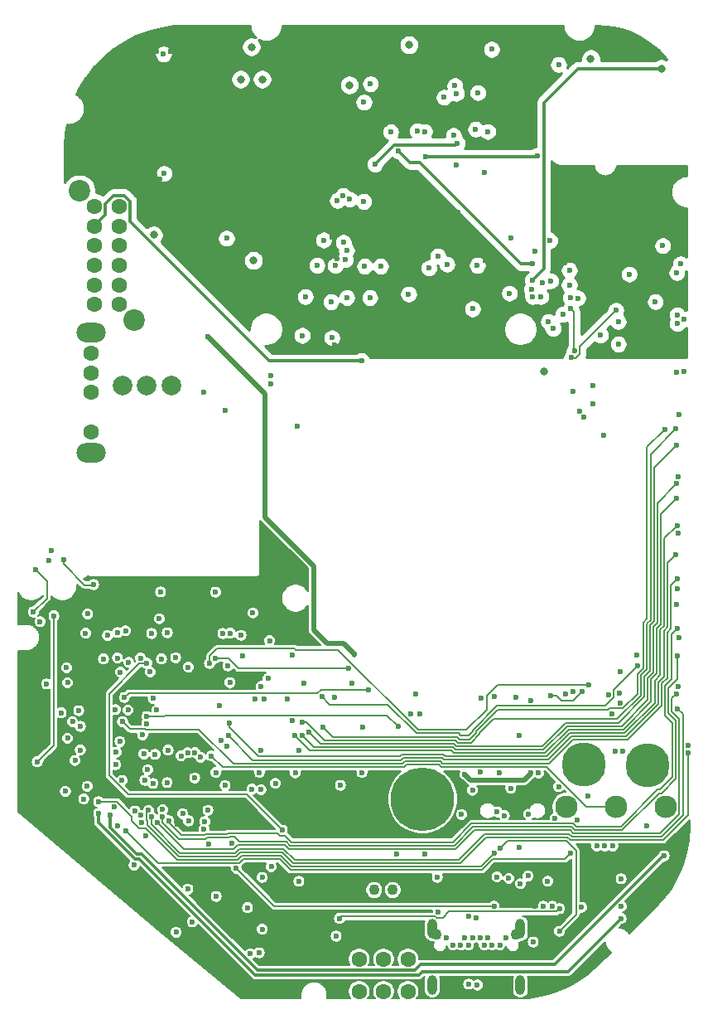
<source format=gbr>
G04 #@! TF.GenerationSoftware,KiCad,Pcbnew,5.1.6+dfsg1-1~bpo10+1*
G04 #@! TF.CreationDate,2020-12-17T18:50:31-05:00*
G04 #@! TF.ProjectId,4GRCP_Mainboard,34475243-505f-44d6-9169-6e626f617264,rev?*
G04 #@! TF.SameCoordinates,Original*
G04 #@! TF.FileFunction,Copper,L2,Inr*
G04 #@! TF.FilePolarity,Positive*
%FSLAX46Y46*%
G04 Gerber Fmt 4.6, Leading zero omitted, Abs format (unit mm)*
G04 Created by KiCad (PCBNEW 5.1.6+dfsg1-1~bpo10+1) date 2020-12-17 18:50:31*
%MOMM*%
%LPD*%
G01*
G04 APERTURE LIST*
G04 #@! TA.AperFunction,ViaPad*
%ADD10O,1.000000X2.000000*%
G04 #@! TD*
G04 #@! TA.AperFunction,ViaPad*
%ADD11C,1.100000*%
G04 #@! TD*
G04 #@! TA.AperFunction,ViaPad*
%ADD12C,0.600000*%
G04 #@! TD*
G04 #@! TA.AperFunction,ViaPad*
%ADD13C,4.500000*%
G04 #@! TD*
G04 #@! TA.AperFunction,ViaPad*
%ADD14C,2.300000*%
G04 #@! TD*
G04 #@! TA.AperFunction,ViaPad*
%ADD15O,3.000000X2.000000*%
G04 #@! TD*
G04 #@! TA.AperFunction,ViaPad*
%ADD16C,1.600000*%
G04 #@! TD*
G04 #@! TA.AperFunction,ViaPad*
%ADD17C,2.200000*%
G04 #@! TD*
G04 #@! TA.AperFunction,ViaPad*
%ADD18C,6.500000*%
G04 #@! TD*
G04 #@! TA.AperFunction,ViaPad*
%ADD19C,2.000000*%
G04 #@! TD*
G04 #@! TA.AperFunction,ViaPad*
%ADD20C,0.800000*%
G04 #@! TD*
G04 #@! TA.AperFunction,Conductor*
%ADD21C,0.200000*%
G04 #@! TD*
G04 #@! TA.AperFunction,Conductor*
%ADD22C,0.350000*%
G04 #@! TD*
G04 #@! TA.AperFunction,Conductor*
%ADD23C,0.500000*%
G04 #@! TD*
G04 #@! TA.AperFunction,Conductor*
%ADD24C,0.254000*%
G04 #@! TD*
G04 APERTURE END LIST*
D10*
X155000000Y-153005000D03*
X164000000Y-153005000D03*
D11*
X155450000Y-147805000D03*
D10*
X155000000Y-147255000D03*
D11*
X163550000Y-147805000D03*
D10*
X164000000Y-147255000D03*
D12*
X161900000Y-148905000D03*
X161100000Y-148905000D03*
X160300000Y-148905000D03*
X157100000Y-148905000D03*
X157900000Y-148905000D03*
X158700000Y-148905000D03*
X162550000Y-148205000D03*
X160700000Y-148205000D03*
X159900000Y-148205000D03*
X156450000Y-148205000D03*
X158300000Y-148205000D03*
X159100000Y-148205000D03*
D13*
X170500000Y-130500000D03*
D11*
X149050000Y-143300000D03*
X150950000Y-143300000D03*
D14*
X168670000Y-134800000D03*
X173750000Y-134800000D03*
X178830000Y-134800000D03*
D15*
X120100000Y-86400000D03*
X120100000Y-98600000D03*
D16*
X120100000Y-88500000D03*
X120100000Y-90500000D03*
X120100000Y-92500000D03*
X120100000Y-96500000D03*
X120450000Y-73500000D03*
X120450000Y-75500000D03*
X120450000Y-77500000D03*
X120450000Y-79500000D03*
X120450000Y-81500000D03*
X120450000Y-83500000D03*
X122950000Y-73500000D03*
X122950000Y-75500000D03*
X122950000Y-77500000D03*
X122950000Y-79500000D03*
X122950000Y-81500000D03*
X122950000Y-83500000D03*
D17*
X118900000Y-71900000D03*
X124500000Y-85100000D03*
D16*
X147500000Y-150350000D03*
X147500000Y-153650000D03*
X150000000Y-150350000D03*
X150000000Y-153650000D03*
X152500000Y-150350000D03*
X152500000Y-153650000D03*
D18*
X154000000Y-134000000D03*
D13*
X177000000Y-130550000D03*
D19*
X128300000Y-91800000D03*
X123300000Y-91800000D03*
X125800000Y-91800000D03*
D12*
X114600000Y-130200000D03*
X116300000Y-115300000D03*
X157150000Y-66250000D03*
X160650000Y-65849998D03*
X150731792Y-65881792D03*
X127510000Y-57930000D03*
X165300000Y-148600000D03*
X174300000Y-142150010D03*
X174316944Y-144966954D03*
X170250000Y-145050000D03*
X166350000Y-144949989D03*
X155605805Y-145540872D03*
X127300000Y-119700000D03*
X135600000Y-119350000D03*
X119000000Y-129000000D03*
X137600000Y-147300000D03*
X136100000Y-145100000D03*
X130000000Y-143200000D03*
X161600000Y-141950010D03*
X173438916Y-138800015D03*
X172609289Y-138800015D03*
X137500000Y-122500000D03*
X145600000Y-132600000D03*
X176879989Y-136700000D03*
X181174990Y-128502177D03*
X180029986Y-112550000D03*
X180095151Y-106866759D03*
X180157147Y-101066647D03*
X180200000Y-94750000D03*
X180705085Y-85000012D03*
X180697593Y-90364786D03*
D20*
X166450000Y-90350000D03*
D12*
X166250000Y-81300000D03*
X171450000Y-91750000D03*
X167100000Y-81100000D03*
X165123506Y-81960379D03*
X174000000Y-87550000D03*
X174000000Y-85250000D03*
X167900000Y-59000000D03*
X145150000Y-147999998D03*
X127200000Y-112850000D03*
X117275000Y-109600000D03*
X120375000Y-112100000D03*
X144964536Y-123585454D03*
X146802248Y-122200022D03*
X165050000Y-123925032D03*
X147900000Y-126700000D03*
X180155753Y-122532113D03*
X180199990Y-117523931D03*
X157975000Y-135575000D03*
X159894264Y-131250111D03*
X174095133Y-123224990D03*
X173354691Y-125299993D03*
X140654449Y-119275021D03*
X126150000Y-121025000D03*
X130069195Y-136231772D03*
X137309441Y-131297672D03*
X147800000Y-131300043D03*
X130038915Y-120538917D03*
X131600000Y-92425000D03*
X126819967Y-124924990D03*
X140200000Y-123800010D03*
X138349990Y-117825000D03*
X132850008Y-131297681D03*
X132825000Y-112875000D03*
X137475000Y-133050000D03*
X125499990Y-129400000D03*
X125893921Y-131000884D03*
X167000001Y-76975000D03*
X180382499Y-79346933D03*
X157449937Y-69258906D03*
X127574936Y-70119523D03*
X125368211Y-127468211D03*
X125792037Y-126323043D03*
X119750000Y-115100000D03*
X171433281Y-93657315D03*
X141350000Y-142400000D03*
X154221064Y-139650031D03*
X151340274Y-139650031D03*
X138949820Y-132403322D03*
X159442368Y-146106808D03*
X137600000Y-142000000D03*
X137300000Y-149700000D03*
X128800000Y-147600000D03*
X114400000Y-110600000D03*
X122774991Y-136706682D03*
X114200000Y-114899996D03*
X119350010Y-134000000D03*
X161300000Y-123550000D03*
X152750000Y-125300000D03*
X125278781Y-136415225D03*
X116050000Y-108650000D03*
X114883338Y-115897623D03*
X126436135Y-132411870D03*
X163550010Y-123613909D03*
X161828980Y-131349061D03*
X119700000Y-132700000D03*
X159600000Y-153000000D03*
X158700000Y-152900000D03*
X134500000Y-138499994D03*
X132100000Y-138600000D03*
X126450000Y-123725000D03*
X127973204Y-129015014D03*
X133803845Y-132621979D03*
X141200055Y-95950000D03*
X133800000Y-94300000D03*
D20*
X126500000Y-76400000D03*
X171200000Y-58400000D03*
X152600000Y-57000000D03*
X136500000Y-57200000D03*
X137600000Y-60500000D03*
X135400000Y-60499992D03*
D12*
X160000000Y-123700000D03*
X159100000Y-133100000D03*
X138200000Y-121700000D03*
X130454490Y-146545510D03*
X136400000Y-149800000D03*
X118461090Y-130061090D03*
X140700000Y-126000000D03*
X169343661Y-123000010D03*
X172995122Y-123371620D03*
X174200000Y-124200000D03*
X115754055Y-109644213D03*
X165450000Y-78050000D03*
X143875185Y-76925661D03*
X136554390Y-132993961D03*
X127079133Y-115593034D03*
X174242188Y-120979959D03*
X159100000Y-83950000D03*
X134300000Y-122100011D03*
X130700000Y-131850030D03*
X138525000Y-140925000D03*
X119550000Y-117075000D03*
X140975000Y-131325000D03*
X136650000Y-115000000D03*
X115549990Y-122250000D03*
X124500006Y-140750000D03*
X173761091Y-84088909D03*
X169246875Y-88924999D03*
X167350000Y-85950000D03*
X166850000Y-85250000D03*
X168000000Y-147500000D03*
X161938852Y-139000000D03*
X169374998Y-92350000D03*
X165500000Y-144949989D03*
X165849988Y-140749990D03*
X143300000Y-132675000D03*
X128930371Y-136533203D03*
X128100000Y-122350000D03*
X130129291Y-128431475D03*
X163450000Y-135350000D03*
X174300000Y-146200000D03*
X123274968Y-132100000D03*
X128750000Y-119575000D03*
X123875000Y-124925000D03*
X120874998Y-135475000D03*
X133950000Y-76750000D03*
D20*
X136700000Y-79000000D03*
D12*
X157550000Y-67024990D03*
X149125000Y-69175000D03*
X160300000Y-70049928D03*
D20*
X139950000Y-75450000D03*
D12*
X152300000Y-70150000D03*
X157600000Y-74100000D03*
X147400000Y-70300000D03*
X150100000Y-69750000D03*
X139950000Y-60250002D03*
X139950000Y-64650000D03*
X150150000Y-73050000D03*
X158725000Y-77575000D03*
X151250000Y-76350000D03*
X150870000Y-77450002D03*
D20*
X166350000Y-88550000D03*
D12*
X125300000Y-57750000D03*
X138050000Y-79600000D03*
X149700000Y-78250000D03*
X153900000Y-63749990D03*
X162625000Y-61475000D03*
X161150000Y-77775000D03*
X171600000Y-71375000D03*
X145250000Y-78800000D03*
X153475000Y-73800000D03*
X164275000Y-59575000D03*
X173425000Y-58325000D03*
X155425000Y-56924990D03*
X144775000Y-76625000D03*
X142425000Y-76375000D03*
X160400000Y-79000000D03*
X145029215Y-87673184D03*
X148925000Y-77075000D03*
X174100000Y-73100000D03*
X129600000Y-65900000D03*
X128900000Y-65900000D03*
X128200000Y-65800000D03*
X127600000Y-65400000D03*
X127300000Y-64800000D03*
X127300000Y-64100000D03*
X125700000Y-64100000D03*
X125700000Y-64800000D03*
X125800000Y-65500000D03*
X125999992Y-66100000D03*
X126349997Y-66649997D03*
X126900000Y-67100002D03*
X128100000Y-67500000D03*
X128800000Y-67500000D03*
X129500000Y-67500000D03*
X127500000Y-67400000D03*
X129500000Y-72500000D03*
X128800000Y-72400000D03*
X128200000Y-72000000D03*
X127450000Y-71249994D03*
X127100000Y-70700000D03*
X126600000Y-70300000D03*
X126100000Y-69800000D03*
X125600000Y-69300000D03*
X125100000Y-68800000D03*
X125000000Y-68000000D03*
X125300000Y-67200000D03*
X125100000Y-66400000D03*
X124600000Y-65800000D03*
X124100000Y-65200000D03*
X123600000Y-64700000D03*
X122800000Y-64700000D03*
X122000000Y-64800000D03*
X121300000Y-65000000D03*
X120700000Y-65400000D03*
X120200000Y-65900000D03*
X119600000Y-68000000D03*
X119900000Y-68700000D03*
X119600000Y-67299996D03*
X119800000Y-66500000D03*
X120400000Y-69300000D03*
X120900000Y-69800000D03*
X121500000Y-70200000D03*
X122200000Y-70200000D03*
X123000000Y-70200000D03*
X123700000Y-70200000D03*
X124299992Y-70600000D03*
X124800000Y-71000000D03*
X125300000Y-71500000D03*
X125800000Y-72000000D03*
X126300000Y-72500000D03*
X126900000Y-73100000D03*
X127499998Y-73600000D03*
X128100000Y-64100000D03*
X128800000Y-63600000D03*
X129100000Y-62450000D03*
X129200000Y-61700000D03*
X129200000Y-61000000D03*
X129200000Y-60200000D03*
X129100000Y-59550000D03*
X128800000Y-58300000D03*
X128208783Y-57657593D03*
X126796502Y-57698867D03*
X126000000Y-57700000D03*
X124500000Y-57900000D03*
X124000000Y-58600000D03*
X123900000Y-59400000D03*
X123700000Y-60200000D03*
X123700000Y-60900000D03*
X123700000Y-61600000D03*
X123900000Y-62400000D03*
X124200000Y-63550000D03*
X124900000Y-64100000D03*
X177400000Y-74200000D03*
X137750000Y-73750000D03*
X168500000Y-79254099D03*
X155543243Y-78543235D03*
X154638155Y-79771718D03*
X151550000Y-67850002D03*
X165250000Y-79350000D03*
X148450000Y-122817812D03*
X123507517Y-123632517D03*
X151484093Y-126615907D03*
X125801744Y-125573094D03*
X178700000Y-139800000D03*
X122595052Y-124871740D03*
X122025011Y-135640116D03*
X161613286Y-135313486D03*
X120872020Y-134269810D03*
X161349984Y-139500000D03*
X158700000Y-146000000D03*
X161300000Y-144949999D03*
X134958588Y-141100074D03*
X163875000Y-127500000D03*
X134100000Y-120399990D03*
X127425023Y-135081657D03*
X123050000Y-128125000D03*
X129300000Y-129599945D03*
X122672675Y-129221355D03*
X130725572Y-129249983D03*
X122616181Y-130488442D03*
X131298529Y-129733964D03*
X126648683Y-129452209D03*
X129975979Y-129275029D03*
X154350014Y-68400000D03*
X165700011Y-68300000D03*
X169851840Y-82852675D03*
X169102535Y-82820101D03*
X169150000Y-83927664D03*
X169507145Y-88215897D03*
X166077834Y-82699999D03*
X165250000Y-82699998D03*
X172175000Y-86650000D03*
X125803134Y-120145794D03*
X139650000Y-137175010D03*
X167088434Y-123483808D03*
X170350000Y-123000000D03*
X153275000Y-123275000D03*
X144725000Y-86900000D03*
X129475000Y-135500000D03*
X117475000Y-133225000D03*
X162349990Y-135700000D03*
X153675000Y-125300000D03*
X134325000Y-117075021D03*
X170950000Y-122350000D03*
X132203679Y-120155524D03*
X153451904Y-65796565D03*
X154200000Y-65850000D03*
X163000000Y-76700000D03*
X117700000Y-127800000D03*
X119019346Y-126580503D03*
X169001256Y-81497498D03*
X180029980Y-111550000D03*
X123325000Y-126102485D03*
X179895163Y-109026944D03*
X134151601Y-127550840D03*
X135436084Y-117286084D03*
X180000000Y-80250000D03*
X143688916Y-123549990D03*
X176006401Y-120360326D03*
X178550000Y-77500000D03*
X181174990Y-129252179D03*
X125972163Y-135168884D03*
X126293054Y-135846783D03*
X180029999Y-124775576D03*
X179926083Y-123246095D03*
X126863401Y-136364237D03*
X180029998Y-119347506D03*
X127393066Y-135833226D03*
X180029964Y-116600000D03*
X128035515Y-136220236D03*
X122800000Y-117000000D03*
X179961690Y-114122585D03*
X180029986Y-84550000D03*
X127897172Y-117025004D03*
X121789337Y-117295735D03*
X177786084Y-83213916D03*
X136900000Y-123800000D03*
X179950032Y-90425372D03*
X137800000Y-123800002D03*
X180051979Y-85457720D03*
X141700537Y-126149979D03*
X179879430Y-96198826D03*
X143850000Y-126675000D03*
X178750000Y-96250000D03*
X180000000Y-101800000D03*
X141667245Y-127485730D03*
X179990380Y-97843647D03*
X142357017Y-127191227D03*
X180029978Y-106050000D03*
X134252778Y-126199945D03*
X179960872Y-103312230D03*
X140919307Y-127541475D03*
X117700000Y-122125000D03*
X117600000Y-120600000D03*
X121375000Y-119700000D03*
X122800000Y-119600000D03*
X169132868Y-139532174D03*
X123700000Y-137275000D03*
X159650000Y-61875000D03*
X123625000Y-116825010D03*
X132900000Y-143950000D03*
X123950000Y-120050000D03*
X155500000Y-142000000D03*
X123100000Y-121050000D03*
X125701416Y-137798584D03*
X125161065Y-119595784D03*
X133575497Y-117102322D03*
X132398540Y-129600345D03*
X141375000Y-129050000D03*
X141686411Y-86661411D03*
X146225000Y-78000000D03*
X134030538Y-128650851D03*
X145900000Y-77175000D03*
X133426031Y-128023967D03*
X137450000Y-129025000D03*
X127875000Y-132325000D03*
X133250000Y-124425000D03*
X141900000Y-122175000D03*
X168648388Y-123281281D03*
X146450000Y-120650000D03*
X132763480Y-119656384D03*
X126300000Y-117100000D03*
X122500000Y-134825000D03*
X125598329Y-132099989D03*
X145074990Y-79529721D03*
X124587693Y-135225866D03*
X146100000Y-78925000D03*
X125191867Y-135670266D03*
X159600000Y-79500004D03*
X147986194Y-72982787D03*
X149700000Y-79600000D03*
X146536172Y-72754076D03*
X148600000Y-82800000D03*
X145875000Y-72400000D03*
X148075010Y-79600000D03*
X145288909Y-72886091D03*
X146250010Y-82800000D03*
X144626416Y-83226416D03*
X143200000Y-79500004D03*
X142000000Y-82700000D03*
X159426996Y-65609167D03*
D20*
X146500000Y-61100000D03*
D12*
X157449998Y-61950000D03*
X156200000Y-62350000D03*
X148000000Y-62850000D03*
X157300236Y-61165093D03*
X163014977Y-132900000D03*
X170900000Y-133700000D03*
X174463909Y-129113909D03*
X163900000Y-138900000D03*
X173700000Y-129100000D03*
X164850010Y-135559886D03*
X165843421Y-131349996D03*
X162875000Y-82350000D03*
X168350000Y-84500006D03*
X167900000Y-132750000D03*
X145500000Y-146200000D03*
X168000000Y-145200000D03*
X169839634Y-136172156D03*
X167250000Y-144949999D03*
X171800000Y-138800015D03*
X131658671Y-137066139D03*
X117050000Y-125200000D03*
X131729021Y-136319434D03*
X167550000Y-135949939D03*
X166786627Y-142400195D03*
X162808513Y-142113654D03*
X163995708Y-142649989D03*
X164787552Y-141850010D03*
D20*
X178400000Y-59400000D03*
D12*
X165200000Y-81025010D03*
X161050000Y-57450000D03*
X148675000Y-60975000D03*
X172530018Y-96844982D03*
X118850032Y-124978200D03*
X156500000Y-79400000D03*
X138500010Y-91604964D03*
X152570000Y-82445000D03*
X138500010Y-90750000D03*
X118200000Y-126100000D03*
X169000004Y-80000000D03*
X147750000Y-89250000D03*
X170092517Y-94407481D03*
X175863055Y-119313055D03*
X170500000Y-95000000D03*
X147050000Y-119250000D03*
X158325000Y-131500000D03*
X165050000Y-131319998D03*
X132050000Y-86825000D03*
X132050000Y-135150000D03*
X175125000Y-80400000D03*
D21*
X114600000Y-130200000D02*
X116300000Y-128500000D01*
X116300000Y-128500000D02*
X116300000Y-115300000D01*
X117275000Y-110024264D02*
X119400736Y-112150000D01*
X117275000Y-109600000D02*
X117275000Y-110024264D01*
X119400736Y-112150000D02*
X120325000Y-112150000D01*
X120325000Y-112150000D02*
X120375000Y-112100000D01*
X115600000Y-113499996D02*
X114200000Y-114899996D01*
X115600000Y-111800000D02*
X115600000Y-113499996D01*
X114400000Y-110600000D02*
X115600000Y-111800000D01*
X170057146Y-88592854D02*
X169625000Y-89025000D01*
X173761091Y-84088909D02*
X170057146Y-87792854D01*
X170057146Y-87792854D02*
X170057146Y-88592854D01*
X169346876Y-89025000D02*
X169246875Y-88924999D01*
X169625000Y-89025000D02*
X169346876Y-89025000D01*
X162688852Y-138250000D02*
X161938852Y-139000000D01*
X168664696Y-138250000D02*
X162688852Y-138250000D01*
X169682869Y-139268173D02*
X168664696Y-138250000D01*
X168000000Y-147500000D02*
X169682869Y-145817131D01*
X169682869Y-145817131D02*
X169682869Y-139268173D01*
D22*
X124561224Y-140124999D02*
X120874998Y-136438773D01*
X153624989Y-151975011D02*
X136900015Y-151975011D01*
X168900000Y-151600000D02*
X154000000Y-151600000D01*
X120874998Y-136438773D02*
X120874998Y-135475000D01*
X125050003Y-140124999D02*
X124561224Y-140124999D01*
X174300000Y-146200000D02*
X168900000Y-151600000D01*
X136900015Y-151975011D02*
X125050003Y-140124999D01*
X154000000Y-151600000D02*
X153624989Y-151975011D01*
X157349989Y-67225001D02*
X157550000Y-67024990D01*
X151074999Y-67225001D02*
X157349989Y-67225001D01*
X149125000Y-69175000D02*
X151074999Y-67225001D01*
X151550000Y-67850002D02*
X152724999Y-69025001D01*
X164025000Y-79350000D02*
X165250000Y-79350000D01*
X153700001Y-69025001D02*
X164025000Y-79350000D01*
X152724999Y-69025001D02*
X153700001Y-69025001D01*
D21*
X143249903Y-123174999D02*
X123965035Y-123174999D01*
X123965035Y-123174999D02*
X123507517Y-123632517D01*
X143607090Y-122817812D02*
X143249903Y-123174999D01*
X148450000Y-122817812D02*
X143607090Y-122817812D01*
X150318185Y-125449999D02*
X127664003Y-125449999D01*
X127540908Y-125573094D02*
X125801744Y-125573094D01*
X127664003Y-125449999D02*
X127540908Y-125573094D01*
X151484093Y-126615907D02*
X150318185Y-125449999D01*
X178600000Y-139800000D02*
X178700000Y-139800000D01*
D22*
X167500000Y-150900000D02*
X153800000Y-150900000D01*
X122025011Y-136880782D02*
X122025011Y-135640116D01*
X178600000Y-139800000D02*
X167500000Y-150900000D01*
X125257114Y-139624988D02*
X124769217Y-139624988D01*
X137107126Y-151475000D02*
X125257114Y-139624988D01*
X153800000Y-150900000D02*
X153225000Y-151475000D01*
X153225000Y-151475000D02*
X137107126Y-151475000D01*
X124769217Y-139624988D02*
X122025011Y-136880782D01*
D21*
X125657060Y-136965226D02*
X128891889Y-140200055D01*
X124273354Y-135809352D02*
X124273354Y-136223800D01*
X135499014Y-139800000D02*
X139514039Y-139800000D01*
X159949930Y-140900054D02*
X161349984Y-139500000D01*
X128891889Y-140200055D02*
X135098959Y-140200055D01*
X120872020Y-134269810D02*
X122733812Y-134269810D01*
X122733812Y-134269810D02*
X124273354Y-135809352D01*
X135098959Y-140200055D02*
X135499014Y-139800000D01*
X139514039Y-139800000D02*
X140614093Y-140900054D01*
X124273354Y-136223800D02*
X125014780Y-136965226D01*
X140614093Y-140900054D02*
X159949930Y-140900054D01*
X125014780Y-136965226D02*
X125657060Y-136965226D01*
X161300000Y-144949999D02*
X138808513Y-144949999D01*
X138808513Y-144949999D02*
X134958588Y-141100074D01*
D22*
X165600011Y-68400000D02*
X165700011Y-68300000D01*
X154350014Y-68400000D02*
X165600011Y-68400000D01*
D21*
X169150000Y-83927664D02*
X169500000Y-84277664D01*
X169500000Y-84277664D02*
X169500000Y-88208752D01*
X169500000Y-88208752D02*
X169507145Y-88215897D01*
X121941516Y-131580550D02*
X123904928Y-133543962D01*
X121941516Y-123258484D02*
X121941516Y-131580550D01*
X125054206Y-120145794D02*
X121941516Y-123258484D01*
X136018952Y-133543962D02*
X139650000Y-137175010D01*
X125803134Y-120145794D02*
X125054206Y-120145794D01*
X123904928Y-133543962D02*
X136018952Y-133543962D01*
X169375000Y-123975000D02*
X170350000Y-123000000D01*
X168157384Y-123975000D02*
X169375000Y-123975000D01*
X167088434Y-123483808D02*
X167666192Y-123483808D01*
X167666192Y-123483808D02*
X168157384Y-123975000D01*
X161685998Y-122350000D02*
X160550001Y-123485997D01*
X160550001Y-123485997D02*
X160550001Y-124874999D01*
X160550001Y-124874999D02*
X158474999Y-126950001D01*
X132203679Y-119424009D02*
X132203679Y-120155524D01*
X141037200Y-118764300D02*
X140918450Y-118645550D01*
X170950000Y-122350000D02*
X161685998Y-122350000D01*
X145359288Y-118764300D02*
X141037200Y-118764300D01*
X153544989Y-126950001D02*
X145359288Y-118764300D01*
X140918450Y-118645550D02*
X132982138Y-118645550D01*
X158474999Y-126950001D02*
X153544989Y-126950001D01*
X132982138Y-118645550D02*
X132203679Y-119424009D01*
X155824980Y-130149988D02*
X152175019Y-130149989D01*
X179006488Y-116985580D02*
X179006488Y-121639178D01*
X125718606Y-126899978D02*
X125680191Y-126861563D01*
X178429959Y-124458994D02*
X174938882Y-127950070D01*
X169349931Y-127950071D02*
X166949904Y-130350098D01*
X125680191Y-126861563D02*
X124084078Y-126861563D01*
X134637132Y-130397660D02*
X131139450Y-126899978D01*
X151927348Y-130397660D02*
X134637132Y-130397660D01*
X179006488Y-121639178D02*
X178429959Y-122215707D01*
X179400017Y-116592051D02*
X179006488Y-116985580D01*
X156025090Y-130350098D02*
X155824980Y-130149988D01*
X124084078Y-126861563D02*
X123325000Y-126102485D01*
X174938882Y-127950070D02*
X169349931Y-127950071D01*
X152175019Y-130149989D02*
X151927348Y-130397660D01*
X180029980Y-111550000D02*
X179400017Y-112179963D01*
X131139450Y-126899978D02*
X125718606Y-126899978D01*
X178429959Y-122215707D02*
X178429959Y-124458994D01*
X179400017Y-112179963D02*
X179400017Y-116592051D01*
X166949904Y-130350098D02*
X156025090Y-130350098D01*
X179895163Y-109026944D02*
X179050006Y-109872101D01*
X166804925Y-130000087D02*
X156170069Y-130000087D01*
X169204951Y-127600061D02*
X166804925Y-130000087D01*
X174793902Y-127600060D02*
X169204951Y-127600061D01*
X151782369Y-130047649D02*
X136648410Y-130047649D01*
X136648410Y-130047649D02*
X134151601Y-127550840D01*
X156170069Y-130000087D02*
X155969958Y-129799978D01*
X178079947Y-124314016D02*
X174793902Y-127600060D01*
X152030039Y-129799979D02*
X151782369Y-130047649D01*
X178079948Y-122070728D02*
X178079947Y-124314016D01*
X155969958Y-129799978D02*
X152030039Y-129799979D01*
X178656477Y-116840601D02*
X178656476Y-121494200D01*
X178656476Y-121494200D02*
X178079948Y-122070728D01*
X179050005Y-116447073D02*
X178656477Y-116840601D01*
X179050006Y-109872101D02*
X179050005Y-116447073D01*
X143688916Y-123549990D02*
X144488915Y-124349989D01*
X159125011Y-127094979D02*
X159125011Y-126969979D01*
X144488915Y-124349989D02*
X150449987Y-124349989D01*
X157905021Y-127550011D02*
X158669979Y-127550011D01*
X159125011Y-126969979D02*
X161619957Y-124475033D01*
X161619957Y-124475033D02*
X172705711Y-124475033D01*
X173545123Y-123635621D02*
X173545123Y-122821604D01*
X158669979Y-127550011D02*
X159125011Y-127094979D01*
X173545123Y-122821604D02*
X176006401Y-120360326D01*
X172705711Y-124475033D02*
X173545123Y-123635621D01*
X150449987Y-124349989D02*
X153400010Y-127300012D01*
X157655023Y-127300013D02*
X157905021Y-127550011D01*
X153400010Y-127300012D02*
X157655023Y-127300013D01*
X160486004Y-137899994D02*
X157835955Y-140550043D01*
X125850011Y-136663187D02*
X125850011Y-136226202D01*
X125743052Y-136119243D02*
X125743052Y-135397995D01*
X125850011Y-136226202D02*
X125743052Y-136119243D01*
X181174990Y-129252179D02*
X181174990Y-135600010D01*
X178575000Y-138200000D02*
X169109686Y-138200000D01*
X140759073Y-140550043D02*
X139634074Y-139425044D01*
X169109686Y-138200000D02*
X168809680Y-137899994D01*
X139634074Y-139425044D02*
X135378980Y-139425044D01*
X135378980Y-139425044D02*
X134953980Y-139850044D01*
X181174990Y-135600010D02*
X178575000Y-138200000D01*
X129036868Y-139850044D02*
X125850011Y-136663187D01*
X168809680Y-137899994D02*
X160486004Y-137899994D01*
X134953980Y-139850044D02*
X129036868Y-139850044D01*
X157835955Y-140550043D02*
X140759073Y-140550043D01*
X125743052Y-135397995D02*
X125972163Y-135168884D01*
X180599988Y-125345565D02*
X180029999Y-124775576D01*
X126293054Y-135846783D02*
X126293054Y-136611240D01*
X129181847Y-139500033D02*
X134809001Y-139500033D01*
X135234001Y-139075033D02*
X139779053Y-139075033D01*
X157690976Y-140200032D02*
X160341024Y-137549984D01*
X134809001Y-139500033D02*
X135234001Y-139075033D01*
X126293054Y-136611240D02*
X129181847Y-139500033D01*
X139779053Y-139075033D02*
X140904052Y-140200032D01*
X160341024Y-137549984D02*
X168954659Y-137549983D01*
X178430021Y-137849989D02*
X180599989Y-135680021D01*
X169254665Y-137849989D02*
X178430021Y-137849989D01*
X180599989Y-135680021D02*
X180599988Y-125345565D01*
X168954659Y-137549983D02*
X169254665Y-137849989D01*
X140904052Y-140200032D02*
X157690976Y-140200032D01*
X169399644Y-137499978D02*
X169099638Y-137199972D01*
X129623449Y-139150022D02*
X126863401Y-136389974D01*
X179926083Y-123246095D02*
X179479989Y-123692189D01*
X180249978Y-135535042D02*
X178285042Y-137499978D01*
X180249978Y-125809568D02*
X180249978Y-135535042D01*
X134664022Y-139150022D02*
X129623449Y-139150022D01*
X179479989Y-125039579D02*
X180249978Y-125809568D01*
X179479989Y-123692189D02*
X179479989Y-125039579D01*
X135089022Y-138725022D02*
X134664022Y-139150022D01*
X139924032Y-138725022D02*
X135089022Y-138725022D01*
X140299030Y-139100020D02*
X139924032Y-138725022D01*
X157389957Y-139100021D02*
X140299030Y-139100020D01*
X169099638Y-137199972D02*
X159290008Y-137199972D01*
X126863401Y-136389974D02*
X126863401Y-136364237D01*
X159290008Y-137199972D02*
X157389957Y-139100021D01*
X178285042Y-137499978D02*
X169399644Y-137499978D01*
X180029998Y-119347506D02*
X180029998Y-121770002D01*
X135264013Y-138350011D02*
X134764002Y-137850000D01*
X131822729Y-138063269D02*
X129049267Y-138063269D01*
X129049267Y-138063269D02*
X127413403Y-136427405D01*
X127413403Y-135853563D02*
X127393066Y-135833226D01*
X134135999Y-137949999D02*
X131935999Y-137949999D01*
X134235998Y-137850000D02*
X134135999Y-137949999D01*
X127413403Y-136427405D02*
X127413403Y-135853563D01*
X178158001Y-133399999D02*
X174408035Y-137149965D01*
X140444010Y-138750010D02*
X140044011Y-138350011D01*
X180029998Y-121770002D02*
X179129978Y-122670022D01*
X134764002Y-137850000D02*
X134235998Y-137850000D01*
X179899967Y-125954547D02*
X179899967Y-131950033D01*
X174408035Y-137149965D02*
X169544620Y-137149964D01*
X179129978Y-122670022D02*
X179129978Y-125184558D01*
X157244979Y-138750011D02*
X140444010Y-138750010D01*
X159145029Y-136849961D02*
X157244979Y-138750011D01*
X169244617Y-136849961D02*
X159145029Y-136849961D01*
X169544620Y-137149964D02*
X169244617Y-136849961D01*
X179899967Y-131950033D02*
X178450001Y-133399999D01*
X179129978Y-125184558D02*
X179899967Y-125954547D01*
X131935999Y-137949999D02*
X131822729Y-138063269D01*
X178450001Y-133399999D02*
X178158001Y-133399999D01*
X140044011Y-138350011D02*
X135264013Y-138350011D01*
X128035515Y-136427349D02*
X128035515Y-136220236D01*
X129321424Y-137713258D02*
X128035515Y-136427349D01*
X131791019Y-137599989D02*
X131677750Y-137713258D01*
X133991020Y-137599988D02*
X131791019Y-137599989D01*
X140588990Y-138400000D02*
X139914002Y-137725012D01*
X157100000Y-138400000D02*
X140588990Y-138400000D01*
X169389596Y-136499950D02*
X159000050Y-136499950D01*
X169689600Y-136799954D02*
X169389596Y-136499950D01*
X174263056Y-136799954D02*
X169689600Y-136799954D01*
X178013021Y-133049989D02*
X174263056Y-136799954D01*
X179479997Y-121770003D02*
X178779967Y-122470033D01*
X179479997Y-117149967D02*
X179479997Y-121770003D01*
X139914002Y-137725012D02*
X139385998Y-137725012D01*
X180029964Y-116600000D02*
X179479997Y-117149967D01*
X178250012Y-133049988D02*
X178013021Y-133049989D01*
X178779967Y-122470033D02*
X178779967Y-125441116D01*
X134091019Y-137499989D02*
X133991020Y-137599988D01*
X179549956Y-126211105D02*
X179549956Y-131750044D01*
X131677750Y-137713258D02*
X129321424Y-137713258D01*
X159000050Y-136499950D02*
X157100000Y-138400000D01*
X178779967Y-125441116D02*
X179549956Y-126211105D01*
X139385998Y-137725012D02*
X139160975Y-137499989D01*
X139160975Y-137499989D02*
X134091019Y-137499989D01*
X179549956Y-131750044D02*
X178250012Y-133049988D01*
X159825033Y-127384937D02*
X159825033Y-127259937D01*
X177299951Y-98778305D02*
X179879430Y-96198826D01*
X176329895Y-123415095D02*
X176329895Y-121345832D01*
X177299951Y-115722177D02*
X177299951Y-98778305D01*
X176906422Y-116115706D02*
X177299951Y-115722177D01*
X157615065Y-128250031D02*
X158959939Y-128250031D01*
X143974858Y-128000036D02*
X157365070Y-128000036D01*
X142124801Y-126149979D02*
X143974858Y-128000036D01*
X157365070Y-128000036D02*
X157615065Y-128250031D01*
X161234965Y-125850005D02*
X173894985Y-125850005D01*
X159825033Y-127259937D02*
X161234965Y-125850005D01*
X141700537Y-126149979D02*
X142124801Y-126149979D01*
X173894985Y-125850005D02*
X176329895Y-123415095D01*
X176329895Y-121345832D02*
X176906422Y-120769305D01*
X158959939Y-128250031D02*
X159825033Y-127384937D01*
X176906422Y-120769305D02*
X176906422Y-116115706D01*
X173090690Y-124749992D02*
X173618692Y-124749992D01*
X173618700Y-124750000D02*
X174500000Y-124750000D01*
X143850000Y-126675000D02*
X144825026Y-127650026D01*
X172965748Y-124874934D02*
X173090690Y-124749992D01*
X159475023Y-127114957D02*
X161715046Y-124874934D01*
X157760044Y-127900020D02*
X158814960Y-127900020D01*
X158814960Y-127900020D02*
X159475022Y-127239958D01*
X176949940Y-98050060D02*
X178750000Y-96250000D01*
X176556411Y-120624326D02*
X176556411Y-115970727D01*
X159475022Y-127239958D02*
X159475023Y-127114957D01*
X175949345Y-123300655D02*
X175949345Y-121231392D01*
X157510050Y-127650026D02*
X157760044Y-127900020D01*
X176949940Y-115577198D02*
X176949940Y-98050060D01*
X161715046Y-124874934D02*
X172965748Y-124874934D01*
X173618692Y-124749992D02*
X173618700Y-124750000D01*
X176556411Y-115970727D02*
X176949940Y-115577198D01*
X175949345Y-121231392D02*
X176556411Y-120624326D01*
X174500000Y-124750000D02*
X175949345Y-123300655D01*
X144825026Y-127650026D02*
X157510050Y-127650026D01*
X177999973Y-103800027D02*
X177999973Y-116012135D01*
X142881571Y-128700056D02*
X141667245Y-127485730D01*
X177029917Y-121635790D02*
X177029917Y-123879076D01*
X174358965Y-126550027D02*
X168754987Y-126550027D01*
X180000000Y-101800000D02*
X177999973Y-103800027D01*
X168754987Y-126550027D02*
X166354961Y-128950053D01*
X157075110Y-128700056D02*
X142881571Y-128700056D01*
X177606444Y-121059263D02*
X177029917Y-121635790D01*
X166354961Y-128950053D02*
X157325107Y-128950053D01*
X157325107Y-128950053D02*
X157075110Y-128700056D01*
X177029917Y-123879076D02*
X174358965Y-126550027D01*
X177606444Y-116405664D02*
X177606444Y-121059263D01*
X177999973Y-116012135D02*
X177606444Y-116405664D01*
X177256433Y-116260685D02*
X177256433Y-120914284D01*
X176679906Y-121490811D02*
X176679906Y-123560075D01*
X177649962Y-115867156D02*
X177256433Y-116260685D01*
X157220090Y-128350046D02*
X143515836Y-128350046D01*
X177649962Y-100184065D02*
X177649962Y-115867156D01*
X143515836Y-128350046D02*
X142357017Y-127191227D01*
X177256433Y-120914284D02*
X176679906Y-121490811D01*
X176679906Y-123560075D02*
X174039964Y-126200016D01*
X174039964Y-126200016D02*
X168610008Y-126200016D01*
X157470086Y-128600042D02*
X157220090Y-128350046D01*
X166209982Y-128600042D02*
X157470086Y-128600042D01*
X179990380Y-97843647D02*
X177649962Y-100184065D01*
X168610008Y-126200016D02*
X166209982Y-128600042D01*
X137235999Y-129650001D02*
X134252778Y-126666780D01*
X134252778Y-126666780D02*
X134252778Y-126199945D01*
X137814001Y-129650001D02*
X137235999Y-129650001D01*
X137814076Y-129650076D02*
X137814001Y-129650001D01*
X151684952Y-129650076D02*
X137814076Y-129650076D01*
X155964810Y-129449969D02*
X151885059Y-129449969D01*
X156315045Y-129650076D02*
X156114935Y-129449967D01*
X178699995Y-107379983D02*
X178699995Y-116302093D01*
X169059973Y-127250049D02*
X166659946Y-129650076D01*
X151885059Y-129449969D02*
X151684952Y-129650076D01*
X178699995Y-116302093D02*
X178306466Y-116695622D01*
X177729937Y-121925749D02*
X177729937Y-124169036D01*
X166659946Y-129650076D02*
X156315045Y-129650076D01*
X178306466Y-121349220D02*
X177729937Y-121925749D01*
X174648923Y-127250049D02*
X169059973Y-127250049D01*
X178306466Y-116695622D02*
X178306466Y-121349220D01*
X156114935Y-129449967D02*
X155964810Y-129449969D01*
X180029978Y-106050000D02*
X178699995Y-107379983D01*
X177729937Y-124169036D02*
X174648923Y-127250049D01*
X166514967Y-129300065D02*
X157180130Y-129300065D01*
X156930131Y-129050067D02*
X142427899Y-129050067D01*
X168914994Y-126900038D02*
X166514967Y-129300065D01*
X142427899Y-129050067D02*
X140919307Y-127541475D01*
X157180130Y-129300065D02*
X156930131Y-129050067D01*
X177379927Y-124024056D02*
X174503944Y-126900038D01*
X177956455Y-121204242D02*
X177379927Y-121780770D01*
X178349984Y-116157114D02*
X177956455Y-116550643D01*
X179960872Y-103312230D02*
X178349984Y-104923118D01*
X178349984Y-104923118D02*
X178349984Y-116157114D01*
X177956455Y-116550643D02*
X177956455Y-121204242D01*
X174503944Y-126900038D02*
X168914994Y-126900038D01*
X177379927Y-121780770D02*
X177379927Y-124024056D01*
X126975066Y-140550066D02*
X123700000Y-137275000D01*
X169132868Y-139532174D02*
X168515031Y-140150011D01*
X160094909Y-141250065D02*
X140469111Y-141250065D01*
X135643993Y-140150011D02*
X135243938Y-140550066D01*
X168515031Y-140150011D02*
X161194963Y-140150011D01*
X161194963Y-140150011D02*
X160094909Y-141250065D01*
X140469111Y-141250065D02*
X139369057Y-140150011D01*
X135243938Y-140550066D02*
X126975066Y-140550066D01*
X139369057Y-140150011D02*
X135643993Y-140150011D01*
X133545866Y-130747671D02*
X132398540Y-129600345D01*
X155880111Y-130700109D02*
X155680001Y-130499999D01*
X152072327Y-130747671D02*
X133545866Y-130747671D01*
X152319999Y-130499999D02*
X152072327Y-130747671D01*
X155680001Y-130499999D02*
X152319999Y-130499999D01*
X166642111Y-130700109D02*
X155880111Y-130700109D01*
X170742002Y-134800000D02*
X166642111Y-130700109D01*
X173750000Y-134800000D02*
X170742002Y-134800000D01*
X134145396Y-119656384D02*
X132763480Y-119656384D01*
X135139012Y-120650000D02*
X134145396Y-119656384D01*
X146450000Y-120650000D02*
X135139012Y-120650000D01*
X155405675Y-146100001D02*
X156064001Y-146100001D01*
X145500000Y-146200000D02*
X145695010Y-146004990D01*
X155310664Y-146004990D02*
X155405675Y-146100001D01*
X145695010Y-146004990D02*
X155310664Y-146004990D01*
X156714003Y-145449999D02*
X158914001Y-145449999D01*
X158964001Y-145499999D02*
X167700001Y-145499999D01*
X158914001Y-145449999D02*
X158964001Y-145499999D01*
X156064001Y-146100001D02*
X156714003Y-145449999D01*
X167700001Y-145499999D02*
X168000000Y-145200000D01*
D22*
X166375001Y-62874999D02*
X166375001Y-79850009D01*
X169850000Y-59400000D02*
X166375001Y-62874999D01*
X166375001Y-79850009D02*
X165200000Y-81025010D01*
X178400000Y-59400000D02*
X169850000Y-59400000D01*
X121575001Y-74374999D02*
X120400000Y-75550000D01*
X138276998Y-89250000D02*
X124075001Y-75048003D01*
X124075001Y-75048003D02*
X124075001Y-72959999D01*
X147750000Y-89250000D02*
X138276998Y-89250000D01*
X122409999Y-72374999D02*
X121575001Y-73209997D01*
X123490001Y-72374999D02*
X122409999Y-72374999D01*
X121575001Y-73209997D02*
X121575001Y-74374999D01*
X124075001Y-72959999D02*
X123490001Y-72374999D01*
D23*
X147050000Y-119250000D02*
X147050000Y-119300000D01*
X158325000Y-131500000D02*
X158874062Y-132049062D01*
X164425938Y-132049062D02*
X165075000Y-131400000D01*
X158874062Y-132049062D02*
X164425938Y-132049062D01*
X165075000Y-131400000D02*
X165075000Y-131344998D01*
X165075000Y-131344998D02*
X165050000Y-131319998D01*
X137875000Y-92650000D02*
X132050000Y-86825000D01*
X145950001Y-118150001D02*
X144227999Y-118150001D01*
X147050000Y-119250000D02*
X145950001Y-118150001D01*
X142849999Y-116772001D02*
X142849999Y-110199999D01*
X142849999Y-110199999D02*
X137875000Y-105225000D01*
X144227999Y-118150001D02*
X142849999Y-116772001D01*
X137875000Y-105225000D02*
X137875000Y-92650000D01*
D21*
G36*
X137455789Y-105644211D02*
G01*
X137478302Y-105662687D01*
X142260000Y-110444386D01*
X142260000Y-112793790D01*
X142118521Y-112582053D01*
X141917947Y-112381479D01*
X141682096Y-112223888D01*
X141420033Y-112115338D01*
X141141828Y-112060000D01*
X140858172Y-112060000D01*
X140579967Y-112115338D01*
X140317904Y-112223888D01*
X140082053Y-112381479D01*
X139881479Y-112582053D01*
X139723888Y-112817904D01*
X139615338Y-113079967D01*
X139560000Y-113358172D01*
X139560000Y-113641828D01*
X139615338Y-113920033D01*
X139723888Y-114182096D01*
X139881479Y-114417947D01*
X140082053Y-114618521D01*
X140317904Y-114776112D01*
X140579967Y-114884662D01*
X140858172Y-114940000D01*
X141141828Y-114940000D01*
X141420033Y-114884662D01*
X141682096Y-114776112D01*
X141917947Y-114618521D01*
X142118521Y-114417947D01*
X142259999Y-114206210D01*
X142259999Y-116743033D01*
X142257146Y-116772001D01*
X142259999Y-116800969D01*
X142259999Y-116800976D01*
X142266534Y-116867328D01*
X142268537Y-116887661D01*
X142275022Y-116909039D01*
X142302273Y-116998875D01*
X142357059Y-117101372D01*
X142430788Y-117191212D01*
X142453301Y-117209688D01*
X143567912Y-118324300D01*
X141220581Y-118324300D01*
X141164083Y-118277934D01*
X141087645Y-118237077D01*
X141004705Y-118211917D01*
X140940057Y-118205550D01*
X140940054Y-118205550D01*
X140918450Y-118203422D01*
X140896846Y-118205550D01*
X138865437Y-118205550D01*
X138917151Y-118128154D01*
X138965395Y-118011681D01*
X138989990Y-117888035D01*
X138989990Y-117761965D01*
X138965395Y-117638319D01*
X138917151Y-117521846D01*
X138847111Y-117417024D01*
X138757966Y-117327879D01*
X138653144Y-117257839D01*
X138536671Y-117209595D01*
X138413025Y-117185000D01*
X138286955Y-117185000D01*
X138163309Y-117209595D01*
X138046836Y-117257839D01*
X137942014Y-117327879D01*
X137852869Y-117417024D01*
X137782829Y-117521846D01*
X137734585Y-117638319D01*
X137709990Y-117761965D01*
X137709990Y-117888035D01*
X137734585Y-118011681D01*
X137782829Y-118128154D01*
X137834543Y-118205550D01*
X133003741Y-118205550D01*
X132982137Y-118203422D01*
X132960533Y-118205550D01*
X132960531Y-118205550D01*
X132895883Y-118211917D01*
X132812943Y-118237077D01*
X132777527Y-118256007D01*
X132736504Y-118277934D01*
X132719527Y-118291867D01*
X132669506Y-118332918D01*
X132655731Y-118349703D01*
X131907837Y-119097598D01*
X131891047Y-119111377D01*
X131859928Y-119149297D01*
X131836063Y-119178376D01*
X131822966Y-119202879D01*
X131795206Y-119254815D01*
X131770046Y-119337755D01*
X131764044Y-119398699D01*
X131761551Y-119424009D01*
X131763679Y-119445614D01*
X131763679Y-119690427D01*
X131706558Y-119747548D01*
X131636518Y-119852370D01*
X131588274Y-119968843D01*
X131563679Y-120092489D01*
X131563679Y-120218559D01*
X131588274Y-120342205D01*
X131636518Y-120458678D01*
X131706558Y-120563500D01*
X131795703Y-120652645D01*
X131900525Y-120722685D01*
X132016998Y-120770929D01*
X132140644Y-120795524D01*
X132266714Y-120795524D01*
X132390360Y-120770929D01*
X132506833Y-120722685D01*
X132611655Y-120652645D01*
X132700800Y-120563500D01*
X132770840Y-120458678D01*
X132819084Y-120342205D01*
X132828268Y-120296035D01*
X132950161Y-120271789D01*
X133066634Y-120223545D01*
X133171456Y-120153505D01*
X133228577Y-120096384D01*
X133533141Y-120096384D01*
X133532839Y-120096836D01*
X133484595Y-120213309D01*
X133460000Y-120336955D01*
X133460000Y-120463025D01*
X133484595Y-120586671D01*
X133532839Y-120703144D01*
X133602879Y-120807966D01*
X133692024Y-120897111D01*
X133796846Y-120967151D01*
X133913319Y-121015395D01*
X134036965Y-121039990D01*
X134163035Y-121039990D01*
X134286681Y-121015395D01*
X134403154Y-120967151D01*
X134507976Y-120897111D01*
X134597121Y-120807966D01*
X134628205Y-120761446D01*
X134812605Y-120945847D01*
X134826380Y-120962632D01*
X134847721Y-120980146D01*
X134893378Y-121017616D01*
X134925990Y-121035047D01*
X134969817Y-121058473D01*
X135052757Y-121083633D01*
X135117405Y-121090000D01*
X135117407Y-121090000D01*
X135139011Y-121092128D01*
X135160615Y-121090000D01*
X138000270Y-121090000D01*
X137896846Y-121132839D01*
X137792024Y-121202879D01*
X137702879Y-121292024D01*
X137632839Y-121396846D01*
X137584595Y-121513319D01*
X137560000Y-121636965D01*
X137560000Y-121763035D01*
X137579957Y-121863366D01*
X137563035Y-121860000D01*
X137436965Y-121860000D01*
X137313319Y-121884595D01*
X137196846Y-121932839D01*
X137092024Y-122002879D01*
X137002879Y-122092024D01*
X136932839Y-122196846D01*
X136884595Y-122313319D01*
X136860000Y-122436965D01*
X136860000Y-122563035D01*
X136884595Y-122686681D01*
X136904609Y-122734999D01*
X134388232Y-122734999D01*
X134486681Y-122715416D01*
X134603154Y-122667172D01*
X134707976Y-122597132D01*
X134797121Y-122507987D01*
X134867161Y-122403165D01*
X134915405Y-122286692D01*
X134940000Y-122163046D01*
X134940000Y-122036976D01*
X134915405Y-121913330D01*
X134867161Y-121796857D01*
X134797121Y-121692035D01*
X134707976Y-121602890D01*
X134603154Y-121532850D01*
X134486681Y-121484606D01*
X134363035Y-121460011D01*
X134236965Y-121460011D01*
X134113319Y-121484606D01*
X133996846Y-121532850D01*
X133892024Y-121602890D01*
X133802879Y-121692035D01*
X133732839Y-121796857D01*
X133684595Y-121913330D01*
X133660000Y-122036976D01*
X133660000Y-122163046D01*
X133684595Y-122286692D01*
X133732839Y-122403165D01*
X133802879Y-122507987D01*
X133892024Y-122597132D01*
X133996846Y-122667172D01*
X134113319Y-122715416D01*
X134211768Y-122734999D01*
X123986638Y-122734999D01*
X123965034Y-122732871D01*
X123943430Y-122734999D01*
X123943428Y-122734999D01*
X123878780Y-122741366D01*
X123795840Y-122766526D01*
X123774600Y-122777879D01*
X123719401Y-122807383D01*
X123685425Y-122835267D01*
X123652403Y-122862367D01*
X123638629Y-122879151D01*
X123525263Y-122992517D01*
X123444482Y-122992517D01*
X123320836Y-123017112D01*
X123204363Y-123065356D01*
X123099541Y-123135396D01*
X123010396Y-123224541D01*
X122940356Y-123329363D01*
X122892112Y-123445836D01*
X122867517Y-123569482D01*
X122867517Y-123695552D01*
X122892112Y-123819198D01*
X122940356Y-123935671D01*
X123010396Y-124040493D01*
X123099541Y-124129638D01*
X123204363Y-124199678D01*
X123320836Y-124247922D01*
X123444482Y-124272517D01*
X123570552Y-124272517D01*
X123694198Y-124247922D01*
X123810671Y-124199678D01*
X123915493Y-124129638D01*
X124004638Y-124040493D01*
X124074678Y-123935671D01*
X124122922Y-123819198D01*
X124147517Y-123695552D01*
X124147517Y-123614999D01*
X125819342Y-123614999D01*
X125810000Y-123661965D01*
X125810000Y-123788035D01*
X125834595Y-123911681D01*
X125882839Y-124028154D01*
X125952879Y-124132976D01*
X126042024Y-124222121D01*
X126146846Y-124292161D01*
X126263319Y-124340405D01*
X126386965Y-124365000D01*
X126506081Y-124365000D01*
X126411991Y-124427869D01*
X126322846Y-124517014D01*
X126252806Y-124621836D01*
X126204562Y-124738309D01*
X126179967Y-124861955D01*
X126179967Y-124988025D01*
X126195582Y-125066526D01*
X126104898Y-125005933D01*
X125988425Y-124957689D01*
X125864779Y-124933094D01*
X125738709Y-124933094D01*
X125615063Y-124957689D01*
X125498590Y-125005933D01*
X125393768Y-125075973D01*
X125304623Y-125165118D01*
X125234583Y-125269940D01*
X125186339Y-125386413D01*
X125161744Y-125510059D01*
X125161744Y-125636129D01*
X125186339Y-125759775D01*
X125234583Y-125876248D01*
X125277719Y-125940805D01*
X125224876Y-126019889D01*
X125176632Y-126136362D01*
X125152037Y-126260008D01*
X125152037Y-126386078D01*
X125159095Y-126421563D01*
X124266332Y-126421563D01*
X123965000Y-126120232D01*
X123965000Y-126039450D01*
X123940405Y-125915804D01*
X123892161Y-125799331D01*
X123822121Y-125694509D01*
X123732976Y-125605364D01*
X123628154Y-125535324D01*
X123511681Y-125487080D01*
X123388035Y-125462485D01*
X123261965Y-125462485D01*
X123138319Y-125487080D01*
X123021846Y-125535324D01*
X122917024Y-125605364D01*
X122827879Y-125694509D01*
X122757839Y-125799331D01*
X122709595Y-125915804D01*
X122685000Y-126039450D01*
X122685000Y-126165520D01*
X122709595Y-126289166D01*
X122757839Y-126405639D01*
X122827879Y-126510461D01*
X122917024Y-126599606D01*
X123021846Y-126669646D01*
X123138319Y-126717890D01*
X123261965Y-126742485D01*
X123342747Y-126742485D01*
X123757671Y-127157410D01*
X123771446Y-127174195D01*
X123792641Y-127191589D01*
X123838444Y-127229179D01*
X123873069Y-127247686D01*
X123914883Y-127270036D01*
X123997823Y-127295196D01*
X124062471Y-127301563D01*
X124062473Y-127301563D01*
X124084077Y-127303691D01*
X124105681Y-127301563D01*
X124748821Y-127301563D01*
X124728211Y-127405176D01*
X124728211Y-127531246D01*
X124752806Y-127654892D01*
X124801050Y-127771365D01*
X124871090Y-127876187D01*
X124960235Y-127965332D01*
X125065057Y-128035372D01*
X125181530Y-128083616D01*
X125305176Y-128108211D01*
X125431246Y-128108211D01*
X125554892Y-128083616D01*
X125671365Y-128035372D01*
X125776187Y-127965332D01*
X125865332Y-127876187D01*
X125935372Y-127771365D01*
X125983616Y-127654892D01*
X126008211Y-127531246D01*
X126008211Y-127405176D01*
X125995242Y-127339978D01*
X130957197Y-127339978D01*
X132614135Y-128996916D01*
X132585221Y-128984940D01*
X132461575Y-128960345D01*
X132335505Y-128960345D01*
X132211859Y-128984940D01*
X132095386Y-129033184D01*
X131990564Y-129103224D01*
X131901419Y-129192369D01*
X131831379Y-129297191D01*
X131810343Y-129347977D01*
X131795650Y-129325988D01*
X131706505Y-129236843D01*
X131601683Y-129166803D01*
X131485210Y-129118559D01*
X131361564Y-129093964D01*
X131347076Y-129093964D01*
X131340977Y-129063302D01*
X131292733Y-128946829D01*
X131222693Y-128842007D01*
X131133548Y-128752862D01*
X131028726Y-128682822D01*
X130912253Y-128634578D01*
X130788607Y-128609983D01*
X130662537Y-128609983D01*
X130538891Y-128634578D01*
X130422418Y-128682822D01*
X130332034Y-128743215D01*
X130279133Y-128707868D01*
X130162660Y-128659624D01*
X130039014Y-128635029D01*
X129912944Y-128635029D01*
X129789298Y-128659624D01*
X129672825Y-128707868D01*
X129568003Y-128777908D01*
X129478858Y-128867053D01*
X129410483Y-128969383D01*
X129363035Y-128959945D01*
X129236965Y-128959945D01*
X129113319Y-128984540D01*
X128996846Y-129032784D01*
X128892024Y-129102824D01*
X128802879Y-129191969D01*
X128732839Y-129296791D01*
X128684595Y-129413264D01*
X128660000Y-129536910D01*
X128660000Y-129662980D01*
X128684595Y-129786626D01*
X128732839Y-129903099D01*
X128802879Y-130007921D01*
X128892024Y-130097066D01*
X128996846Y-130167106D01*
X129113319Y-130215350D01*
X129236965Y-130239945D01*
X129363035Y-130239945D01*
X129486681Y-130215350D01*
X129603154Y-130167106D01*
X129707976Y-130097066D01*
X129797121Y-130007921D01*
X129865496Y-129905591D01*
X129912944Y-129915029D01*
X130039014Y-129915029D01*
X130162660Y-129890434D01*
X130279133Y-129842190D01*
X130369517Y-129781797D01*
X130422418Y-129817144D01*
X130538891Y-129865388D01*
X130662537Y-129889983D01*
X130677025Y-129889983D01*
X130683124Y-129920645D01*
X130731368Y-130037118D01*
X130801408Y-130141940D01*
X130890553Y-130231085D01*
X130995375Y-130301125D01*
X131111848Y-130349369D01*
X131235494Y-130373964D01*
X131361564Y-130373964D01*
X131485210Y-130349369D01*
X131601683Y-130301125D01*
X131706505Y-130231085D01*
X131795650Y-130141940D01*
X131865690Y-130037118D01*
X131886726Y-129986332D01*
X131901419Y-130008321D01*
X131990564Y-130097466D01*
X132095386Y-130167506D01*
X132211859Y-130215750D01*
X132335505Y-130240345D01*
X132416287Y-130240345D01*
X132833622Y-130657681D01*
X132786973Y-130657681D01*
X132663327Y-130682276D01*
X132546854Y-130730520D01*
X132442032Y-130800560D01*
X132352887Y-130889705D01*
X132282847Y-130994527D01*
X132234603Y-131111000D01*
X132210008Y-131234646D01*
X132210008Y-131360716D01*
X132234603Y-131484362D01*
X132282847Y-131600835D01*
X132352887Y-131705657D01*
X132442032Y-131794802D01*
X132546854Y-131864842D01*
X132663327Y-131913086D01*
X132786973Y-131937681D01*
X132913043Y-131937681D01*
X133036689Y-131913086D01*
X133153162Y-131864842D01*
X133257984Y-131794802D01*
X133347129Y-131705657D01*
X133417169Y-131600835D01*
X133465413Y-131484362D01*
X133490008Y-131360716D01*
X133490008Y-131234646D01*
X133479793Y-131183292D01*
X133524259Y-131187671D01*
X133524262Y-131187671D01*
X133545866Y-131189799D01*
X133567470Y-131187671D01*
X136678783Y-131187671D01*
X136669441Y-131234637D01*
X136669441Y-131360707D01*
X136694036Y-131484353D01*
X136742280Y-131600826D01*
X136812320Y-131705648D01*
X136901465Y-131794793D01*
X137006287Y-131864833D01*
X137122760Y-131913077D01*
X137246406Y-131937672D01*
X137372476Y-131937672D01*
X137496122Y-131913077D01*
X137612595Y-131864833D01*
X137717417Y-131794793D01*
X137806562Y-131705648D01*
X137876602Y-131600826D01*
X137924846Y-131484353D01*
X137949441Y-131360707D01*
X137949441Y-131234637D01*
X137940099Y-131187671D01*
X140349778Y-131187671D01*
X140335000Y-131261965D01*
X140335000Y-131388035D01*
X140359595Y-131511681D01*
X140407839Y-131628154D01*
X140477879Y-131732976D01*
X140567024Y-131822121D01*
X140671846Y-131892161D01*
X140788319Y-131940405D01*
X140911965Y-131965000D01*
X141038035Y-131965000D01*
X141161681Y-131940405D01*
X141278154Y-131892161D01*
X141382976Y-131822121D01*
X141472121Y-131732976D01*
X141542161Y-131628154D01*
X141590405Y-131511681D01*
X141615000Y-131388035D01*
X141615000Y-131261965D01*
X141600222Y-131187671D01*
X147169814Y-131187671D01*
X147160000Y-131237008D01*
X147160000Y-131363078D01*
X147184595Y-131486724D01*
X147232839Y-131603197D01*
X147302879Y-131708019D01*
X147392024Y-131797164D01*
X147496846Y-131867204D01*
X147613319Y-131915448D01*
X147736965Y-131940043D01*
X147863035Y-131940043D01*
X147986681Y-131915448D01*
X148103154Y-131867204D01*
X148207976Y-131797164D01*
X148297121Y-131708019D01*
X148367161Y-131603197D01*
X148415405Y-131486724D01*
X148440000Y-131363078D01*
X148440000Y-131237008D01*
X148430186Y-131187671D01*
X151747119Y-131187671D01*
X151711509Y-131211465D01*
X151211465Y-131711509D01*
X150818584Y-132299498D01*
X150547962Y-132952836D01*
X150410000Y-133646416D01*
X150410000Y-134353584D01*
X150547962Y-135047164D01*
X150818584Y-135700502D01*
X151211465Y-136288491D01*
X151711509Y-136788535D01*
X152299498Y-137181416D01*
X152952836Y-137452038D01*
X153646416Y-137590000D01*
X154353584Y-137590000D01*
X155047164Y-137452038D01*
X155700502Y-137181416D01*
X156288491Y-136788535D01*
X156788535Y-136288491D01*
X157181416Y-135700502D01*
X157259510Y-135511965D01*
X157335000Y-135511965D01*
X157335000Y-135638035D01*
X157359595Y-135761681D01*
X157407839Y-135878154D01*
X157477879Y-135982976D01*
X157567024Y-136072121D01*
X157671846Y-136142161D01*
X157788319Y-136190405D01*
X157911965Y-136215000D01*
X158038035Y-136215000D01*
X158161681Y-136190405D01*
X158278154Y-136142161D01*
X158382976Y-136072121D01*
X158472121Y-135982976D01*
X158542161Y-135878154D01*
X158590405Y-135761681D01*
X158615000Y-135638035D01*
X158615000Y-135511965D01*
X158590405Y-135388319D01*
X158542161Y-135271846D01*
X158472121Y-135167024D01*
X158382976Y-135077879D01*
X158278154Y-135007839D01*
X158161681Y-134959595D01*
X158038035Y-134935000D01*
X157911965Y-134935000D01*
X157788319Y-134959595D01*
X157671846Y-135007839D01*
X157567024Y-135077879D01*
X157477879Y-135167024D01*
X157407839Y-135271846D01*
X157359595Y-135388319D01*
X157335000Y-135511965D01*
X157259510Y-135511965D01*
X157452038Y-135047164D01*
X157590000Y-134353584D01*
X157590000Y-133646416D01*
X157452038Y-132952836D01*
X157181416Y-132299498D01*
X156788535Y-131711509D01*
X156288491Y-131211465D01*
X156181699Y-131140109D01*
X157795750Y-131140109D01*
X157757839Y-131196846D01*
X157709595Y-131313319D01*
X157685000Y-131436965D01*
X157685000Y-131563035D01*
X157709595Y-131686681D01*
X157757839Y-131803154D01*
X157827879Y-131907976D01*
X157917024Y-131997121D01*
X158021846Y-132067161D01*
X158083181Y-132092566D01*
X158436380Y-132445765D01*
X158454851Y-132468273D01*
X158544690Y-132542002D01*
X158647187Y-132596788D01*
X158686262Y-132608641D01*
X158602879Y-132692024D01*
X158532839Y-132796846D01*
X158484595Y-132913319D01*
X158460000Y-133036965D01*
X158460000Y-133163035D01*
X158484595Y-133286681D01*
X158532839Y-133403154D01*
X158602879Y-133507976D01*
X158692024Y-133597121D01*
X158796846Y-133667161D01*
X158913319Y-133715405D01*
X159036965Y-133740000D01*
X159163035Y-133740000D01*
X159286681Y-133715405D01*
X159403154Y-133667161D01*
X159507976Y-133597121D01*
X159597121Y-133507976D01*
X159667161Y-133403154D01*
X159715405Y-133286681D01*
X159740000Y-133163035D01*
X159740000Y-133036965D01*
X159715405Y-132913319D01*
X159667161Y-132796846D01*
X159597121Y-132692024D01*
X159544159Y-132639062D01*
X162430330Y-132639062D01*
X162399572Y-132713319D01*
X162374977Y-132836965D01*
X162374977Y-132963035D01*
X162399572Y-133086681D01*
X162447816Y-133203154D01*
X162517856Y-133307976D01*
X162607001Y-133397121D01*
X162711823Y-133467161D01*
X162828296Y-133515405D01*
X162951942Y-133540000D01*
X163078012Y-133540000D01*
X163201658Y-133515405D01*
X163318131Y-133467161D01*
X163422953Y-133397121D01*
X163512098Y-133307976D01*
X163582138Y-133203154D01*
X163630382Y-133086681D01*
X163654977Y-132963035D01*
X163654977Y-132836965D01*
X163630382Y-132713319D01*
X163599624Y-132639062D01*
X164396970Y-132639062D01*
X164425938Y-132641915D01*
X164454906Y-132639062D01*
X164454914Y-132639062D01*
X164541598Y-132630524D01*
X164652813Y-132596788D01*
X164755310Y-132542002D01*
X164845149Y-132468273D01*
X164863624Y-132445761D01*
X165451525Y-131857861D01*
X165540267Y-131917157D01*
X165656740Y-131965401D01*
X165780386Y-131989996D01*
X165906456Y-131989996D01*
X166030102Y-131965401D01*
X166146575Y-131917157D01*
X166251397Y-131847117D01*
X166340542Y-131757972D01*
X166410582Y-131653150D01*
X166458826Y-131536677D01*
X166483421Y-131413031D01*
X166483421Y-131286961D01*
X166458826Y-131163315D01*
X166449214Y-131140109D01*
X166459858Y-131140109D01*
X167540342Y-132220594D01*
X167492024Y-132252879D01*
X167402879Y-132342024D01*
X167332839Y-132446846D01*
X167284595Y-132563319D01*
X167260000Y-132686965D01*
X167260000Y-132813035D01*
X167284595Y-132936681D01*
X167332839Y-133053154D01*
X167402879Y-133157976D01*
X167492024Y-133247121D01*
X167596846Y-133317161D01*
X167713319Y-133365405D01*
X167836965Y-133390000D01*
X167963035Y-133390000D01*
X168086681Y-133365405D01*
X168203154Y-133317161D01*
X168307976Y-133247121D01*
X168397121Y-133157976D01*
X168429406Y-133109658D01*
X168629748Y-133310000D01*
X168523248Y-133310000D01*
X168235383Y-133367260D01*
X167964221Y-133479580D01*
X167720181Y-133642642D01*
X167512642Y-133850181D01*
X167349580Y-134094221D01*
X167237260Y-134365383D01*
X167180000Y-134653248D01*
X167180000Y-134946752D01*
X167237260Y-135234617D01*
X167291047Y-135364470D01*
X167246846Y-135382778D01*
X167142024Y-135452818D01*
X167052879Y-135541963D01*
X166982839Y-135646785D01*
X166934595Y-135763258D01*
X166910000Y-135886904D01*
X166910000Y-136012974D01*
X166919344Y-136059950D01*
X165253582Y-136059950D01*
X165257986Y-136057007D01*
X165347131Y-135967862D01*
X165352658Y-135959591D01*
X165492064Y-136017335D01*
X165656282Y-136050000D01*
X165823718Y-136050000D01*
X165987936Y-136017335D01*
X166142626Y-135953260D01*
X166281844Y-135860238D01*
X166400238Y-135741844D01*
X166493260Y-135602626D01*
X166557335Y-135447936D01*
X166590000Y-135283718D01*
X166590000Y-135116282D01*
X166557335Y-134952064D01*
X166493260Y-134797374D01*
X166400238Y-134658156D01*
X166281844Y-134539762D01*
X166142626Y-134446740D01*
X165987936Y-134382665D01*
X165823718Y-134350000D01*
X165656282Y-134350000D01*
X165492064Y-134382665D01*
X165337374Y-134446740D01*
X165198156Y-134539762D01*
X165079762Y-134658156D01*
X164986740Y-134797374D01*
X164934247Y-134924103D01*
X164913045Y-134919886D01*
X164786975Y-134919886D01*
X164663329Y-134944481D01*
X164546856Y-134992725D01*
X164442034Y-135062765D01*
X164352889Y-135151910D01*
X164282849Y-135256732D01*
X164234605Y-135373205D01*
X164210010Y-135496851D01*
X164210010Y-135622921D01*
X164234605Y-135746567D01*
X164282849Y-135863040D01*
X164352889Y-135967862D01*
X164442034Y-136057007D01*
X164446438Y-136059950D01*
X162879201Y-136059950D01*
X162917151Y-136003154D01*
X162965395Y-135886681D01*
X162989990Y-135763035D01*
X162989990Y-135636965D01*
X162965395Y-135513319D01*
X162917151Y-135396846D01*
X162847111Y-135292024D01*
X162757966Y-135202879D01*
X162653144Y-135132839D01*
X162536671Y-135084595D01*
X162413025Y-135060000D01*
X162286955Y-135060000D01*
X162207561Y-135075793D01*
X162180447Y-135010332D01*
X162110407Y-134905510D01*
X162021262Y-134816365D01*
X161916440Y-134746325D01*
X161799967Y-134698081D01*
X161676321Y-134673486D01*
X161550251Y-134673486D01*
X161426605Y-134698081D01*
X161364189Y-134723934D01*
X161320238Y-134658156D01*
X161201844Y-134539762D01*
X161062626Y-134446740D01*
X160907936Y-134382665D01*
X160743718Y-134350000D01*
X160576282Y-134350000D01*
X160412064Y-134382665D01*
X160257374Y-134446740D01*
X160118156Y-134539762D01*
X159999762Y-134658156D01*
X159906740Y-134797374D01*
X159842665Y-134952064D01*
X159810000Y-135116282D01*
X159810000Y-135283718D01*
X159842665Y-135447936D01*
X159906740Y-135602626D01*
X159999762Y-135741844D01*
X160118156Y-135860238D01*
X160257374Y-135953260D01*
X160412064Y-136017335D01*
X160576282Y-136050000D01*
X160743718Y-136050000D01*
X160907936Y-136017335D01*
X161062626Y-135953260D01*
X161201844Y-135860238D01*
X161232984Y-135829098D01*
X161310132Y-135880647D01*
X161426605Y-135928891D01*
X161550251Y-135953486D01*
X161676321Y-135953486D01*
X161755715Y-135937693D01*
X161782829Y-136003154D01*
X161820779Y-136059950D01*
X159021653Y-136059950D01*
X159000049Y-136057822D01*
X158978445Y-136059950D01*
X158978443Y-136059950D01*
X158913795Y-136066317D01*
X158830855Y-136091477D01*
X158754417Y-136132334D01*
X158687418Y-136187318D01*
X158673643Y-136204103D01*
X156917747Y-137960000D01*
X140771244Y-137960000D01*
X140240413Y-137429170D01*
X140238447Y-137426774D01*
X140265405Y-137361691D01*
X140290000Y-137238045D01*
X140290000Y-137111975D01*
X140265405Y-136988329D01*
X140217161Y-136871856D01*
X140147121Y-136767034D01*
X140057976Y-136677889D01*
X139953154Y-136607849D01*
X139836681Y-136559605D01*
X139713035Y-136535010D01*
X139632254Y-136535010D01*
X136712327Y-133615084D01*
X136741071Y-133609366D01*
X136857544Y-133561122D01*
X136962366Y-133491082D01*
X136986676Y-133466773D01*
X137067024Y-133547121D01*
X137171846Y-133617161D01*
X137288319Y-133665405D01*
X137411965Y-133690000D01*
X137538035Y-133690000D01*
X137661681Y-133665405D01*
X137778154Y-133617161D01*
X137882976Y-133547121D01*
X137972121Y-133457976D01*
X138042161Y-133353154D01*
X138090405Y-133236681D01*
X138115000Y-133113035D01*
X138115000Y-132986965D01*
X138090405Y-132863319D01*
X138042161Y-132746846D01*
X137972121Y-132642024D01*
X137882976Y-132552879D01*
X137778154Y-132482839D01*
X137661681Y-132434595D01*
X137538035Y-132410000D01*
X137411965Y-132410000D01*
X137288319Y-132434595D01*
X137171846Y-132482839D01*
X137067024Y-132552879D01*
X137042715Y-132577189D01*
X136962366Y-132496840D01*
X136857544Y-132426800D01*
X136741071Y-132378556D01*
X136617425Y-132353961D01*
X136491355Y-132353961D01*
X136367709Y-132378556D01*
X136251236Y-132426800D01*
X136146414Y-132496840D01*
X136057269Y-132585985D01*
X135987229Y-132690807D01*
X135938985Y-132807280D01*
X135914390Y-132930926D01*
X135914390Y-133056996D01*
X135923732Y-133103962D01*
X134226959Y-133103962D01*
X134300966Y-133029955D01*
X134371006Y-132925133D01*
X134419250Y-132808660D01*
X134443845Y-132685014D01*
X134443845Y-132558944D01*
X134419250Y-132435298D01*
X134379896Y-132340287D01*
X138309820Y-132340287D01*
X138309820Y-132466357D01*
X138334415Y-132590003D01*
X138382659Y-132706476D01*
X138452699Y-132811298D01*
X138541844Y-132900443D01*
X138646666Y-132970483D01*
X138763139Y-133018727D01*
X138886785Y-133043322D01*
X139012855Y-133043322D01*
X139136501Y-133018727D01*
X139252974Y-132970483D01*
X139357796Y-132900443D01*
X139446941Y-132811298D01*
X139516981Y-132706476D01*
X139565225Y-132590003D01*
X139575775Y-132536965D01*
X144960000Y-132536965D01*
X144960000Y-132663035D01*
X144984595Y-132786681D01*
X145032839Y-132903154D01*
X145102879Y-133007976D01*
X145192024Y-133097121D01*
X145296846Y-133167161D01*
X145413319Y-133215405D01*
X145536965Y-133240000D01*
X145663035Y-133240000D01*
X145786681Y-133215405D01*
X145903154Y-133167161D01*
X146007976Y-133097121D01*
X146097121Y-133007976D01*
X146167161Y-132903154D01*
X146215405Y-132786681D01*
X146240000Y-132663035D01*
X146240000Y-132536965D01*
X146215405Y-132413319D01*
X146167161Y-132296846D01*
X146097121Y-132192024D01*
X146007976Y-132102879D01*
X145903154Y-132032839D01*
X145786681Y-131984595D01*
X145663035Y-131960000D01*
X145536965Y-131960000D01*
X145413319Y-131984595D01*
X145296846Y-132032839D01*
X145192024Y-132102879D01*
X145102879Y-132192024D01*
X145032839Y-132296846D01*
X144984595Y-132413319D01*
X144960000Y-132536965D01*
X139575775Y-132536965D01*
X139589820Y-132466357D01*
X139589820Y-132340287D01*
X139565225Y-132216641D01*
X139516981Y-132100168D01*
X139446941Y-131995346D01*
X139357796Y-131906201D01*
X139252974Y-131836161D01*
X139136501Y-131787917D01*
X139012855Y-131763322D01*
X138886785Y-131763322D01*
X138763139Y-131787917D01*
X138646666Y-131836161D01*
X138541844Y-131906201D01*
X138452699Y-131995346D01*
X138382659Y-132100168D01*
X138334415Y-132216641D01*
X138309820Y-132340287D01*
X134379896Y-132340287D01*
X134371006Y-132318825D01*
X134300966Y-132214003D01*
X134211821Y-132124858D01*
X134106999Y-132054818D01*
X133990526Y-132006574D01*
X133866880Y-131981979D01*
X133740810Y-131981979D01*
X133617164Y-132006574D01*
X133500691Y-132054818D01*
X133395869Y-132124858D01*
X133306724Y-132214003D01*
X133236684Y-132318825D01*
X133188440Y-132435298D01*
X133163845Y-132558944D01*
X133163845Y-132685014D01*
X133188440Y-132808660D01*
X133236684Y-132925133D01*
X133306724Y-133029955D01*
X133380731Y-133103962D01*
X124087182Y-133103962D01*
X123621438Y-132638218D01*
X123682944Y-132597121D01*
X123772089Y-132507976D01*
X123842129Y-132403154D01*
X123890373Y-132286681D01*
X123914968Y-132163035D01*
X123914968Y-132036965D01*
X123914966Y-132036954D01*
X124958329Y-132036954D01*
X124958329Y-132163024D01*
X124982924Y-132286670D01*
X125031168Y-132403143D01*
X125101208Y-132507965D01*
X125190353Y-132597110D01*
X125295175Y-132667150D01*
X125411648Y-132715394D01*
X125535294Y-132739989D01*
X125661364Y-132739989D01*
X125785010Y-132715394D01*
X125856809Y-132685654D01*
X125868974Y-132715024D01*
X125939014Y-132819846D01*
X126028159Y-132908991D01*
X126132981Y-132979031D01*
X126249454Y-133027275D01*
X126373100Y-133051870D01*
X126499170Y-133051870D01*
X126622816Y-133027275D01*
X126739289Y-132979031D01*
X126844111Y-132908991D01*
X126933256Y-132819846D01*
X127003296Y-132715024D01*
X127051540Y-132598551D01*
X127076135Y-132474905D01*
X127076135Y-132348835D01*
X127058856Y-132261965D01*
X127235000Y-132261965D01*
X127235000Y-132388035D01*
X127259595Y-132511681D01*
X127307839Y-132628154D01*
X127377879Y-132732976D01*
X127467024Y-132822121D01*
X127571846Y-132892161D01*
X127688319Y-132940405D01*
X127811965Y-132965000D01*
X127938035Y-132965000D01*
X128061681Y-132940405D01*
X128178154Y-132892161D01*
X128282976Y-132822121D01*
X128372121Y-132732976D01*
X128442161Y-132628154D01*
X128490405Y-132511681D01*
X128515000Y-132388035D01*
X128515000Y-132261965D01*
X128490405Y-132138319D01*
X128442161Y-132021846D01*
X128372121Y-131917024D01*
X128282976Y-131827879D01*
X128221789Y-131786995D01*
X130060000Y-131786995D01*
X130060000Y-131913065D01*
X130084595Y-132036711D01*
X130132839Y-132153184D01*
X130202879Y-132258006D01*
X130292024Y-132347151D01*
X130396846Y-132417191D01*
X130513319Y-132465435D01*
X130636965Y-132490030D01*
X130763035Y-132490030D01*
X130886681Y-132465435D01*
X131003154Y-132417191D01*
X131107976Y-132347151D01*
X131197121Y-132258006D01*
X131267161Y-132153184D01*
X131315405Y-132036711D01*
X131340000Y-131913065D01*
X131340000Y-131786995D01*
X131315405Y-131663349D01*
X131267161Y-131546876D01*
X131197121Y-131442054D01*
X131107976Y-131352909D01*
X131003154Y-131282869D01*
X130886681Y-131234625D01*
X130763035Y-131210030D01*
X130636965Y-131210030D01*
X130513319Y-131234625D01*
X130396846Y-131282869D01*
X130292024Y-131352909D01*
X130202879Y-131442054D01*
X130132839Y-131546876D01*
X130084595Y-131663349D01*
X130060000Y-131786995D01*
X128221789Y-131786995D01*
X128178154Y-131757839D01*
X128061681Y-131709595D01*
X127938035Y-131685000D01*
X127811965Y-131685000D01*
X127688319Y-131709595D01*
X127571846Y-131757839D01*
X127467024Y-131827879D01*
X127377879Y-131917024D01*
X127307839Y-132021846D01*
X127259595Y-132138319D01*
X127235000Y-132261965D01*
X127058856Y-132261965D01*
X127051540Y-132225189D01*
X127003296Y-132108716D01*
X126933256Y-132003894D01*
X126844111Y-131914749D01*
X126739289Y-131844709D01*
X126622816Y-131796465D01*
X126499170Y-131771870D01*
X126373100Y-131771870D01*
X126249454Y-131796465D01*
X126177655Y-131826205D01*
X126165490Y-131796835D01*
X126095450Y-131692013D01*
X126029826Y-131626389D01*
X126080602Y-131616289D01*
X126197075Y-131568045D01*
X126301897Y-131498005D01*
X126391042Y-131408860D01*
X126461082Y-131304038D01*
X126509326Y-131187565D01*
X126533921Y-131063919D01*
X126533921Y-130937849D01*
X126509326Y-130814203D01*
X126461082Y-130697730D01*
X126391042Y-130592908D01*
X126301897Y-130503763D01*
X126197075Y-130433723D01*
X126080602Y-130385479D01*
X125956956Y-130360884D01*
X125830886Y-130360884D01*
X125707240Y-130385479D01*
X125590767Y-130433723D01*
X125485945Y-130503763D01*
X125396800Y-130592908D01*
X125326760Y-130697730D01*
X125278516Y-130814203D01*
X125253921Y-130937849D01*
X125253921Y-131063919D01*
X125278516Y-131187565D01*
X125326760Y-131304038D01*
X125396800Y-131408860D01*
X125462424Y-131474484D01*
X125411648Y-131484584D01*
X125295175Y-131532828D01*
X125190353Y-131602868D01*
X125101208Y-131692013D01*
X125031168Y-131796835D01*
X124982924Y-131913308D01*
X124958329Y-132036954D01*
X123914966Y-132036954D01*
X123890373Y-131913319D01*
X123842129Y-131796846D01*
X123772089Y-131692024D01*
X123682944Y-131602879D01*
X123578122Y-131532839D01*
X123461649Y-131484595D01*
X123338003Y-131460000D01*
X123211933Y-131460000D01*
X123088287Y-131484595D01*
X122971814Y-131532839D01*
X122866992Y-131602879D01*
X122777847Y-131692024D01*
X122736750Y-131753530D01*
X122381516Y-131398297D01*
X122381516Y-131083972D01*
X122429500Y-131103847D01*
X122553146Y-131128442D01*
X122679216Y-131128442D01*
X122802862Y-131103847D01*
X122919335Y-131055603D01*
X123024157Y-130985563D01*
X123113302Y-130896418D01*
X123183342Y-130791596D01*
X123231586Y-130675123D01*
X123256181Y-130551477D01*
X123256181Y-130425407D01*
X123231586Y-130301761D01*
X123183342Y-130185288D01*
X123113302Y-130080466D01*
X123024157Y-129991321D01*
X122919335Y-129921281D01*
X122802862Y-129873037D01*
X122739922Y-129860517D01*
X122859356Y-129836760D01*
X122975829Y-129788516D01*
X123080651Y-129718476D01*
X123169796Y-129629331D01*
X123239836Y-129524509D01*
X123288080Y-129408036D01*
X123302217Y-129336965D01*
X124859990Y-129336965D01*
X124859990Y-129463035D01*
X124884585Y-129586681D01*
X124932829Y-129703154D01*
X125002869Y-129807976D01*
X125092014Y-129897121D01*
X125196836Y-129967161D01*
X125313309Y-130015405D01*
X125436955Y-130040000D01*
X125563025Y-130040000D01*
X125686671Y-130015405D01*
X125803144Y-129967161D01*
X125907966Y-129897121D01*
X125997111Y-129807976D01*
X126062673Y-129709856D01*
X126081522Y-129755363D01*
X126151562Y-129860185D01*
X126240707Y-129949330D01*
X126345529Y-130019370D01*
X126462002Y-130067614D01*
X126585648Y-130092209D01*
X126711718Y-130092209D01*
X126835364Y-130067614D01*
X126951837Y-130019370D01*
X127056659Y-129949330D01*
X127145804Y-129860185D01*
X127215844Y-129755363D01*
X127264088Y-129638890D01*
X127288683Y-129515244D01*
X127288683Y-129389174D01*
X127264088Y-129265528D01*
X127215844Y-129149055D01*
X127145804Y-129044233D01*
X127056659Y-128955088D01*
X127052007Y-128951979D01*
X127333204Y-128951979D01*
X127333204Y-129078049D01*
X127357799Y-129201695D01*
X127406043Y-129318168D01*
X127476083Y-129422990D01*
X127565228Y-129512135D01*
X127670050Y-129582175D01*
X127786523Y-129630419D01*
X127910169Y-129655014D01*
X128036239Y-129655014D01*
X128159885Y-129630419D01*
X128276358Y-129582175D01*
X128381180Y-129512135D01*
X128470325Y-129422990D01*
X128540365Y-129318168D01*
X128588609Y-129201695D01*
X128613204Y-129078049D01*
X128613204Y-128951979D01*
X128588609Y-128828333D01*
X128540365Y-128711860D01*
X128470325Y-128607038D01*
X128381180Y-128517893D01*
X128276358Y-128447853D01*
X128159885Y-128399609D01*
X128036239Y-128375014D01*
X127910169Y-128375014D01*
X127786523Y-128399609D01*
X127670050Y-128447853D01*
X127565228Y-128517893D01*
X127476083Y-128607038D01*
X127406043Y-128711860D01*
X127357799Y-128828333D01*
X127333204Y-128951979D01*
X127052007Y-128951979D01*
X126951837Y-128885048D01*
X126835364Y-128836804D01*
X126711718Y-128812209D01*
X126585648Y-128812209D01*
X126462002Y-128836804D01*
X126345529Y-128885048D01*
X126240707Y-128955088D01*
X126151562Y-129044233D01*
X126086000Y-129142353D01*
X126067151Y-129096846D01*
X125997111Y-128992024D01*
X125907966Y-128902879D01*
X125803144Y-128832839D01*
X125686671Y-128784595D01*
X125563025Y-128760000D01*
X125436955Y-128760000D01*
X125313309Y-128784595D01*
X125196836Y-128832839D01*
X125092014Y-128902879D01*
X125002869Y-128992024D01*
X124932829Y-129096846D01*
X124884585Y-129213319D01*
X124859990Y-129336965D01*
X123302217Y-129336965D01*
X123312675Y-129284390D01*
X123312675Y-129158320D01*
X123288080Y-129034674D01*
X123239836Y-128918201D01*
X123169796Y-128813379D01*
X123120026Y-128763609D01*
X123236681Y-128740405D01*
X123353154Y-128692161D01*
X123457976Y-128622121D01*
X123547121Y-128532976D01*
X123617161Y-128428154D01*
X123665405Y-128311681D01*
X123690000Y-128188035D01*
X123690000Y-128061965D01*
X123665405Y-127938319D01*
X123617161Y-127821846D01*
X123547121Y-127717024D01*
X123457976Y-127627879D01*
X123353154Y-127557839D01*
X123236681Y-127509595D01*
X123113035Y-127485000D01*
X122986965Y-127485000D01*
X122863319Y-127509595D01*
X122746846Y-127557839D01*
X122642024Y-127627879D01*
X122552879Y-127717024D01*
X122482839Y-127821846D01*
X122434595Y-127938319D01*
X122410000Y-128061965D01*
X122410000Y-128188035D01*
X122434595Y-128311681D01*
X122482839Y-128428154D01*
X122552879Y-128532976D01*
X122602649Y-128582746D01*
X122485994Y-128605950D01*
X122381516Y-128649226D01*
X122381516Y-125476021D01*
X122408371Y-125487145D01*
X122532017Y-125511740D01*
X122658087Y-125511740D01*
X122781733Y-125487145D01*
X122898206Y-125438901D01*
X123003028Y-125368861D01*
X123092173Y-125279716D01*
X123162213Y-125174894D01*
X123210457Y-125058421D01*
X123235000Y-124935036D01*
X123235000Y-124988035D01*
X123259595Y-125111681D01*
X123307839Y-125228154D01*
X123377879Y-125332976D01*
X123467024Y-125422121D01*
X123571846Y-125492161D01*
X123688319Y-125540405D01*
X123811965Y-125565000D01*
X123938035Y-125565000D01*
X124061681Y-125540405D01*
X124178154Y-125492161D01*
X124282976Y-125422121D01*
X124372121Y-125332976D01*
X124442161Y-125228154D01*
X124490405Y-125111681D01*
X124515000Y-124988035D01*
X124515000Y-124861965D01*
X124490405Y-124738319D01*
X124442161Y-124621846D01*
X124372121Y-124517024D01*
X124282976Y-124427879D01*
X124178154Y-124357839D01*
X124061681Y-124309595D01*
X123938035Y-124285000D01*
X123811965Y-124285000D01*
X123688319Y-124309595D01*
X123571846Y-124357839D01*
X123467024Y-124427879D01*
X123377879Y-124517024D01*
X123307839Y-124621846D01*
X123259595Y-124738319D01*
X123235052Y-124861704D01*
X123235052Y-124808705D01*
X123210457Y-124685059D01*
X123162213Y-124568586D01*
X123092173Y-124463764D01*
X123003028Y-124374619D01*
X122898206Y-124304579D01*
X122781733Y-124256335D01*
X122658087Y-124231740D01*
X122532017Y-124231740D01*
X122408371Y-124256335D01*
X122381516Y-124267459D01*
X122381516Y-123440737D01*
X125236460Y-120585794D01*
X125338037Y-120585794D01*
X125395158Y-120642915D01*
X125499980Y-120712955D01*
X125573848Y-120743552D01*
X125534595Y-120838319D01*
X125510000Y-120961965D01*
X125510000Y-121088035D01*
X125534595Y-121211681D01*
X125582839Y-121328154D01*
X125652879Y-121432976D01*
X125742024Y-121522121D01*
X125846846Y-121592161D01*
X125963319Y-121640405D01*
X126086965Y-121665000D01*
X126213035Y-121665000D01*
X126336681Y-121640405D01*
X126453154Y-121592161D01*
X126557976Y-121522121D01*
X126647121Y-121432976D01*
X126717161Y-121328154D01*
X126765405Y-121211681D01*
X126790000Y-121088035D01*
X126790000Y-120961965D01*
X126765405Y-120838319D01*
X126717161Y-120721846D01*
X126647121Y-120617024D01*
X126557976Y-120527879D01*
X126480158Y-120475882D01*
X129398915Y-120475882D01*
X129398915Y-120601952D01*
X129423510Y-120725598D01*
X129471754Y-120842071D01*
X129541794Y-120946893D01*
X129630939Y-121036038D01*
X129735761Y-121106078D01*
X129852234Y-121154322D01*
X129975880Y-121178917D01*
X130101950Y-121178917D01*
X130225596Y-121154322D01*
X130342069Y-121106078D01*
X130446891Y-121036038D01*
X130536036Y-120946893D01*
X130606076Y-120842071D01*
X130654320Y-120725598D01*
X130678915Y-120601952D01*
X130678915Y-120475882D01*
X130654320Y-120352236D01*
X130606076Y-120235763D01*
X130536036Y-120130941D01*
X130446891Y-120041796D01*
X130342069Y-119971756D01*
X130225596Y-119923512D01*
X130101950Y-119898917D01*
X129975880Y-119898917D01*
X129852234Y-119923512D01*
X129735761Y-119971756D01*
X129630939Y-120041796D01*
X129541794Y-120130941D01*
X129471754Y-120235763D01*
X129423510Y-120352236D01*
X129398915Y-120475882D01*
X126480158Y-120475882D01*
X126453154Y-120457839D01*
X126379286Y-120427242D01*
X126418539Y-120332475D01*
X126443134Y-120208829D01*
X126443134Y-120082759D01*
X126418539Y-119959113D01*
X126370295Y-119842640D01*
X126300255Y-119737818D01*
X126211110Y-119648673D01*
X126193588Y-119636965D01*
X126660000Y-119636965D01*
X126660000Y-119763035D01*
X126684595Y-119886681D01*
X126732839Y-120003154D01*
X126802879Y-120107976D01*
X126892024Y-120197121D01*
X126996846Y-120267161D01*
X127113319Y-120315405D01*
X127236965Y-120340000D01*
X127363035Y-120340000D01*
X127486681Y-120315405D01*
X127603154Y-120267161D01*
X127707976Y-120197121D01*
X127797121Y-120107976D01*
X127867161Y-120003154D01*
X127915405Y-119886681D01*
X127940000Y-119763035D01*
X127940000Y-119636965D01*
X127915405Y-119513319D01*
X127914845Y-119511965D01*
X128110000Y-119511965D01*
X128110000Y-119638035D01*
X128134595Y-119761681D01*
X128182839Y-119878154D01*
X128252879Y-119982976D01*
X128342024Y-120072121D01*
X128446846Y-120142161D01*
X128563319Y-120190405D01*
X128686965Y-120215000D01*
X128813035Y-120215000D01*
X128936681Y-120190405D01*
X129053154Y-120142161D01*
X129157976Y-120072121D01*
X129247121Y-119982976D01*
X129317161Y-119878154D01*
X129365405Y-119761681D01*
X129390000Y-119638035D01*
X129390000Y-119511965D01*
X129365405Y-119388319D01*
X129317161Y-119271846D01*
X129247121Y-119167024D01*
X129157976Y-119077879D01*
X129053154Y-119007839D01*
X128936681Y-118959595D01*
X128813035Y-118935000D01*
X128686965Y-118935000D01*
X128563319Y-118959595D01*
X128446846Y-119007839D01*
X128342024Y-119077879D01*
X128252879Y-119167024D01*
X128182839Y-119271846D01*
X128134595Y-119388319D01*
X128110000Y-119511965D01*
X127914845Y-119511965D01*
X127867161Y-119396846D01*
X127797121Y-119292024D01*
X127707976Y-119202879D01*
X127603154Y-119132839D01*
X127486681Y-119084595D01*
X127363035Y-119060000D01*
X127236965Y-119060000D01*
X127113319Y-119084595D01*
X126996846Y-119132839D01*
X126892024Y-119202879D01*
X126802879Y-119292024D01*
X126732839Y-119396846D01*
X126684595Y-119513319D01*
X126660000Y-119636965D01*
X126193588Y-119636965D01*
X126106288Y-119578633D01*
X125989815Y-119530389D01*
X125866169Y-119505794D01*
X125795703Y-119505794D01*
X125776470Y-119409103D01*
X125728226Y-119292630D01*
X125658186Y-119187808D01*
X125569041Y-119098663D01*
X125464219Y-119028623D01*
X125347746Y-118980379D01*
X125224100Y-118955784D01*
X125098030Y-118955784D01*
X124974384Y-118980379D01*
X124857911Y-119028623D01*
X124753089Y-119098663D01*
X124663944Y-119187808D01*
X124593904Y-119292630D01*
X124545660Y-119409103D01*
X124521065Y-119532749D01*
X124521065Y-119658819D01*
X124545660Y-119782465D01*
X124593904Y-119898938D01*
X124627912Y-119949834D01*
X124590000Y-119987746D01*
X124590000Y-119986965D01*
X124565405Y-119863319D01*
X124517161Y-119746846D01*
X124447121Y-119642024D01*
X124357976Y-119552879D01*
X124253154Y-119482839D01*
X124136681Y-119434595D01*
X124013035Y-119410000D01*
X123886965Y-119410000D01*
X123763319Y-119434595D01*
X123646846Y-119482839D01*
X123542024Y-119552879D01*
X123452879Y-119642024D01*
X123440000Y-119661299D01*
X123440000Y-119536965D01*
X123415405Y-119413319D01*
X123367161Y-119296846D01*
X123297121Y-119192024D01*
X123207976Y-119102879D01*
X123103154Y-119032839D01*
X122986681Y-118984595D01*
X122863035Y-118960000D01*
X122736965Y-118960000D01*
X122613319Y-118984595D01*
X122496846Y-119032839D01*
X122392024Y-119102879D01*
X122302879Y-119192024D01*
X122232839Y-119296846D01*
X122184595Y-119413319D01*
X122160000Y-119536965D01*
X122160000Y-119663035D01*
X122184595Y-119786681D01*
X122232839Y-119903154D01*
X122302879Y-120007976D01*
X122392024Y-120097121D01*
X122496846Y-120167161D01*
X122613319Y-120215405D01*
X122736965Y-120240000D01*
X122863035Y-120240000D01*
X122986681Y-120215405D01*
X123103154Y-120167161D01*
X123207976Y-120097121D01*
X123297121Y-120007976D01*
X123310000Y-119988701D01*
X123310000Y-120113035D01*
X123334595Y-120236681D01*
X123382839Y-120353154D01*
X123452879Y-120457976D01*
X123542024Y-120547121D01*
X123646846Y-120617161D01*
X123763319Y-120665405D01*
X123886965Y-120690000D01*
X123887746Y-120690000D01*
X123715119Y-120862628D01*
X123667161Y-120746846D01*
X123597121Y-120642024D01*
X123507976Y-120552879D01*
X123403154Y-120482839D01*
X123286681Y-120434595D01*
X123163035Y-120410000D01*
X123036965Y-120410000D01*
X122913319Y-120434595D01*
X122796846Y-120482839D01*
X122692024Y-120552879D01*
X122602879Y-120642024D01*
X122532839Y-120746846D01*
X122484595Y-120863319D01*
X122460000Y-120986965D01*
X122460000Y-121113035D01*
X122484595Y-121236681D01*
X122532839Y-121353154D01*
X122602879Y-121457976D01*
X122692024Y-121547121D01*
X122796846Y-121617161D01*
X122912628Y-121665119D01*
X121645674Y-122932073D01*
X121628884Y-122945852D01*
X121595110Y-122987007D01*
X121573900Y-123012851D01*
X121560293Y-123038309D01*
X121533043Y-123089290D01*
X121507883Y-123172230D01*
X121502186Y-123230076D01*
X121499388Y-123258484D01*
X121501516Y-123280088D01*
X121501517Y-131558936D01*
X121499388Y-131580550D01*
X121507884Y-131666805D01*
X121533044Y-131749745D01*
X121573900Y-131826183D01*
X121604754Y-131863778D01*
X121628885Y-131893182D01*
X121645670Y-131906957D01*
X123578521Y-133839809D01*
X123592296Y-133856594D01*
X123609079Y-133870367D01*
X123659294Y-133911578D01*
X123735732Y-133952435D01*
X123755036Y-133958291D01*
X123818673Y-133977595D01*
X123883321Y-133983962D01*
X123883324Y-133983962D01*
X123904928Y-133986090D01*
X123926532Y-133983962D01*
X135836699Y-133983962D01*
X138912725Y-137059989D01*
X134112623Y-137059989D01*
X134091019Y-137057861D01*
X134069415Y-137059989D01*
X134069412Y-137059989D01*
X134004764Y-137066356D01*
X133921824Y-137091516D01*
X133845386Y-137132373D01*
X133811736Y-137159988D01*
X132292541Y-137159990D01*
X132298671Y-137129174D01*
X132298671Y-137003104D01*
X132274076Y-136879458D01*
X132225832Y-136762985D01*
X132211707Y-136741845D01*
X132226142Y-136727410D01*
X132296182Y-136622588D01*
X132344426Y-136506115D01*
X132369021Y-136382469D01*
X132369021Y-136256399D01*
X132344426Y-136132753D01*
X132296182Y-136016280D01*
X132226142Y-135911458D01*
X132136997Y-135822313D01*
X132088637Y-135790000D01*
X132113035Y-135790000D01*
X132236681Y-135765405D01*
X132353154Y-135717161D01*
X132457976Y-135647121D01*
X132547121Y-135557976D01*
X132617161Y-135453154D01*
X132665405Y-135336681D01*
X132690000Y-135213035D01*
X132690000Y-135086965D01*
X132665405Y-134963319D01*
X132617161Y-134846846D01*
X132547121Y-134742024D01*
X132457976Y-134652879D01*
X132353154Y-134582839D01*
X132236681Y-134534595D01*
X132113035Y-134510000D01*
X131986965Y-134510000D01*
X131863319Y-134534595D01*
X131746846Y-134582839D01*
X131642024Y-134652879D01*
X131552879Y-134742024D01*
X131482839Y-134846846D01*
X131434595Y-134963319D01*
X131410000Y-135086965D01*
X131410000Y-135213035D01*
X131434595Y-135336681D01*
X131482839Y-135453154D01*
X131552879Y-135557976D01*
X131642024Y-135647121D01*
X131690384Y-135679434D01*
X131665986Y-135679434D01*
X131542340Y-135704029D01*
X131425867Y-135752273D01*
X131321045Y-135822313D01*
X131231900Y-135911458D01*
X131161860Y-136016280D01*
X131113616Y-136132753D01*
X131089021Y-136256399D01*
X131089021Y-136382469D01*
X131113616Y-136506115D01*
X131161860Y-136622588D01*
X131175985Y-136643728D01*
X131161550Y-136658163D01*
X131091510Y-136762985D01*
X131043266Y-136879458D01*
X131018671Y-137003104D01*
X131018671Y-137129174D01*
X131043266Y-137252820D01*
X131051732Y-137273258D01*
X129503678Y-137273258D01*
X128646941Y-136416522D01*
X128650920Y-136406917D01*
X128675515Y-136283271D01*
X128675515Y-136157201D01*
X128650920Y-136033555D01*
X128602676Y-135917082D01*
X128532636Y-135812260D01*
X128443491Y-135723115D01*
X128338669Y-135653075D01*
X128222196Y-135604831D01*
X128098550Y-135580236D01*
X127981005Y-135580236D01*
X127960227Y-135530072D01*
X127927675Y-135481355D01*
X127957335Y-135436965D01*
X128835000Y-135436965D01*
X128835000Y-135563035D01*
X128859595Y-135686681D01*
X128907839Y-135803154D01*
X128977879Y-135907976D01*
X129067024Y-135997121D01*
X129171846Y-136067161D01*
X129288319Y-136115405D01*
X129411965Y-136140000D01*
X129434911Y-136140000D01*
X129429195Y-136168737D01*
X129429195Y-136294807D01*
X129453790Y-136418453D01*
X129502034Y-136534926D01*
X129572074Y-136639748D01*
X129661219Y-136728893D01*
X129766041Y-136798933D01*
X129882514Y-136847177D01*
X130006160Y-136871772D01*
X130132230Y-136871772D01*
X130255876Y-136847177D01*
X130372349Y-136798933D01*
X130477171Y-136728893D01*
X130566316Y-136639748D01*
X130636356Y-136534926D01*
X130684600Y-136418453D01*
X130709195Y-136294807D01*
X130709195Y-136168737D01*
X130684600Y-136045091D01*
X130636356Y-135928618D01*
X130566316Y-135823796D01*
X130477171Y-135734651D01*
X130372349Y-135664611D01*
X130255876Y-135616367D01*
X130132230Y-135591772D01*
X130109284Y-135591772D01*
X130115000Y-135563035D01*
X130115000Y-135436965D01*
X130090405Y-135313319D01*
X130042161Y-135196846D01*
X129972121Y-135092024D01*
X129882976Y-135002879D01*
X129778154Y-134932839D01*
X129661681Y-134884595D01*
X129538035Y-134860000D01*
X129411965Y-134860000D01*
X129288319Y-134884595D01*
X129171846Y-134932839D01*
X129067024Y-135002879D01*
X128977879Y-135092024D01*
X128907839Y-135196846D01*
X128859595Y-135313319D01*
X128835000Y-135436965D01*
X127957335Y-135436965D01*
X127992184Y-135384811D01*
X128040428Y-135268338D01*
X128065023Y-135144692D01*
X128065023Y-135018622D01*
X128040428Y-134894976D01*
X127992184Y-134778503D01*
X127922144Y-134673681D01*
X127832999Y-134584536D01*
X127728177Y-134514496D01*
X127611704Y-134466252D01*
X127488058Y-134441657D01*
X127361988Y-134441657D01*
X127238342Y-134466252D01*
X127121869Y-134514496D01*
X127017047Y-134584536D01*
X126927902Y-134673681D01*
X126857862Y-134778503D01*
X126809618Y-134894976D01*
X126785023Y-135018622D01*
X126785023Y-135144692D01*
X126809618Y-135268338D01*
X126857862Y-135384811D01*
X126890414Y-135433528D01*
X126838531Y-135511176D01*
X126790175Y-135438807D01*
X126701030Y-135349662D01*
X126601916Y-135283436D01*
X126612163Y-135231919D01*
X126612163Y-135105849D01*
X126587568Y-134982203D01*
X126539324Y-134865730D01*
X126469284Y-134760908D01*
X126380139Y-134671763D01*
X126275317Y-134601723D01*
X126158844Y-134553479D01*
X126035198Y-134528884D01*
X125909128Y-134528884D01*
X125785482Y-134553479D01*
X125669009Y-134601723D01*
X125564187Y-134671763D01*
X125475042Y-134760908D01*
X125405002Y-134865730D01*
X125356758Y-134982203D01*
X125343685Y-135047926D01*
X125254902Y-135030266D01*
X125199404Y-135030266D01*
X125154854Y-134922712D01*
X125084814Y-134817890D01*
X124995669Y-134728745D01*
X124890847Y-134658705D01*
X124774374Y-134610461D01*
X124650728Y-134585866D01*
X124524658Y-134585866D01*
X124401012Y-134610461D01*
X124284539Y-134658705D01*
X124179717Y-134728745D01*
X124090572Y-134817890D01*
X124020532Y-134922712D01*
X124017145Y-134930889D01*
X123060223Y-133973968D01*
X123046444Y-133957178D01*
X122979445Y-133902194D01*
X122903007Y-133861337D01*
X122820067Y-133836177D01*
X122755419Y-133829810D01*
X122755416Y-133829810D01*
X122733812Y-133827682D01*
X122712208Y-133829810D01*
X121337117Y-133829810D01*
X121279996Y-133772689D01*
X121175174Y-133702649D01*
X121058701Y-133654405D01*
X120935055Y-133629810D01*
X120808985Y-133629810D01*
X120685339Y-133654405D01*
X120568866Y-133702649D01*
X120464044Y-133772689D01*
X120374899Y-133861834D01*
X120304859Y-133966656D01*
X120256615Y-134083129D01*
X120232020Y-134206775D01*
X120232020Y-134332845D01*
X120256615Y-134456491D01*
X120304859Y-134572964D01*
X120374899Y-134677786D01*
X120464044Y-134766931D01*
X120568866Y-134836971D01*
X120655901Y-134873022D01*
X120571844Y-134907839D01*
X120467022Y-134977879D01*
X120377877Y-135067024D01*
X120307837Y-135171846D01*
X120259593Y-135288319D01*
X120234998Y-135411965D01*
X120234998Y-135538035D01*
X120259593Y-135661681D01*
X120307837Y-135778154D01*
X120359999Y-135856219D01*
X120359998Y-136413490D01*
X120357508Y-136438773D01*
X120359998Y-136464055D01*
X120359998Y-136464065D01*
X120367450Y-136539729D01*
X120396899Y-136636807D01*
X120444720Y-136726276D01*
X120509077Y-136804694D01*
X120528725Y-136820819D01*
X124026407Y-140318502D01*
X124002885Y-140342024D01*
X123932845Y-140446846D01*
X123884601Y-140563319D01*
X123860006Y-140686965D01*
X123860006Y-140813035D01*
X123884601Y-140936681D01*
X123932845Y-141053154D01*
X124002885Y-141157976D01*
X124092030Y-141247121D01*
X124196852Y-141317161D01*
X124313325Y-141365405D01*
X124436971Y-141390000D01*
X124563041Y-141390000D01*
X124686687Y-141365405D01*
X124803160Y-141317161D01*
X124907982Y-141247121D01*
X124997127Y-141157976D01*
X125067167Y-141053154D01*
X125115411Y-140936681D01*
X125118390Y-140921705D01*
X130168093Y-145971408D01*
X130151336Y-145978349D01*
X130046514Y-146048389D01*
X129957369Y-146137534D01*
X129887329Y-146242356D01*
X129839085Y-146358829D01*
X129814490Y-146482475D01*
X129814490Y-146608545D01*
X129839085Y-146732191D01*
X129887329Y-146848664D01*
X129957369Y-146953486D01*
X130046514Y-147042631D01*
X130151336Y-147112671D01*
X130267809Y-147160915D01*
X130391455Y-147185510D01*
X130517525Y-147185510D01*
X130641171Y-147160915D01*
X130757644Y-147112671D01*
X130862466Y-147042631D01*
X130951611Y-146953486D01*
X131021651Y-146848664D01*
X131028592Y-146831907D01*
X136517974Y-152321290D01*
X136534094Y-152340932D01*
X136553736Y-152357052D01*
X136553740Y-152357056D01*
X136612511Y-152405289D01*
X136664055Y-152432839D01*
X136701980Y-152453110D01*
X136799058Y-152482559D01*
X136874722Y-152490011D01*
X136874730Y-152490011D01*
X136900015Y-152492501D01*
X136925300Y-152490011D01*
X153599707Y-152490011D01*
X153624989Y-152492501D01*
X153650271Y-152490011D01*
X153650282Y-152490011D01*
X153725946Y-152482559D01*
X153823024Y-152453110D01*
X153912492Y-152405289D01*
X153990910Y-152340932D01*
X154007034Y-152321285D01*
X154213320Y-152115000D01*
X154255994Y-152115000D01*
X154220187Y-152181992D01*
X154172154Y-152340332D01*
X154160000Y-152463737D01*
X154160001Y-153546264D01*
X154172155Y-153669669D01*
X154220188Y-153828009D01*
X154298187Y-153973937D01*
X154403158Y-154101843D01*
X154531064Y-154206814D01*
X154676992Y-154284813D01*
X154835332Y-154332846D01*
X155000000Y-154349064D01*
X155164669Y-154332846D01*
X155323009Y-154284813D01*
X155468937Y-154206814D01*
X155596843Y-154101843D01*
X155701814Y-153973937D01*
X155779813Y-153828009D01*
X155827846Y-153669669D01*
X155840000Y-153546264D01*
X155840000Y-152836965D01*
X158060000Y-152836965D01*
X158060000Y-152963035D01*
X158084595Y-153086681D01*
X158132839Y-153203154D01*
X158202879Y-153307976D01*
X158292024Y-153397121D01*
X158396846Y-153467161D01*
X158513319Y-153515405D01*
X158636965Y-153540000D01*
X158763035Y-153540000D01*
X158886681Y-153515405D01*
X159003154Y-153467161D01*
X159099438Y-153402826D01*
X159102879Y-153407976D01*
X159192024Y-153497121D01*
X159296846Y-153567161D01*
X159413319Y-153615405D01*
X159536965Y-153640000D01*
X159663035Y-153640000D01*
X159786681Y-153615405D01*
X159903154Y-153567161D01*
X160007976Y-153497121D01*
X160097121Y-153407976D01*
X160167161Y-153303154D01*
X160215405Y-153186681D01*
X160240000Y-153063035D01*
X160240000Y-152936965D01*
X160215405Y-152813319D01*
X160167161Y-152696846D01*
X160097121Y-152592024D01*
X160007976Y-152502879D01*
X159903154Y-152432839D01*
X159786681Y-152384595D01*
X159663035Y-152360000D01*
X159536965Y-152360000D01*
X159413319Y-152384595D01*
X159296846Y-152432839D01*
X159200562Y-152497174D01*
X159197121Y-152492024D01*
X159107976Y-152402879D01*
X159003154Y-152332839D01*
X158886681Y-152284595D01*
X158763035Y-152260000D01*
X158636965Y-152260000D01*
X158513319Y-152284595D01*
X158396846Y-152332839D01*
X158292024Y-152402879D01*
X158202879Y-152492024D01*
X158132839Y-152596846D01*
X158084595Y-152713319D01*
X158060000Y-152836965D01*
X155840000Y-152836965D01*
X155840000Y-152463736D01*
X155827846Y-152340331D01*
X155779813Y-152181991D01*
X155744006Y-152115000D01*
X163255994Y-152115000D01*
X163220187Y-152181992D01*
X163172154Y-152340332D01*
X163160000Y-152463737D01*
X163160001Y-153546264D01*
X163172155Y-153669669D01*
X163220188Y-153828009D01*
X163298187Y-153973937D01*
X163403158Y-154101843D01*
X163531064Y-154206814D01*
X163676992Y-154284813D01*
X163835332Y-154332846D01*
X164000000Y-154349064D01*
X164164669Y-154332846D01*
X164323009Y-154284813D01*
X164468937Y-154206814D01*
X164596843Y-154101843D01*
X164701814Y-153973937D01*
X164779813Y-153828009D01*
X164827846Y-153669669D01*
X164840000Y-153546264D01*
X164840000Y-152463736D01*
X164827846Y-152340331D01*
X164779813Y-152181991D01*
X164744006Y-152115000D01*
X168874718Y-152115000D01*
X168900000Y-152117490D01*
X168925282Y-152115000D01*
X168925293Y-152115000D01*
X169000957Y-152107548D01*
X169098035Y-152078099D01*
X169187503Y-152030278D01*
X169265921Y-151965921D01*
X169282046Y-151946273D01*
X172641047Y-148587273D01*
X172655523Y-148729784D01*
X172662957Y-148766651D01*
X172669876Y-148803626D01*
X172671531Y-148809178D01*
X172725759Y-148986550D01*
X172740224Y-149021300D01*
X172754183Y-149056200D01*
X172756886Y-149061325D01*
X172844533Y-149224786D01*
X172865441Y-149256018D01*
X172885941Y-149287586D01*
X172889588Y-149292088D01*
X173007315Y-149435412D01*
X173020135Y-149451033D01*
X173241102Y-149672000D01*
X171929997Y-150983105D01*
X170925298Y-151878366D01*
X169834160Y-152645326D01*
X168662112Y-153281785D01*
X167424669Y-153779319D01*
X166138241Y-154131328D01*
X164817736Y-154333473D01*
X163719907Y-154385310D01*
X153377055Y-154385149D01*
X153385496Y-154376708D01*
X153510255Y-154189993D01*
X153596190Y-153982526D01*
X153640000Y-153762280D01*
X153640000Y-153537720D01*
X153596190Y-153317474D01*
X153510255Y-153110007D01*
X153385496Y-152923292D01*
X153226708Y-152764504D01*
X153039993Y-152639745D01*
X152832526Y-152553810D01*
X152612280Y-152510000D01*
X152387720Y-152510000D01*
X152167474Y-152553810D01*
X151960007Y-152639745D01*
X151773292Y-152764504D01*
X151614504Y-152923292D01*
X151489745Y-153110007D01*
X151403810Y-153317474D01*
X151360000Y-153537720D01*
X151360000Y-153762280D01*
X151403810Y-153982526D01*
X151489745Y-154189993D01*
X151614504Y-154376708D01*
X151622917Y-154385121D01*
X150877094Y-154385110D01*
X150885496Y-154376708D01*
X151010255Y-154189993D01*
X151096190Y-153982526D01*
X151140000Y-153762280D01*
X151140000Y-153537720D01*
X151096190Y-153317474D01*
X151010255Y-153110007D01*
X150885496Y-152923292D01*
X150726708Y-152764504D01*
X150539993Y-152639745D01*
X150332526Y-152553810D01*
X150112280Y-152510000D01*
X149887720Y-152510000D01*
X149667474Y-152553810D01*
X149460007Y-152639745D01*
X149273292Y-152764504D01*
X149114504Y-152923292D01*
X148989745Y-153110007D01*
X148903810Y-153317474D01*
X148860000Y-153537720D01*
X148860000Y-153762280D01*
X148903810Y-153982526D01*
X148989745Y-154189993D01*
X149114504Y-154376708D01*
X149122878Y-154385082D01*
X148377133Y-154385071D01*
X148385496Y-154376708D01*
X148510255Y-154189993D01*
X148596190Y-153982526D01*
X148640000Y-153762280D01*
X148640000Y-153537720D01*
X148596190Y-153317474D01*
X148510255Y-153110007D01*
X148385496Y-152923292D01*
X148226708Y-152764504D01*
X148039993Y-152639745D01*
X147832526Y-152553810D01*
X147612280Y-152510000D01*
X147387720Y-152510000D01*
X147167474Y-152553810D01*
X146960007Y-152639745D01*
X146773292Y-152764504D01*
X146614504Y-152923292D01*
X146489745Y-153110007D01*
X146403810Y-153317474D01*
X146360000Y-153537720D01*
X146360000Y-153762280D01*
X146403810Y-153982526D01*
X146489745Y-154189993D01*
X146614504Y-154376708D01*
X146622839Y-154385043D01*
X144265000Y-154385007D01*
X144265000Y-153979613D01*
X144262927Y-153958565D01*
X144262927Y-153946239D01*
X144262321Y-153940476D01*
X144241654Y-153756225D01*
X144233838Y-153719453D01*
X144226529Y-153682537D01*
X144224815Y-153677002D01*
X144168754Y-153500273D01*
X144153923Y-153465670D01*
X144139602Y-153430924D01*
X144136846Y-153425827D01*
X144047525Y-153263353D01*
X144026281Y-153232327D01*
X144005459Y-153200987D01*
X144001765Y-153196523D01*
X143882588Y-153054493D01*
X143855699Y-153028162D01*
X143829211Y-153001487D01*
X143824726Y-152997831D01*
X143824720Y-152997825D01*
X143824713Y-152997821D01*
X143680226Y-152881649D01*
X143648751Y-152861053D01*
X143617570Y-152840020D01*
X143612454Y-152837300D01*
X143448144Y-152751401D01*
X143413276Y-152737313D01*
X143378594Y-152722734D01*
X143373047Y-152721059D01*
X143195183Y-152668712D01*
X143158254Y-152661667D01*
X143121391Y-152654100D01*
X143115625Y-152653535D01*
X142930981Y-152636731D01*
X142893368Y-152636994D01*
X142855754Y-152636731D01*
X142849988Y-152637297D01*
X142665595Y-152656678D01*
X142628780Y-152664235D01*
X142591805Y-152671288D01*
X142586259Y-152672963D01*
X142409142Y-152727789D01*
X142374493Y-152742354D01*
X142339592Y-152756455D01*
X142334476Y-152759176D01*
X142171383Y-152847360D01*
X142140221Y-152868379D01*
X142108725Y-152888989D01*
X142104235Y-152892652D01*
X141961376Y-153010836D01*
X141934890Y-153037508D01*
X141907999Y-153063841D01*
X141904306Y-153068305D01*
X141787124Y-153211985D01*
X141766347Y-153243258D01*
X141745058Y-153274349D01*
X141742302Y-153279446D01*
X141655258Y-153443151D01*
X141640926Y-153477923D01*
X141626106Y-153512501D01*
X141624393Y-153518036D01*
X141570805Y-153695530D01*
X141563505Y-153732401D01*
X141555679Y-153769217D01*
X141555074Y-153774979D01*
X141536992Y-153959388D01*
X141535000Y-153979614D01*
X141535000Y-154385000D01*
X135386049Y-154385000D01*
X127225022Y-147536965D01*
X128160000Y-147536965D01*
X128160000Y-147663035D01*
X128184595Y-147786681D01*
X128232839Y-147903154D01*
X128302879Y-148007976D01*
X128392024Y-148097121D01*
X128496846Y-148167161D01*
X128613319Y-148215405D01*
X128736965Y-148240000D01*
X128863035Y-148240000D01*
X128986681Y-148215405D01*
X129103154Y-148167161D01*
X129207976Y-148097121D01*
X129297121Y-148007976D01*
X129367161Y-147903154D01*
X129415405Y-147786681D01*
X129440000Y-147663035D01*
X129440000Y-147536965D01*
X129415405Y-147413319D01*
X129367161Y-147296846D01*
X129297121Y-147192024D01*
X129207976Y-147102879D01*
X129103154Y-147032839D01*
X128986681Y-146984595D01*
X128863035Y-146960000D01*
X128736965Y-146960000D01*
X128613319Y-146984595D01*
X128496846Y-147032839D01*
X128392024Y-147102879D01*
X128302879Y-147192024D01*
X128232839Y-147296846D01*
X128184595Y-147413319D01*
X128160000Y-147536965D01*
X127225022Y-147536965D01*
X112615000Y-135277486D01*
X112615000Y-133936965D01*
X118710010Y-133936965D01*
X118710010Y-134063035D01*
X118734605Y-134186681D01*
X118782849Y-134303154D01*
X118852889Y-134407976D01*
X118942034Y-134497121D01*
X119046856Y-134567161D01*
X119163329Y-134615405D01*
X119286975Y-134640000D01*
X119413045Y-134640000D01*
X119536691Y-134615405D01*
X119653164Y-134567161D01*
X119757986Y-134497121D01*
X119847131Y-134407976D01*
X119917171Y-134303154D01*
X119965415Y-134186681D01*
X119990010Y-134063035D01*
X119990010Y-133936965D01*
X119965415Y-133813319D01*
X119917171Y-133696846D01*
X119847131Y-133592024D01*
X119757986Y-133502879D01*
X119653164Y-133432839D01*
X119536691Y-133384595D01*
X119413045Y-133360000D01*
X119286975Y-133360000D01*
X119163329Y-133384595D01*
X119046856Y-133432839D01*
X118942034Y-133502879D01*
X118852889Y-133592024D01*
X118782849Y-133696846D01*
X118734605Y-133813319D01*
X118710010Y-133936965D01*
X112615000Y-133936965D01*
X112615000Y-133161965D01*
X116835000Y-133161965D01*
X116835000Y-133288035D01*
X116859595Y-133411681D01*
X116907839Y-133528154D01*
X116977879Y-133632976D01*
X117067024Y-133722121D01*
X117171846Y-133792161D01*
X117288319Y-133840405D01*
X117411965Y-133865000D01*
X117538035Y-133865000D01*
X117661681Y-133840405D01*
X117778154Y-133792161D01*
X117882976Y-133722121D01*
X117972121Y-133632976D01*
X118042161Y-133528154D01*
X118090405Y-133411681D01*
X118115000Y-133288035D01*
X118115000Y-133161965D01*
X118090405Y-133038319D01*
X118042161Y-132921846D01*
X117972121Y-132817024D01*
X117882976Y-132727879D01*
X117778154Y-132657839D01*
X117727759Y-132636965D01*
X119060000Y-132636965D01*
X119060000Y-132763035D01*
X119084595Y-132886681D01*
X119132839Y-133003154D01*
X119202879Y-133107976D01*
X119292024Y-133197121D01*
X119396846Y-133267161D01*
X119513319Y-133315405D01*
X119636965Y-133340000D01*
X119763035Y-133340000D01*
X119886681Y-133315405D01*
X120003154Y-133267161D01*
X120107976Y-133197121D01*
X120197121Y-133107976D01*
X120267161Y-133003154D01*
X120315405Y-132886681D01*
X120340000Y-132763035D01*
X120340000Y-132636965D01*
X120315405Y-132513319D01*
X120267161Y-132396846D01*
X120197121Y-132292024D01*
X120107976Y-132202879D01*
X120003154Y-132132839D01*
X119886681Y-132084595D01*
X119763035Y-132060000D01*
X119636965Y-132060000D01*
X119513319Y-132084595D01*
X119396846Y-132132839D01*
X119292024Y-132202879D01*
X119202879Y-132292024D01*
X119132839Y-132396846D01*
X119084595Y-132513319D01*
X119060000Y-132636965D01*
X117727759Y-132636965D01*
X117661681Y-132609595D01*
X117538035Y-132585000D01*
X117411965Y-132585000D01*
X117288319Y-132609595D01*
X117171846Y-132657839D01*
X117067024Y-132727879D01*
X116977879Y-132817024D01*
X116907839Y-132921846D01*
X116859595Y-133038319D01*
X116835000Y-133161965D01*
X112615000Y-133161965D01*
X112615000Y-130136965D01*
X113960000Y-130136965D01*
X113960000Y-130263035D01*
X113984595Y-130386681D01*
X114032839Y-130503154D01*
X114102879Y-130607976D01*
X114192024Y-130697121D01*
X114296846Y-130767161D01*
X114413319Y-130815405D01*
X114536965Y-130840000D01*
X114663035Y-130840000D01*
X114786681Y-130815405D01*
X114903154Y-130767161D01*
X115007976Y-130697121D01*
X115097121Y-130607976D01*
X115167161Y-130503154D01*
X115215405Y-130386681D01*
X115240000Y-130263035D01*
X115240000Y-130182253D01*
X115424198Y-129998055D01*
X117821090Y-129998055D01*
X117821090Y-130124125D01*
X117845685Y-130247771D01*
X117893929Y-130364244D01*
X117963969Y-130469066D01*
X118053114Y-130558211D01*
X118157936Y-130628251D01*
X118274409Y-130676495D01*
X118398055Y-130701090D01*
X118524125Y-130701090D01*
X118647771Y-130676495D01*
X118764244Y-130628251D01*
X118869066Y-130558211D01*
X118958211Y-130469066D01*
X119028251Y-130364244D01*
X119076495Y-130247771D01*
X119101090Y-130124125D01*
X119101090Y-129998055D01*
X119076495Y-129874409D01*
X119028251Y-129757936D01*
X118958211Y-129653114D01*
X118945097Y-129640000D01*
X119063035Y-129640000D01*
X119186681Y-129615405D01*
X119303154Y-129567161D01*
X119407976Y-129497121D01*
X119497121Y-129407976D01*
X119567161Y-129303154D01*
X119615405Y-129186681D01*
X119640000Y-129063035D01*
X119640000Y-128936965D01*
X119615405Y-128813319D01*
X119567161Y-128696846D01*
X119497121Y-128592024D01*
X119407976Y-128502879D01*
X119303154Y-128432839D01*
X119186681Y-128384595D01*
X119063035Y-128360000D01*
X118936965Y-128360000D01*
X118813319Y-128384595D01*
X118696846Y-128432839D01*
X118592024Y-128502879D01*
X118502879Y-128592024D01*
X118432839Y-128696846D01*
X118384595Y-128813319D01*
X118360000Y-128936965D01*
X118360000Y-129063035D01*
X118384595Y-129186681D01*
X118432839Y-129303154D01*
X118502879Y-129407976D01*
X118515993Y-129421090D01*
X118398055Y-129421090D01*
X118274409Y-129445685D01*
X118157936Y-129493929D01*
X118053114Y-129563969D01*
X117963969Y-129653114D01*
X117893929Y-129757936D01*
X117845685Y-129874409D01*
X117821090Y-129998055D01*
X115424198Y-129998055D01*
X116595848Y-128826406D01*
X116612632Y-128812632D01*
X116651722Y-128765000D01*
X116667616Y-128745634D01*
X116696198Y-128692159D01*
X116708473Y-128669195D01*
X116733633Y-128586255D01*
X116740000Y-128521607D01*
X116740000Y-128521605D01*
X116742128Y-128500001D01*
X116740000Y-128478397D01*
X116740000Y-127736965D01*
X117060000Y-127736965D01*
X117060000Y-127863035D01*
X117084595Y-127986681D01*
X117132839Y-128103154D01*
X117202879Y-128207976D01*
X117292024Y-128297121D01*
X117396846Y-128367161D01*
X117513319Y-128415405D01*
X117636965Y-128440000D01*
X117763035Y-128440000D01*
X117886681Y-128415405D01*
X118003154Y-128367161D01*
X118107976Y-128297121D01*
X118197121Y-128207976D01*
X118267161Y-128103154D01*
X118315405Y-127986681D01*
X118340000Y-127863035D01*
X118340000Y-127736965D01*
X118315405Y-127613319D01*
X118267161Y-127496846D01*
X118197121Y-127392024D01*
X118107976Y-127302879D01*
X118003154Y-127232839D01*
X117886681Y-127184595D01*
X117763035Y-127160000D01*
X117636965Y-127160000D01*
X117513319Y-127184595D01*
X117396846Y-127232839D01*
X117292024Y-127302879D01*
X117202879Y-127392024D01*
X117132839Y-127496846D01*
X117084595Y-127613319D01*
X117060000Y-127736965D01*
X116740000Y-127736965D01*
X116740000Y-126036965D01*
X117560000Y-126036965D01*
X117560000Y-126163035D01*
X117584595Y-126286681D01*
X117632839Y-126403154D01*
X117702879Y-126507976D01*
X117792024Y-126597121D01*
X117896846Y-126667161D01*
X118013319Y-126715405D01*
X118136965Y-126740000D01*
X118263035Y-126740000D01*
X118386681Y-126715405D01*
X118393112Y-126712741D01*
X118403941Y-126767184D01*
X118452185Y-126883657D01*
X118522225Y-126988479D01*
X118611370Y-127077624D01*
X118716192Y-127147664D01*
X118832665Y-127195908D01*
X118956311Y-127220503D01*
X119082381Y-127220503D01*
X119206027Y-127195908D01*
X119322500Y-127147664D01*
X119427322Y-127077624D01*
X119516467Y-126988479D01*
X119586507Y-126883657D01*
X119634751Y-126767184D01*
X119659346Y-126643538D01*
X119659346Y-126517468D01*
X119634751Y-126393822D01*
X119586507Y-126277349D01*
X119516467Y-126172527D01*
X119427322Y-126083382D01*
X119322500Y-126013342D01*
X119206027Y-125965098D01*
X119082381Y-125940503D01*
X118956311Y-125940503D01*
X118832665Y-125965098D01*
X118826234Y-125967762D01*
X118815405Y-125913319D01*
X118767161Y-125796846D01*
X118697121Y-125692024D01*
X118607976Y-125602879D01*
X118503154Y-125532839D01*
X118386681Y-125484595D01*
X118263035Y-125460000D01*
X118136965Y-125460000D01*
X118013319Y-125484595D01*
X117896846Y-125532839D01*
X117792024Y-125602879D01*
X117702879Y-125692024D01*
X117632839Y-125796846D01*
X117584595Y-125913319D01*
X117560000Y-126036965D01*
X116740000Y-126036965D01*
X116740000Y-125762587D01*
X116746846Y-125767161D01*
X116863319Y-125815405D01*
X116986965Y-125840000D01*
X117113035Y-125840000D01*
X117236681Y-125815405D01*
X117353154Y-125767161D01*
X117457976Y-125697121D01*
X117547121Y-125607976D01*
X117617161Y-125503154D01*
X117665405Y-125386681D01*
X117690000Y-125263035D01*
X117690000Y-125136965D01*
X117665405Y-125013319D01*
X117624749Y-124915165D01*
X118210032Y-124915165D01*
X118210032Y-125041235D01*
X118234627Y-125164881D01*
X118282871Y-125281354D01*
X118352911Y-125386176D01*
X118442056Y-125475321D01*
X118546878Y-125545361D01*
X118663351Y-125593605D01*
X118786997Y-125618200D01*
X118913067Y-125618200D01*
X119036713Y-125593605D01*
X119153186Y-125545361D01*
X119258008Y-125475321D01*
X119347153Y-125386176D01*
X119417193Y-125281354D01*
X119465437Y-125164881D01*
X119490032Y-125041235D01*
X119490032Y-124915165D01*
X119465437Y-124791519D01*
X119417193Y-124675046D01*
X119347153Y-124570224D01*
X119258008Y-124481079D01*
X119153186Y-124411039D01*
X119036713Y-124362795D01*
X118913067Y-124338200D01*
X118786997Y-124338200D01*
X118663351Y-124362795D01*
X118546878Y-124411039D01*
X118442056Y-124481079D01*
X118352911Y-124570224D01*
X118282871Y-124675046D01*
X118234627Y-124791519D01*
X118210032Y-124915165D01*
X117624749Y-124915165D01*
X117617161Y-124896846D01*
X117547121Y-124792024D01*
X117457976Y-124702879D01*
X117353154Y-124632839D01*
X117236681Y-124584595D01*
X117113035Y-124560000D01*
X116986965Y-124560000D01*
X116863319Y-124584595D01*
X116746846Y-124632839D01*
X116740000Y-124637413D01*
X116740000Y-122061965D01*
X117060000Y-122061965D01*
X117060000Y-122188035D01*
X117084595Y-122311681D01*
X117132839Y-122428154D01*
X117202879Y-122532976D01*
X117292024Y-122622121D01*
X117396846Y-122692161D01*
X117513319Y-122740405D01*
X117636965Y-122765000D01*
X117763035Y-122765000D01*
X117886681Y-122740405D01*
X118003154Y-122692161D01*
X118107976Y-122622121D01*
X118197121Y-122532976D01*
X118267161Y-122428154D01*
X118315405Y-122311681D01*
X118340000Y-122188035D01*
X118340000Y-122061965D01*
X118315405Y-121938319D01*
X118267161Y-121821846D01*
X118197121Y-121717024D01*
X118107976Y-121627879D01*
X118003154Y-121557839D01*
X117886681Y-121509595D01*
X117763035Y-121485000D01*
X117636965Y-121485000D01*
X117513319Y-121509595D01*
X117396846Y-121557839D01*
X117292024Y-121627879D01*
X117202879Y-121717024D01*
X117132839Y-121821846D01*
X117084595Y-121938319D01*
X117060000Y-122061965D01*
X116740000Y-122061965D01*
X116740000Y-120536965D01*
X116960000Y-120536965D01*
X116960000Y-120663035D01*
X116984595Y-120786681D01*
X117032839Y-120903154D01*
X117102879Y-121007976D01*
X117192024Y-121097121D01*
X117296846Y-121167161D01*
X117413319Y-121215405D01*
X117536965Y-121240000D01*
X117663035Y-121240000D01*
X117786681Y-121215405D01*
X117903154Y-121167161D01*
X118007976Y-121097121D01*
X118097121Y-121007976D01*
X118167161Y-120903154D01*
X118215405Y-120786681D01*
X118240000Y-120663035D01*
X118240000Y-120536965D01*
X118215405Y-120413319D01*
X118167161Y-120296846D01*
X118097121Y-120192024D01*
X118007976Y-120102879D01*
X117903154Y-120032839D01*
X117786681Y-119984595D01*
X117663035Y-119960000D01*
X117536965Y-119960000D01*
X117413319Y-119984595D01*
X117296846Y-120032839D01*
X117192024Y-120102879D01*
X117102879Y-120192024D01*
X117032839Y-120296846D01*
X116984595Y-120413319D01*
X116960000Y-120536965D01*
X116740000Y-120536965D01*
X116740000Y-119636965D01*
X120735000Y-119636965D01*
X120735000Y-119763035D01*
X120759595Y-119886681D01*
X120807839Y-120003154D01*
X120877879Y-120107976D01*
X120967024Y-120197121D01*
X121071846Y-120267161D01*
X121188319Y-120315405D01*
X121311965Y-120340000D01*
X121438035Y-120340000D01*
X121561681Y-120315405D01*
X121678154Y-120267161D01*
X121782976Y-120197121D01*
X121872121Y-120107976D01*
X121942161Y-120003154D01*
X121990405Y-119886681D01*
X122015000Y-119763035D01*
X122015000Y-119636965D01*
X121990405Y-119513319D01*
X121942161Y-119396846D01*
X121872121Y-119292024D01*
X121782976Y-119202879D01*
X121678154Y-119132839D01*
X121561681Y-119084595D01*
X121438035Y-119060000D01*
X121311965Y-119060000D01*
X121188319Y-119084595D01*
X121071846Y-119132839D01*
X120967024Y-119202879D01*
X120877879Y-119292024D01*
X120807839Y-119396846D01*
X120759595Y-119513319D01*
X120735000Y-119636965D01*
X116740000Y-119636965D01*
X116740000Y-117011965D01*
X118910000Y-117011965D01*
X118910000Y-117138035D01*
X118934595Y-117261681D01*
X118982839Y-117378154D01*
X119052879Y-117482976D01*
X119142024Y-117572121D01*
X119246846Y-117642161D01*
X119363319Y-117690405D01*
X119486965Y-117715000D01*
X119613035Y-117715000D01*
X119736681Y-117690405D01*
X119853154Y-117642161D01*
X119957976Y-117572121D01*
X120047121Y-117482976D01*
X120117161Y-117378154D01*
X120165405Y-117261681D01*
X120171169Y-117232700D01*
X121149337Y-117232700D01*
X121149337Y-117358770D01*
X121173932Y-117482416D01*
X121222176Y-117598889D01*
X121292216Y-117703711D01*
X121381361Y-117792856D01*
X121486183Y-117862896D01*
X121602656Y-117911140D01*
X121726302Y-117935735D01*
X121852372Y-117935735D01*
X121976018Y-117911140D01*
X122092491Y-117862896D01*
X122197313Y-117792856D01*
X122286458Y-117703711D01*
X122356498Y-117598889D01*
X122397215Y-117500589D01*
X122496846Y-117567161D01*
X122613319Y-117615405D01*
X122736965Y-117640000D01*
X122863035Y-117640000D01*
X122986681Y-117615405D01*
X123103154Y-117567161D01*
X123207976Y-117497121D01*
X123297121Y-117407976D01*
X123312054Y-117385628D01*
X123321846Y-117392171D01*
X123438319Y-117440415D01*
X123561965Y-117465010D01*
X123688035Y-117465010D01*
X123811681Y-117440415D01*
X123928154Y-117392171D01*
X124032976Y-117322131D01*
X124122121Y-117232986D01*
X124192161Y-117128164D01*
X124229936Y-117036965D01*
X125660000Y-117036965D01*
X125660000Y-117163035D01*
X125684595Y-117286681D01*
X125732839Y-117403154D01*
X125802879Y-117507976D01*
X125892024Y-117597121D01*
X125996846Y-117667161D01*
X126113319Y-117715405D01*
X126236965Y-117740000D01*
X126363035Y-117740000D01*
X126486681Y-117715405D01*
X126603154Y-117667161D01*
X126707976Y-117597121D01*
X126797121Y-117507976D01*
X126867161Y-117403154D01*
X126915405Y-117286681D01*
X126940000Y-117163035D01*
X126940000Y-117036965D01*
X126925083Y-116961969D01*
X127257172Y-116961969D01*
X127257172Y-117088039D01*
X127281767Y-117211685D01*
X127330011Y-117328158D01*
X127400051Y-117432980D01*
X127489196Y-117522125D01*
X127594018Y-117592165D01*
X127710491Y-117640409D01*
X127834137Y-117665004D01*
X127960207Y-117665004D01*
X128083853Y-117640409D01*
X128200326Y-117592165D01*
X128305148Y-117522125D01*
X128394293Y-117432980D01*
X128464333Y-117328158D01*
X128512577Y-117211685D01*
X128537172Y-117088039D01*
X128537172Y-117039287D01*
X132935497Y-117039287D01*
X132935497Y-117165357D01*
X132960092Y-117289003D01*
X133008336Y-117405476D01*
X133078376Y-117510298D01*
X133167521Y-117599443D01*
X133272343Y-117669483D01*
X133388816Y-117717727D01*
X133512462Y-117742322D01*
X133638532Y-117742322D01*
X133762178Y-117717727D01*
X133878651Y-117669483D01*
X133970678Y-117607992D01*
X134021846Y-117642182D01*
X134138319Y-117690426D01*
X134261965Y-117715021D01*
X134388035Y-117715021D01*
X134511681Y-117690426D01*
X134628154Y-117642182D01*
X134732976Y-117572142D01*
X134822121Y-117482997D01*
X134823847Y-117480414D01*
X134868923Y-117589238D01*
X134938963Y-117694060D01*
X135028108Y-117783205D01*
X135132930Y-117853245D01*
X135249403Y-117901489D01*
X135373049Y-117926084D01*
X135499119Y-117926084D01*
X135622765Y-117901489D01*
X135739238Y-117853245D01*
X135844060Y-117783205D01*
X135933205Y-117694060D01*
X136003245Y-117589238D01*
X136051489Y-117472765D01*
X136076084Y-117349119D01*
X136076084Y-117223049D01*
X136051489Y-117099403D01*
X136003245Y-116982930D01*
X135933205Y-116878108D01*
X135844060Y-116788963D01*
X135739238Y-116718923D01*
X135622765Y-116670679D01*
X135499119Y-116646084D01*
X135373049Y-116646084D01*
X135249403Y-116670679D01*
X135132930Y-116718923D01*
X135028108Y-116788963D01*
X134938963Y-116878108D01*
X134937237Y-116880691D01*
X134892161Y-116771867D01*
X134822121Y-116667045D01*
X134732976Y-116577900D01*
X134628154Y-116507860D01*
X134511681Y-116459616D01*
X134388035Y-116435021D01*
X134261965Y-116435021D01*
X134138319Y-116459616D01*
X134021846Y-116507860D01*
X133929819Y-116569351D01*
X133878651Y-116535161D01*
X133762178Y-116486917D01*
X133638532Y-116462322D01*
X133512462Y-116462322D01*
X133388816Y-116486917D01*
X133272343Y-116535161D01*
X133167521Y-116605201D01*
X133078376Y-116694346D01*
X133008336Y-116799168D01*
X132960092Y-116915641D01*
X132935497Y-117039287D01*
X128537172Y-117039287D01*
X128537172Y-116961969D01*
X128512577Y-116838323D01*
X128464333Y-116721850D01*
X128394293Y-116617028D01*
X128305148Y-116527883D01*
X128200326Y-116457843D01*
X128083853Y-116409599D01*
X127960207Y-116385004D01*
X127834137Y-116385004D01*
X127710491Y-116409599D01*
X127594018Y-116457843D01*
X127489196Y-116527883D01*
X127400051Y-116617028D01*
X127330011Y-116721850D01*
X127281767Y-116838323D01*
X127257172Y-116961969D01*
X126925083Y-116961969D01*
X126915405Y-116913319D01*
X126867161Y-116796846D01*
X126797121Y-116692024D01*
X126707976Y-116602879D01*
X126603154Y-116532839D01*
X126486681Y-116484595D01*
X126363035Y-116460000D01*
X126236965Y-116460000D01*
X126113319Y-116484595D01*
X125996846Y-116532839D01*
X125892024Y-116602879D01*
X125802879Y-116692024D01*
X125732839Y-116796846D01*
X125684595Y-116913319D01*
X125660000Y-117036965D01*
X124229936Y-117036965D01*
X124240405Y-117011691D01*
X124265000Y-116888045D01*
X124265000Y-116761975D01*
X124240405Y-116638329D01*
X124192161Y-116521856D01*
X124122121Y-116417034D01*
X124032976Y-116327889D01*
X123928154Y-116257849D01*
X123811681Y-116209605D01*
X123688035Y-116185010D01*
X123561965Y-116185010D01*
X123438319Y-116209605D01*
X123321846Y-116257849D01*
X123217024Y-116327889D01*
X123127879Y-116417034D01*
X123112946Y-116439382D01*
X123103154Y-116432839D01*
X122986681Y-116384595D01*
X122863035Y-116360000D01*
X122736965Y-116360000D01*
X122613319Y-116384595D01*
X122496846Y-116432839D01*
X122392024Y-116502879D01*
X122302879Y-116592024D01*
X122232839Y-116696846D01*
X122192122Y-116795146D01*
X122092491Y-116728574D01*
X121976018Y-116680330D01*
X121852372Y-116655735D01*
X121726302Y-116655735D01*
X121602656Y-116680330D01*
X121486183Y-116728574D01*
X121381361Y-116798614D01*
X121292216Y-116887759D01*
X121222176Y-116992581D01*
X121173932Y-117109054D01*
X121149337Y-117232700D01*
X120171169Y-117232700D01*
X120190000Y-117138035D01*
X120190000Y-117011965D01*
X120165405Y-116888319D01*
X120117161Y-116771846D01*
X120047121Y-116667024D01*
X119957976Y-116577879D01*
X119853154Y-116507839D01*
X119736681Y-116459595D01*
X119613035Y-116435000D01*
X119486965Y-116435000D01*
X119363319Y-116459595D01*
X119246846Y-116507839D01*
X119142024Y-116577879D01*
X119052879Y-116667024D01*
X118982839Y-116771846D01*
X118934595Y-116888319D01*
X118910000Y-117011965D01*
X116740000Y-117011965D01*
X116740000Y-115765097D01*
X116797121Y-115707976D01*
X116867161Y-115603154D01*
X116915405Y-115486681D01*
X116940000Y-115363035D01*
X116940000Y-115236965D01*
X116915405Y-115113319D01*
X116883779Y-115036965D01*
X119110000Y-115036965D01*
X119110000Y-115163035D01*
X119134595Y-115286681D01*
X119182839Y-115403154D01*
X119252879Y-115507976D01*
X119342024Y-115597121D01*
X119446846Y-115667161D01*
X119563319Y-115715405D01*
X119686965Y-115740000D01*
X119813035Y-115740000D01*
X119936681Y-115715405D01*
X120053154Y-115667161D01*
X120157976Y-115597121D01*
X120225098Y-115529999D01*
X126439133Y-115529999D01*
X126439133Y-115656069D01*
X126463728Y-115779715D01*
X126511972Y-115896188D01*
X126582012Y-116001010D01*
X126671157Y-116090155D01*
X126775979Y-116160195D01*
X126892452Y-116208439D01*
X127016098Y-116233034D01*
X127142168Y-116233034D01*
X127265814Y-116208439D01*
X127382287Y-116160195D01*
X127487109Y-116090155D01*
X127576254Y-116001010D01*
X127646294Y-115896188D01*
X127694538Y-115779715D01*
X127719133Y-115656069D01*
X127719133Y-115529999D01*
X127694538Y-115406353D01*
X127646294Y-115289880D01*
X127576254Y-115185058D01*
X127487109Y-115095913D01*
X127382287Y-115025873D01*
X127265814Y-114977629D01*
X127142168Y-114953034D01*
X127016098Y-114953034D01*
X126892452Y-114977629D01*
X126775979Y-115025873D01*
X126671157Y-115095913D01*
X126582012Y-115185058D01*
X126511972Y-115289880D01*
X126463728Y-115406353D01*
X126439133Y-115529999D01*
X120225098Y-115529999D01*
X120247121Y-115507976D01*
X120317161Y-115403154D01*
X120365405Y-115286681D01*
X120390000Y-115163035D01*
X120390000Y-115036965D01*
X120370109Y-114936965D01*
X136010000Y-114936965D01*
X136010000Y-115063035D01*
X136034595Y-115186681D01*
X136082839Y-115303154D01*
X136152879Y-115407976D01*
X136242024Y-115497121D01*
X136346846Y-115567161D01*
X136463319Y-115615405D01*
X136586965Y-115640000D01*
X136713035Y-115640000D01*
X136836681Y-115615405D01*
X136953154Y-115567161D01*
X137057976Y-115497121D01*
X137147121Y-115407976D01*
X137217161Y-115303154D01*
X137265405Y-115186681D01*
X137290000Y-115063035D01*
X137290000Y-114936965D01*
X137265405Y-114813319D01*
X137217161Y-114696846D01*
X137147121Y-114592024D01*
X137057976Y-114502879D01*
X136953154Y-114432839D01*
X136836681Y-114384595D01*
X136713035Y-114360000D01*
X136586965Y-114360000D01*
X136463319Y-114384595D01*
X136346846Y-114432839D01*
X136242024Y-114502879D01*
X136152879Y-114592024D01*
X136082839Y-114696846D01*
X136034595Y-114813319D01*
X136010000Y-114936965D01*
X120370109Y-114936965D01*
X120365405Y-114913319D01*
X120317161Y-114796846D01*
X120247121Y-114692024D01*
X120157976Y-114602879D01*
X120053154Y-114532839D01*
X119936681Y-114484595D01*
X119813035Y-114460000D01*
X119686965Y-114460000D01*
X119563319Y-114484595D01*
X119446846Y-114532839D01*
X119342024Y-114602879D01*
X119252879Y-114692024D01*
X119182839Y-114796846D01*
X119134595Y-114913319D01*
X119110000Y-115036965D01*
X116883779Y-115036965D01*
X116867161Y-114996846D01*
X116797121Y-114892024D01*
X116707976Y-114802879D01*
X116603154Y-114732839D01*
X116486681Y-114684595D01*
X116363035Y-114660000D01*
X116236965Y-114660000D01*
X116113319Y-114684595D01*
X115996846Y-114732839D01*
X115892024Y-114802879D01*
X115802879Y-114892024D01*
X115732839Y-114996846D01*
X115684595Y-115113319D01*
X115660000Y-115236965D01*
X115660000Y-115363035D01*
X115684595Y-115486681D01*
X115732839Y-115603154D01*
X115802879Y-115707976D01*
X115860001Y-115765098D01*
X115860001Y-121687420D01*
X115853144Y-121682839D01*
X115736671Y-121634595D01*
X115613025Y-121610000D01*
X115486955Y-121610000D01*
X115363309Y-121634595D01*
X115246836Y-121682839D01*
X115142014Y-121752879D01*
X115052869Y-121842024D01*
X114982829Y-121946846D01*
X114934585Y-122063319D01*
X114909990Y-122186965D01*
X114909990Y-122313035D01*
X114934585Y-122436681D01*
X114982829Y-122553154D01*
X115052869Y-122657976D01*
X115142014Y-122747121D01*
X115246836Y-122817161D01*
X115363309Y-122865405D01*
X115486955Y-122890000D01*
X115613025Y-122890000D01*
X115736671Y-122865405D01*
X115853144Y-122817161D01*
X115860000Y-122812580D01*
X115860000Y-128317746D01*
X114617747Y-129560000D01*
X114536965Y-129560000D01*
X114413319Y-129584595D01*
X114296846Y-129632839D01*
X114192024Y-129702879D01*
X114102879Y-129792024D01*
X114032839Y-129896846D01*
X113984595Y-130013319D01*
X113960000Y-130136965D01*
X112615000Y-130136965D01*
X112615000Y-118865000D01*
X113520387Y-118865000D01*
X113541435Y-118862927D01*
X113553761Y-118862927D01*
X113559523Y-118862321D01*
X113743775Y-118841654D01*
X113780571Y-118833833D01*
X113817463Y-118826528D01*
X113822998Y-118824815D01*
X113999727Y-118768753D01*
X114034286Y-118753941D01*
X114069076Y-118739602D01*
X114074173Y-118736846D01*
X114236647Y-118647525D01*
X114267673Y-118626281D01*
X114299013Y-118605459D01*
X114303477Y-118601766D01*
X114445506Y-118482588D01*
X114471804Y-118455733D01*
X114498512Y-118429211D01*
X114502174Y-118424721D01*
X114618351Y-118280226D01*
X114638932Y-118248774D01*
X114659980Y-118217570D01*
X114662700Y-118212453D01*
X114748599Y-118048144D01*
X114762687Y-118013276D01*
X114777266Y-117978594D01*
X114778940Y-117973047D01*
X114831288Y-117795184D01*
X114838335Y-117758241D01*
X114845900Y-117721391D01*
X114846465Y-117715625D01*
X114863269Y-117530981D01*
X114863006Y-117493368D01*
X114863269Y-117455754D01*
X114862703Y-117449988D01*
X114843322Y-117265595D01*
X114835765Y-117228780D01*
X114828712Y-117191805D01*
X114827037Y-117186259D01*
X114772211Y-117009142D01*
X114757646Y-116974493D01*
X114743545Y-116939592D01*
X114740824Y-116934476D01*
X114652640Y-116771383D01*
X114631621Y-116740221D01*
X114611011Y-116708725D01*
X114607348Y-116704235D01*
X114489164Y-116561376D01*
X114462492Y-116534890D01*
X114436159Y-116507999D01*
X114431695Y-116504306D01*
X114288015Y-116387124D01*
X114256742Y-116366347D01*
X114225651Y-116345058D01*
X114220554Y-116342302D01*
X114056849Y-116255258D01*
X114022077Y-116240926D01*
X113987499Y-116226106D01*
X113981964Y-116224393D01*
X113804470Y-116170805D01*
X113767599Y-116163505D01*
X113730783Y-116155679D01*
X113725021Y-116155074D01*
X113540834Y-116137014D01*
X113520387Y-116135000D01*
X112615000Y-116135000D01*
X112615000Y-112887864D01*
X112646347Y-112963543D01*
X112813513Y-113213725D01*
X113026275Y-113426487D01*
X113276457Y-113593653D01*
X113554445Y-113708799D01*
X113849554Y-113767500D01*
X114150446Y-113767500D01*
X114445555Y-113708799D01*
X114723543Y-113593653D01*
X114973725Y-113426487D01*
X115160001Y-113240211D01*
X115160001Y-113317741D01*
X114217747Y-114259996D01*
X114136965Y-114259996D01*
X114013319Y-114284591D01*
X113896846Y-114332835D01*
X113792024Y-114402875D01*
X113702879Y-114492020D01*
X113632839Y-114596842D01*
X113584595Y-114713315D01*
X113560000Y-114836961D01*
X113560000Y-114963031D01*
X113584595Y-115086677D01*
X113632839Y-115203150D01*
X113702879Y-115307972D01*
X113792024Y-115397117D01*
X113896846Y-115467157D01*
X114013319Y-115515401D01*
X114136965Y-115539996D01*
X114263035Y-115539996D01*
X114366300Y-115519455D01*
X114316177Y-115594469D01*
X114267933Y-115710942D01*
X114243338Y-115834588D01*
X114243338Y-115960658D01*
X114267933Y-116084304D01*
X114316177Y-116200777D01*
X114386217Y-116305599D01*
X114475362Y-116394744D01*
X114580184Y-116464784D01*
X114696657Y-116513028D01*
X114820303Y-116537623D01*
X114946373Y-116537623D01*
X115070019Y-116513028D01*
X115186492Y-116464784D01*
X115291314Y-116394744D01*
X115380459Y-116305599D01*
X115450499Y-116200777D01*
X115498743Y-116084304D01*
X115523338Y-115960658D01*
X115523338Y-115834588D01*
X115498743Y-115710942D01*
X115450499Y-115594469D01*
X115380459Y-115489647D01*
X115291314Y-115400502D01*
X115186492Y-115330462D01*
X115070019Y-115282218D01*
X114946373Y-115257623D01*
X114820303Y-115257623D01*
X114717038Y-115278164D01*
X114767161Y-115203150D01*
X114815405Y-115086677D01*
X114840000Y-114963031D01*
X114840000Y-114882249D01*
X115895847Y-113826403D01*
X115912632Y-113812628D01*
X115940680Y-113778451D01*
X115967616Y-113745630D01*
X116008472Y-113669192D01*
X116008473Y-113669191D01*
X116033633Y-113586251D01*
X116040000Y-113521603D01*
X116040000Y-113521600D01*
X116042128Y-113499996D01*
X116040000Y-113478392D01*
X116040000Y-113265212D01*
X116201275Y-113426487D01*
X116451457Y-113593653D01*
X116729445Y-113708799D01*
X117024554Y-113767500D01*
X117325446Y-113767500D01*
X117620555Y-113708799D01*
X117898543Y-113593653D01*
X118148725Y-113426487D01*
X118361487Y-113213725D01*
X118528653Y-112963543D01*
X118601793Y-112786965D01*
X126560000Y-112786965D01*
X126560000Y-112913035D01*
X126584595Y-113036681D01*
X126632839Y-113153154D01*
X126702879Y-113257976D01*
X126792024Y-113347121D01*
X126896846Y-113417161D01*
X127013319Y-113465405D01*
X127136965Y-113490000D01*
X127263035Y-113490000D01*
X127386681Y-113465405D01*
X127503154Y-113417161D01*
X127607976Y-113347121D01*
X127697121Y-113257976D01*
X127767161Y-113153154D01*
X127815405Y-113036681D01*
X127840000Y-112913035D01*
X127840000Y-112811965D01*
X132185000Y-112811965D01*
X132185000Y-112938035D01*
X132209595Y-113061681D01*
X132257839Y-113178154D01*
X132327879Y-113282976D01*
X132417024Y-113372121D01*
X132521846Y-113442161D01*
X132638319Y-113490405D01*
X132761965Y-113515000D01*
X132888035Y-113515000D01*
X133011681Y-113490405D01*
X133128154Y-113442161D01*
X133232976Y-113372121D01*
X133322121Y-113282976D01*
X133392161Y-113178154D01*
X133440405Y-113061681D01*
X133465000Y-112938035D01*
X133465000Y-112811965D01*
X133440405Y-112688319D01*
X133392161Y-112571846D01*
X133322121Y-112467024D01*
X133232976Y-112377879D01*
X133128154Y-112307839D01*
X133011681Y-112259595D01*
X132888035Y-112235000D01*
X132761965Y-112235000D01*
X132638319Y-112259595D01*
X132521846Y-112307839D01*
X132417024Y-112377879D01*
X132327879Y-112467024D01*
X132257839Y-112571846D01*
X132209595Y-112688319D01*
X132185000Y-112811965D01*
X127840000Y-112811965D01*
X127840000Y-112786965D01*
X127815405Y-112663319D01*
X127767161Y-112546846D01*
X127697121Y-112442024D01*
X127607976Y-112352879D01*
X127503154Y-112282839D01*
X127386681Y-112234595D01*
X127263035Y-112210000D01*
X127136965Y-112210000D01*
X127013319Y-112234595D01*
X126896846Y-112282839D01*
X126792024Y-112352879D01*
X126702879Y-112442024D01*
X126632839Y-112546846D01*
X126584595Y-112663319D01*
X126560000Y-112786965D01*
X118601793Y-112786965D01*
X118643799Y-112685555D01*
X118702500Y-112390446D01*
X118702500Y-112089554D01*
X118698642Y-112070160D01*
X119074329Y-112445847D01*
X119088104Y-112462632D01*
X119117754Y-112486965D01*
X119155102Y-112517616D01*
X119209788Y-112546846D01*
X119231541Y-112558473D01*
X119314481Y-112583633D01*
X119379129Y-112590000D01*
X119379132Y-112590000D01*
X119400736Y-112592128D01*
X119422340Y-112590000D01*
X119959903Y-112590000D01*
X119967024Y-112597121D01*
X120071846Y-112667161D01*
X120188319Y-112715405D01*
X120311965Y-112740000D01*
X120438035Y-112740000D01*
X120561681Y-112715405D01*
X120678154Y-112667161D01*
X120782976Y-112597121D01*
X120872121Y-112507976D01*
X120942161Y-112403154D01*
X120990405Y-112286681D01*
X121015000Y-112163035D01*
X121015000Y-112036965D01*
X120990405Y-111913319D01*
X120942161Y-111796846D01*
X120872121Y-111692024D01*
X120782976Y-111602879D01*
X120678154Y-111532839D01*
X120561681Y-111484595D01*
X120438035Y-111460000D01*
X120311965Y-111460000D01*
X120188319Y-111484595D01*
X120071846Y-111532839D01*
X119967024Y-111602879D01*
X119877879Y-111692024D01*
X119865868Y-111710000D01*
X119582990Y-111710000D01*
X119372268Y-111499278D01*
X119475758Y-111456411D01*
X119612600Y-111364976D01*
X119728976Y-111248600D01*
X119743718Y-111226537D01*
X119768323Y-111246729D01*
X119840418Y-111285265D01*
X119918646Y-111308995D01*
X120000000Y-111317008D01*
X120020386Y-111315000D01*
X136979613Y-111315000D01*
X137000000Y-111317008D01*
X137020386Y-111315000D01*
X137020387Y-111315000D01*
X137081354Y-111308995D01*
X137159582Y-111285265D01*
X137231677Y-111246729D01*
X137294869Y-111194869D01*
X137346729Y-111131677D01*
X137385265Y-111059582D01*
X137408995Y-110981354D01*
X137417008Y-110900000D01*
X137415000Y-110879613D01*
X137415000Y-105594509D01*
X137455789Y-105644211D01*
G37*
X137455789Y-105644211D02*
X137478302Y-105662687D01*
X142260000Y-110444386D01*
X142260000Y-112793790D01*
X142118521Y-112582053D01*
X141917947Y-112381479D01*
X141682096Y-112223888D01*
X141420033Y-112115338D01*
X141141828Y-112060000D01*
X140858172Y-112060000D01*
X140579967Y-112115338D01*
X140317904Y-112223888D01*
X140082053Y-112381479D01*
X139881479Y-112582053D01*
X139723888Y-112817904D01*
X139615338Y-113079967D01*
X139560000Y-113358172D01*
X139560000Y-113641828D01*
X139615338Y-113920033D01*
X139723888Y-114182096D01*
X139881479Y-114417947D01*
X140082053Y-114618521D01*
X140317904Y-114776112D01*
X140579967Y-114884662D01*
X140858172Y-114940000D01*
X141141828Y-114940000D01*
X141420033Y-114884662D01*
X141682096Y-114776112D01*
X141917947Y-114618521D01*
X142118521Y-114417947D01*
X142259999Y-114206210D01*
X142259999Y-116743033D01*
X142257146Y-116772001D01*
X142259999Y-116800969D01*
X142259999Y-116800976D01*
X142266534Y-116867328D01*
X142268537Y-116887661D01*
X142275022Y-116909039D01*
X142302273Y-116998875D01*
X142357059Y-117101372D01*
X142430788Y-117191212D01*
X142453301Y-117209688D01*
X143567912Y-118324300D01*
X141220581Y-118324300D01*
X141164083Y-118277934D01*
X141087645Y-118237077D01*
X141004705Y-118211917D01*
X140940057Y-118205550D01*
X140940054Y-118205550D01*
X140918450Y-118203422D01*
X140896846Y-118205550D01*
X138865437Y-118205550D01*
X138917151Y-118128154D01*
X138965395Y-118011681D01*
X138989990Y-117888035D01*
X138989990Y-117761965D01*
X138965395Y-117638319D01*
X138917151Y-117521846D01*
X138847111Y-117417024D01*
X138757966Y-117327879D01*
X138653144Y-117257839D01*
X138536671Y-117209595D01*
X138413025Y-117185000D01*
X138286955Y-117185000D01*
X138163309Y-117209595D01*
X138046836Y-117257839D01*
X137942014Y-117327879D01*
X137852869Y-117417024D01*
X137782829Y-117521846D01*
X137734585Y-117638319D01*
X137709990Y-117761965D01*
X137709990Y-117888035D01*
X137734585Y-118011681D01*
X137782829Y-118128154D01*
X137834543Y-118205550D01*
X133003741Y-118205550D01*
X132982137Y-118203422D01*
X132960533Y-118205550D01*
X132960531Y-118205550D01*
X132895883Y-118211917D01*
X132812943Y-118237077D01*
X132777527Y-118256007D01*
X132736504Y-118277934D01*
X132719527Y-118291867D01*
X132669506Y-118332918D01*
X132655731Y-118349703D01*
X131907837Y-119097598D01*
X131891047Y-119111377D01*
X131859928Y-119149297D01*
X131836063Y-119178376D01*
X131822966Y-119202879D01*
X131795206Y-119254815D01*
X131770046Y-119337755D01*
X131764044Y-119398699D01*
X131761551Y-119424009D01*
X131763679Y-119445614D01*
X131763679Y-119690427D01*
X131706558Y-119747548D01*
X131636518Y-119852370D01*
X131588274Y-119968843D01*
X131563679Y-120092489D01*
X131563679Y-120218559D01*
X131588274Y-120342205D01*
X131636518Y-120458678D01*
X131706558Y-120563500D01*
X131795703Y-120652645D01*
X131900525Y-120722685D01*
X132016998Y-120770929D01*
X132140644Y-120795524D01*
X132266714Y-120795524D01*
X132390360Y-120770929D01*
X132506833Y-120722685D01*
X132611655Y-120652645D01*
X132700800Y-120563500D01*
X132770840Y-120458678D01*
X132819084Y-120342205D01*
X132828268Y-120296035D01*
X132950161Y-120271789D01*
X133066634Y-120223545D01*
X133171456Y-120153505D01*
X133228577Y-120096384D01*
X133533141Y-120096384D01*
X133532839Y-120096836D01*
X133484595Y-120213309D01*
X133460000Y-120336955D01*
X133460000Y-120463025D01*
X133484595Y-120586671D01*
X133532839Y-120703144D01*
X133602879Y-120807966D01*
X133692024Y-120897111D01*
X133796846Y-120967151D01*
X133913319Y-121015395D01*
X134036965Y-121039990D01*
X134163035Y-121039990D01*
X134286681Y-121015395D01*
X134403154Y-120967151D01*
X134507976Y-120897111D01*
X134597121Y-120807966D01*
X134628205Y-120761446D01*
X134812605Y-120945847D01*
X134826380Y-120962632D01*
X134847721Y-120980146D01*
X134893378Y-121017616D01*
X134925990Y-121035047D01*
X134969817Y-121058473D01*
X135052757Y-121083633D01*
X135117405Y-121090000D01*
X135117407Y-121090000D01*
X135139011Y-121092128D01*
X135160615Y-121090000D01*
X138000270Y-121090000D01*
X137896846Y-121132839D01*
X137792024Y-121202879D01*
X137702879Y-121292024D01*
X137632839Y-121396846D01*
X137584595Y-121513319D01*
X137560000Y-121636965D01*
X137560000Y-121763035D01*
X137579957Y-121863366D01*
X137563035Y-121860000D01*
X137436965Y-121860000D01*
X137313319Y-121884595D01*
X137196846Y-121932839D01*
X137092024Y-122002879D01*
X137002879Y-122092024D01*
X136932839Y-122196846D01*
X136884595Y-122313319D01*
X136860000Y-122436965D01*
X136860000Y-122563035D01*
X136884595Y-122686681D01*
X136904609Y-122734999D01*
X134388232Y-122734999D01*
X134486681Y-122715416D01*
X134603154Y-122667172D01*
X134707976Y-122597132D01*
X134797121Y-122507987D01*
X134867161Y-122403165D01*
X134915405Y-122286692D01*
X134940000Y-122163046D01*
X134940000Y-122036976D01*
X134915405Y-121913330D01*
X134867161Y-121796857D01*
X134797121Y-121692035D01*
X134707976Y-121602890D01*
X134603154Y-121532850D01*
X134486681Y-121484606D01*
X134363035Y-121460011D01*
X134236965Y-121460011D01*
X134113319Y-121484606D01*
X133996846Y-121532850D01*
X133892024Y-121602890D01*
X133802879Y-121692035D01*
X133732839Y-121796857D01*
X133684595Y-121913330D01*
X133660000Y-122036976D01*
X133660000Y-122163046D01*
X133684595Y-122286692D01*
X133732839Y-122403165D01*
X133802879Y-122507987D01*
X133892024Y-122597132D01*
X133996846Y-122667172D01*
X134113319Y-122715416D01*
X134211768Y-122734999D01*
X123986638Y-122734999D01*
X123965034Y-122732871D01*
X123943430Y-122734999D01*
X123943428Y-122734999D01*
X123878780Y-122741366D01*
X123795840Y-122766526D01*
X123774600Y-122777879D01*
X123719401Y-122807383D01*
X123685425Y-122835267D01*
X123652403Y-122862367D01*
X123638629Y-122879151D01*
X123525263Y-122992517D01*
X123444482Y-122992517D01*
X123320836Y-123017112D01*
X123204363Y-123065356D01*
X123099541Y-123135396D01*
X123010396Y-123224541D01*
X122940356Y-123329363D01*
X122892112Y-123445836D01*
X122867517Y-123569482D01*
X122867517Y-123695552D01*
X122892112Y-123819198D01*
X122940356Y-123935671D01*
X123010396Y-124040493D01*
X123099541Y-124129638D01*
X123204363Y-124199678D01*
X123320836Y-124247922D01*
X123444482Y-124272517D01*
X123570552Y-124272517D01*
X123694198Y-124247922D01*
X123810671Y-124199678D01*
X123915493Y-124129638D01*
X124004638Y-124040493D01*
X124074678Y-123935671D01*
X124122922Y-123819198D01*
X124147517Y-123695552D01*
X124147517Y-123614999D01*
X125819342Y-123614999D01*
X125810000Y-123661965D01*
X125810000Y-123788035D01*
X125834595Y-123911681D01*
X125882839Y-124028154D01*
X125952879Y-124132976D01*
X126042024Y-124222121D01*
X126146846Y-124292161D01*
X126263319Y-124340405D01*
X126386965Y-124365000D01*
X126506081Y-124365000D01*
X126411991Y-124427869D01*
X126322846Y-124517014D01*
X126252806Y-124621836D01*
X126204562Y-124738309D01*
X126179967Y-124861955D01*
X126179967Y-124988025D01*
X126195582Y-125066526D01*
X126104898Y-125005933D01*
X125988425Y-124957689D01*
X125864779Y-124933094D01*
X125738709Y-124933094D01*
X125615063Y-124957689D01*
X125498590Y-125005933D01*
X125393768Y-125075973D01*
X125304623Y-125165118D01*
X125234583Y-125269940D01*
X125186339Y-125386413D01*
X125161744Y-125510059D01*
X125161744Y-125636129D01*
X125186339Y-125759775D01*
X125234583Y-125876248D01*
X125277719Y-125940805D01*
X125224876Y-126019889D01*
X125176632Y-126136362D01*
X125152037Y-126260008D01*
X125152037Y-126386078D01*
X125159095Y-126421563D01*
X124266332Y-126421563D01*
X123965000Y-126120232D01*
X123965000Y-126039450D01*
X123940405Y-125915804D01*
X123892161Y-125799331D01*
X123822121Y-125694509D01*
X123732976Y-125605364D01*
X123628154Y-125535324D01*
X123511681Y-125487080D01*
X123388035Y-125462485D01*
X123261965Y-125462485D01*
X123138319Y-125487080D01*
X123021846Y-125535324D01*
X122917024Y-125605364D01*
X122827879Y-125694509D01*
X122757839Y-125799331D01*
X122709595Y-125915804D01*
X122685000Y-126039450D01*
X122685000Y-126165520D01*
X122709595Y-126289166D01*
X122757839Y-126405639D01*
X122827879Y-126510461D01*
X122917024Y-126599606D01*
X123021846Y-126669646D01*
X123138319Y-126717890D01*
X123261965Y-126742485D01*
X123342747Y-126742485D01*
X123757671Y-127157410D01*
X123771446Y-127174195D01*
X123792641Y-127191589D01*
X123838444Y-127229179D01*
X123873069Y-127247686D01*
X123914883Y-127270036D01*
X123997823Y-127295196D01*
X124062471Y-127301563D01*
X124062473Y-127301563D01*
X124084077Y-127303691D01*
X124105681Y-127301563D01*
X124748821Y-127301563D01*
X124728211Y-127405176D01*
X124728211Y-127531246D01*
X124752806Y-127654892D01*
X124801050Y-127771365D01*
X124871090Y-127876187D01*
X124960235Y-127965332D01*
X125065057Y-128035372D01*
X125181530Y-128083616D01*
X125305176Y-128108211D01*
X125431246Y-128108211D01*
X125554892Y-128083616D01*
X125671365Y-128035372D01*
X125776187Y-127965332D01*
X125865332Y-127876187D01*
X125935372Y-127771365D01*
X125983616Y-127654892D01*
X126008211Y-127531246D01*
X126008211Y-127405176D01*
X125995242Y-127339978D01*
X130957197Y-127339978D01*
X132614135Y-128996916D01*
X132585221Y-128984940D01*
X132461575Y-128960345D01*
X132335505Y-128960345D01*
X132211859Y-128984940D01*
X132095386Y-129033184D01*
X131990564Y-129103224D01*
X131901419Y-129192369D01*
X131831379Y-129297191D01*
X131810343Y-129347977D01*
X131795650Y-129325988D01*
X131706505Y-129236843D01*
X131601683Y-129166803D01*
X131485210Y-129118559D01*
X131361564Y-129093964D01*
X131347076Y-129093964D01*
X131340977Y-129063302D01*
X131292733Y-128946829D01*
X131222693Y-128842007D01*
X131133548Y-128752862D01*
X131028726Y-128682822D01*
X130912253Y-128634578D01*
X130788607Y-128609983D01*
X130662537Y-128609983D01*
X130538891Y-128634578D01*
X130422418Y-128682822D01*
X130332034Y-128743215D01*
X130279133Y-128707868D01*
X130162660Y-128659624D01*
X130039014Y-128635029D01*
X129912944Y-128635029D01*
X129789298Y-128659624D01*
X129672825Y-128707868D01*
X129568003Y-128777908D01*
X129478858Y-128867053D01*
X129410483Y-128969383D01*
X129363035Y-128959945D01*
X129236965Y-128959945D01*
X129113319Y-128984540D01*
X128996846Y-129032784D01*
X128892024Y-129102824D01*
X128802879Y-129191969D01*
X128732839Y-129296791D01*
X128684595Y-129413264D01*
X128660000Y-129536910D01*
X128660000Y-129662980D01*
X128684595Y-129786626D01*
X128732839Y-129903099D01*
X128802879Y-130007921D01*
X128892024Y-130097066D01*
X128996846Y-130167106D01*
X129113319Y-130215350D01*
X129236965Y-130239945D01*
X129363035Y-130239945D01*
X129486681Y-130215350D01*
X129603154Y-130167106D01*
X129707976Y-130097066D01*
X129797121Y-130007921D01*
X129865496Y-129905591D01*
X129912944Y-129915029D01*
X130039014Y-129915029D01*
X130162660Y-129890434D01*
X130279133Y-129842190D01*
X130369517Y-129781797D01*
X130422418Y-129817144D01*
X130538891Y-129865388D01*
X130662537Y-129889983D01*
X130677025Y-129889983D01*
X130683124Y-129920645D01*
X130731368Y-130037118D01*
X130801408Y-130141940D01*
X130890553Y-130231085D01*
X130995375Y-130301125D01*
X131111848Y-130349369D01*
X131235494Y-130373964D01*
X131361564Y-130373964D01*
X131485210Y-130349369D01*
X131601683Y-130301125D01*
X131706505Y-130231085D01*
X131795650Y-130141940D01*
X131865690Y-130037118D01*
X131886726Y-129986332D01*
X131901419Y-130008321D01*
X131990564Y-130097466D01*
X132095386Y-130167506D01*
X132211859Y-130215750D01*
X132335505Y-130240345D01*
X132416287Y-130240345D01*
X132833622Y-130657681D01*
X132786973Y-130657681D01*
X132663327Y-130682276D01*
X132546854Y-130730520D01*
X132442032Y-130800560D01*
X132352887Y-130889705D01*
X132282847Y-130994527D01*
X132234603Y-131111000D01*
X132210008Y-131234646D01*
X132210008Y-131360716D01*
X132234603Y-131484362D01*
X132282847Y-131600835D01*
X132352887Y-131705657D01*
X132442032Y-131794802D01*
X132546854Y-131864842D01*
X132663327Y-131913086D01*
X132786973Y-131937681D01*
X132913043Y-131937681D01*
X133036689Y-131913086D01*
X133153162Y-131864842D01*
X133257984Y-131794802D01*
X133347129Y-131705657D01*
X133417169Y-131600835D01*
X133465413Y-131484362D01*
X133490008Y-131360716D01*
X133490008Y-131234646D01*
X133479793Y-131183292D01*
X133524259Y-131187671D01*
X133524262Y-131187671D01*
X133545866Y-131189799D01*
X133567470Y-131187671D01*
X136678783Y-131187671D01*
X136669441Y-131234637D01*
X136669441Y-131360707D01*
X136694036Y-131484353D01*
X136742280Y-131600826D01*
X136812320Y-131705648D01*
X136901465Y-131794793D01*
X137006287Y-131864833D01*
X137122760Y-131913077D01*
X137246406Y-131937672D01*
X137372476Y-131937672D01*
X137496122Y-131913077D01*
X137612595Y-131864833D01*
X137717417Y-131794793D01*
X137806562Y-131705648D01*
X137876602Y-131600826D01*
X137924846Y-131484353D01*
X137949441Y-131360707D01*
X137949441Y-131234637D01*
X137940099Y-131187671D01*
X140349778Y-131187671D01*
X140335000Y-131261965D01*
X140335000Y-131388035D01*
X140359595Y-131511681D01*
X140407839Y-131628154D01*
X140477879Y-131732976D01*
X140567024Y-131822121D01*
X140671846Y-131892161D01*
X140788319Y-131940405D01*
X140911965Y-131965000D01*
X141038035Y-131965000D01*
X141161681Y-131940405D01*
X141278154Y-131892161D01*
X141382976Y-131822121D01*
X141472121Y-131732976D01*
X141542161Y-131628154D01*
X141590405Y-131511681D01*
X141615000Y-131388035D01*
X141615000Y-131261965D01*
X141600222Y-131187671D01*
X147169814Y-131187671D01*
X147160000Y-131237008D01*
X147160000Y-131363078D01*
X147184595Y-131486724D01*
X147232839Y-131603197D01*
X147302879Y-131708019D01*
X147392024Y-131797164D01*
X147496846Y-131867204D01*
X147613319Y-131915448D01*
X147736965Y-131940043D01*
X147863035Y-131940043D01*
X147986681Y-131915448D01*
X148103154Y-131867204D01*
X148207976Y-131797164D01*
X148297121Y-131708019D01*
X148367161Y-131603197D01*
X148415405Y-131486724D01*
X148440000Y-131363078D01*
X148440000Y-131237008D01*
X148430186Y-131187671D01*
X151747119Y-131187671D01*
X151711509Y-131211465D01*
X151211465Y-131711509D01*
X150818584Y-132299498D01*
X150547962Y-132952836D01*
X150410000Y-133646416D01*
X150410000Y-134353584D01*
X150547962Y-135047164D01*
X150818584Y-135700502D01*
X151211465Y-136288491D01*
X151711509Y-136788535D01*
X152299498Y-137181416D01*
X152952836Y-137452038D01*
X153646416Y-137590000D01*
X154353584Y-137590000D01*
X155047164Y-137452038D01*
X155700502Y-137181416D01*
X156288491Y-136788535D01*
X156788535Y-136288491D01*
X157181416Y-135700502D01*
X157259510Y-135511965D01*
X157335000Y-135511965D01*
X157335000Y-135638035D01*
X157359595Y-135761681D01*
X157407839Y-135878154D01*
X157477879Y-135982976D01*
X157567024Y-136072121D01*
X157671846Y-136142161D01*
X157788319Y-136190405D01*
X157911965Y-136215000D01*
X158038035Y-136215000D01*
X158161681Y-136190405D01*
X158278154Y-136142161D01*
X158382976Y-136072121D01*
X158472121Y-135982976D01*
X158542161Y-135878154D01*
X158590405Y-135761681D01*
X158615000Y-135638035D01*
X158615000Y-135511965D01*
X158590405Y-135388319D01*
X158542161Y-135271846D01*
X158472121Y-135167024D01*
X158382976Y-135077879D01*
X158278154Y-135007839D01*
X158161681Y-134959595D01*
X158038035Y-134935000D01*
X157911965Y-134935000D01*
X157788319Y-134959595D01*
X157671846Y-135007839D01*
X157567024Y-135077879D01*
X157477879Y-135167024D01*
X157407839Y-135271846D01*
X157359595Y-135388319D01*
X157335000Y-135511965D01*
X157259510Y-135511965D01*
X157452038Y-135047164D01*
X157590000Y-134353584D01*
X157590000Y-133646416D01*
X157452038Y-132952836D01*
X157181416Y-132299498D01*
X156788535Y-131711509D01*
X156288491Y-131211465D01*
X156181699Y-131140109D01*
X157795750Y-131140109D01*
X157757839Y-131196846D01*
X157709595Y-131313319D01*
X157685000Y-131436965D01*
X157685000Y-131563035D01*
X157709595Y-131686681D01*
X157757839Y-131803154D01*
X157827879Y-131907976D01*
X157917024Y-131997121D01*
X158021846Y-132067161D01*
X158083181Y-132092566D01*
X158436380Y-132445765D01*
X158454851Y-132468273D01*
X158544690Y-132542002D01*
X158647187Y-132596788D01*
X158686262Y-132608641D01*
X158602879Y-132692024D01*
X158532839Y-132796846D01*
X158484595Y-132913319D01*
X158460000Y-133036965D01*
X158460000Y-133163035D01*
X158484595Y-133286681D01*
X158532839Y-133403154D01*
X158602879Y-133507976D01*
X158692024Y-133597121D01*
X158796846Y-133667161D01*
X158913319Y-133715405D01*
X159036965Y-133740000D01*
X159163035Y-133740000D01*
X159286681Y-133715405D01*
X159403154Y-133667161D01*
X159507976Y-133597121D01*
X159597121Y-133507976D01*
X159667161Y-133403154D01*
X159715405Y-133286681D01*
X159740000Y-133163035D01*
X159740000Y-133036965D01*
X159715405Y-132913319D01*
X159667161Y-132796846D01*
X159597121Y-132692024D01*
X159544159Y-132639062D01*
X162430330Y-132639062D01*
X162399572Y-132713319D01*
X162374977Y-132836965D01*
X162374977Y-132963035D01*
X162399572Y-133086681D01*
X162447816Y-133203154D01*
X162517856Y-133307976D01*
X162607001Y-133397121D01*
X162711823Y-133467161D01*
X162828296Y-133515405D01*
X162951942Y-133540000D01*
X163078012Y-133540000D01*
X163201658Y-133515405D01*
X163318131Y-133467161D01*
X163422953Y-133397121D01*
X163512098Y-133307976D01*
X163582138Y-133203154D01*
X163630382Y-133086681D01*
X163654977Y-132963035D01*
X163654977Y-132836965D01*
X163630382Y-132713319D01*
X163599624Y-132639062D01*
X164396970Y-132639062D01*
X164425938Y-132641915D01*
X164454906Y-132639062D01*
X164454914Y-132639062D01*
X164541598Y-132630524D01*
X164652813Y-132596788D01*
X164755310Y-132542002D01*
X164845149Y-132468273D01*
X164863624Y-132445761D01*
X165451525Y-131857861D01*
X165540267Y-131917157D01*
X165656740Y-131965401D01*
X165780386Y-131989996D01*
X165906456Y-131989996D01*
X166030102Y-131965401D01*
X166146575Y-131917157D01*
X166251397Y-131847117D01*
X166340542Y-131757972D01*
X166410582Y-131653150D01*
X166458826Y-131536677D01*
X166483421Y-131413031D01*
X166483421Y-131286961D01*
X166458826Y-131163315D01*
X166449214Y-131140109D01*
X166459858Y-131140109D01*
X167540342Y-132220594D01*
X167492024Y-132252879D01*
X167402879Y-132342024D01*
X167332839Y-132446846D01*
X167284595Y-132563319D01*
X167260000Y-132686965D01*
X167260000Y-132813035D01*
X167284595Y-132936681D01*
X167332839Y-133053154D01*
X167402879Y-133157976D01*
X167492024Y-133247121D01*
X167596846Y-133317161D01*
X167713319Y-133365405D01*
X167836965Y-133390000D01*
X167963035Y-133390000D01*
X168086681Y-133365405D01*
X168203154Y-133317161D01*
X168307976Y-133247121D01*
X168397121Y-133157976D01*
X168429406Y-133109658D01*
X168629748Y-133310000D01*
X168523248Y-133310000D01*
X168235383Y-133367260D01*
X167964221Y-133479580D01*
X167720181Y-133642642D01*
X167512642Y-133850181D01*
X167349580Y-134094221D01*
X167237260Y-134365383D01*
X167180000Y-134653248D01*
X167180000Y-134946752D01*
X167237260Y-135234617D01*
X167291047Y-135364470D01*
X167246846Y-135382778D01*
X167142024Y-135452818D01*
X167052879Y-135541963D01*
X166982839Y-135646785D01*
X166934595Y-135763258D01*
X166910000Y-135886904D01*
X166910000Y-136012974D01*
X166919344Y-136059950D01*
X165253582Y-136059950D01*
X165257986Y-136057007D01*
X165347131Y-135967862D01*
X165352658Y-135959591D01*
X165492064Y-136017335D01*
X165656282Y-136050000D01*
X165823718Y-136050000D01*
X165987936Y-136017335D01*
X166142626Y-135953260D01*
X166281844Y-135860238D01*
X166400238Y-135741844D01*
X166493260Y-135602626D01*
X166557335Y-135447936D01*
X166590000Y-135283718D01*
X166590000Y-135116282D01*
X166557335Y-134952064D01*
X166493260Y-134797374D01*
X166400238Y-134658156D01*
X166281844Y-134539762D01*
X166142626Y-134446740D01*
X165987936Y-134382665D01*
X165823718Y-134350000D01*
X165656282Y-134350000D01*
X165492064Y-134382665D01*
X165337374Y-134446740D01*
X165198156Y-134539762D01*
X165079762Y-134658156D01*
X164986740Y-134797374D01*
X164934247Y-134924103D01*
X164913045Y-134919886D01*
X164786975Y-134919886D01*
X164663329Y-134944481D01*
X164546856Y-134992725D01*
X164442034Y-135062765D01*
X164352889Y-135151910D01*
X164282849Y-135256732D01*
X164234605Y-135373205D01*
X164210010Y-135496851D01*
X164210010Y-135622921D01*
X164234605Y-135746567D01*
X164282849Y-135863040D01*
X164352889Y-135967862D01*
X164442034Y-136057007D01*
X164446438Y-136059950D01*
X162879201Y-136059950D01*
X162917151Y-136003154D01*
X162965395Y-135886681D01*
X162989990Y-135763035D01*
X162989990Y-135636965D01*
X162965395Y-135513319D01*
X162917151Y-135396846D01*
X162847111Y-135292024D01*
X162757966Y-135202879D01*
X162653144Y-135132839D01*
X162536671Y-135084595D01*
X162413025Y-135060000D01*
X162286955Y-135060000D01*
X162207561Y-135075793D01*
X162180447Y-135010332D01*
X162110407Y-134905510D01*
X162021262Y-134816365D01*
X161916440Y-134746325D01*
X161799967Y-134698081D01*
X161676321Y-134673486D01*
X161550251Y-134673486D01*
X161426605Y-134698081D01*
X161364189Y-134723934D01*
X161320238Y-134658156D01*
X161201844Y-134539762D01*
X161062626Y-134446740D01*
X160907936Y-134382665D01*
X160743718Y-134350000D01*
X160576282Y-134350000D01*
X160412064Y-134382665D01*
X160257374Y-134446740D01*
X160118156Y-134539762D01*
X159999762Y-134658156D01*
X159906740Y-134797374D01*
X159842665Y-134952064D01*
X159810000Y-135116282D01*
X159810000Y-135283718D01*
X159842665Y-135447936D01*
X159906740Y-135602626D01*
X159999762Y-135741844D01*
X160118156Y-135860238D01*
X160257374Y-135953260D01*
X160412064Y-136017335D01*
X160576282Y-136050000D01*
X160743718Y-136050000D01*
X160907936Y-136017335D01*
X161062626Y-135953260D01*
X161201844Y-135860238D01*
X161232984Y-135829098D01*
X161310132Y-135880647D01*
X161426605Y-135928891D01*
X161550251Y-135953486D01*
X161676321Y-135953486D01*
X161755715Y-135937693D01*
X161782829Y-136003154D01*
X161820779Y-136059950D01*
X159021653Y-136059950D01*
X159000049Y-136057822D01*
X158978445Y-136059950D01*
X158978443Y-136059950D01*
X158913795Y-136066317D01*
X158830855Y-136091477D01*
X158754417Y-136132334D01*
X158687418Y-136187318D01*
X158673643Y-136204103D01*
X156917747Y-137960000D01*
X140771244Y-137960000D01*
X140240413Y-137429170D01*
X140238447Y-137426774D01*
X140265405Y-137361691D01*
X140290000Y-137238045D01*
X140290000Y-137111975D01*
X140265405Y-136988329D01*
X140217161Y-136871856D01*
X140147121Y-136767034D01*
X140057976Y-136677889D01*
X139953154Y-136607849D01*
X139836681Y-136559605D01*
X139713035Y-136535010D01*
X139632254Y-136535010D01*
X136712327Y-133615084D01*
X136741071Y-133609366D01*
X136857544Y-133561122D01*
X136962366Y-133491082D01*
X136986676Y-133466773D01*
X137067024Y-133547121D01*
X137171846Y-133617161D01*
X137288319Y-133665405D01*
X137411965Y-133690000D01*
X137538035Y-133690000D01*
X137661681Y-133665405D01*
X137778154Y-133617161D01*
X137882976Y-133547121D01*
X137972121Y-133457976D01*
X138042161Y-133353154D01*
X138090405Y-133236681D01*
X138115000Y-133113035D01*
X138115000Y-132986965D01*
X138090405Y-132863319D01*
X138042161Y-132746846D01*
X137972121Y-132642024D01*
X137882976Y-132552879D01*
X137778154Y-132482839D01*
X137661681Y-132434595D01*
X137538035Y-132410000D01*
X137411965Y-132410000D01*
X137288319Y-132434595D01*
X137171846Y-132482839D01*
X137067024Y-132552879D01*
X137042715Y-132577189D01*
X136962366Y-132496840D01*
X136857544Y-132426800D01*
X136741071Y-132378556D01*
X136617425Y-132353961D01*
X136491355Y-132353961D01*
X136367709Y-132378556D01*
X136251236Y-132426800D01*
X136146414Y-132496840D01*
X136057269Y-132585985D01*
X135987229Y-132690807D01*
X135938985Y-132807280D01*
X135914390Y-132930926D01*
X135914390Y-133056996D01*
X135923732Y-133103962D01*
X134226959Y-133103962D01*
X134300966Y-133029955D01*
X134371006Y-132925133D01*
X134419250Y-132808660D01*
X134443845Y-132685014D01*
X134443845Y-132558944D01*
X134419250Y-132435298D01*
X134379896Y-132340287D01*
X138309820Y-132340287D01*
X138309820Y-132466357D01*
X138334415Y-132590003D01*
X138382659Y-132706476D01*
X138452699Y-132811298D01*
X138541844Y-132900443D01*
X138646666Y-132970483D01*
X138763139Y-133018727D01*
X138886785Y-133043322D01*
X139012855Y-133043322D01*
X139136501Y-133018727D01*
X139252974Y-132970483D01*
X139357796Y-132900443D01*
X139446941Y-132811298D01*
X139516981Y-132706476D01*
X139565225Y-132590003D01*
X139575775Y-132536965D01*
X144960000Y-132536965D01*
X144960000Y-132663035D01*
X144984595Y-132786681D01*
X145032839Y-132903154D01*
X145102879Y-133007976D01*
X145192024Y-133097121D01*
X145296846Y-133167161D01*
X145413319Y-133215405D01*
X145536965Y-133240000D01*
X145663035Y-133240000D01*
X145786681Y-133215405D01*
X145903154Y-133167161D01*
X146007976Y-133097121D01*
X146097121Y-133007976D01*
X146167161Y-132903154D01*
X146215405Y-132786681D01*
X146240000Y-132663035D01*
X146240000Y-132536965D01*
X146215405Y-132413319D01*
X146167161Y-132296846D01*
X146097121Y-132192024D01*
X146007976Y-132102879D01*
X145903154Y-132032839D01*
X145786681Y-131984595D01*
X145663035Y-131960000D01*
X145536965Y-131960000D01*
X145413319Y-131984595D01*
X145296846Y-132032839D01*
X145192024Y-132102879D01*
X145102879Y-132192024D01*
X145032839Y-132296846D01*
X144984595Y-132413319D01*
X144960000Y-132536965D01*
X139575775Y-132536965D01*
X139589820Y-132466357D01*
X139589820Y-132340287D01*
X139565225Y-132216641D01*
X139516981Y-132100168D01*
X139446941Y-131995346D01*
X139357796Y-131906201D01*
X139252974Y-131836161D01*
X139136501Y-131787917D01*
X139012855Y-131763322D01*
X138886785Y-131763322D01*
X138763139Y-131787917D01*
X138646666Y-131836161D01*
X138541844Y-131906201D01*
X138452699Y-131995346D01*
X138382659Y-132100168D01*
X138334415Y-132216641D01*
X138309820Y-132340287D01*
X134379896Y-132340287D01*
X134371006Y-132318825D01*
X134300966Y-132214003D01*
X134211821Y-132124858D01*
X134106999Y-132054818D01*
X133990526Y-132006574D01*
X133866880Y-131981979D01*
X133740810Y-131981979D01*
X133617164Y-132006574D01*
X133500691Y-132054818D01*
X133395869Y-132124858D01*
X133306724Y-132214003D01*
X133236684Y-132318825D01*
X133188440Y-132435298D01*
X133163845Y-132558944D01*
X133163845Y-132685014D01*
X133188440Y-132808660D01*
X133236684Y-132925133D01*
X133306724Y-133029955D01*
X133380731Y-133103962D01*
X124087182Y-133103962D01*
X123621438Y-132638218D01*
X123682944Y-132597121D01*
X123772089Y-132507976D01*
X123842129Y-132403154D01*
X123890373Y-132286681D01*
X123914968Y-132163035D01*
X123914968Y-132036965D01*
X123914966Y-132036954D01*
X124958329Y-132036954D01*
X124958329Y-132163024D01*
X124982924Y-132286670D01*
X125031168Y-132403143D01*
X125101208Y-132507965D01*
X125190353Y-132597110D01*
X125295175Y-132667150D01*
X125411648Y-132715394D01*
X125535294Y-132739989D01*
X125661364Y-132739989D01*
X125785010Y-132715394D01*
X125856809Y-132685654D01*
X125868974Y-132715024D01*
X125939014Y-132819846D01*
X126028159Y-132908991D01*
X126132981Y-132979031D01*
X126249454Y-133027275D01*
X126373100Y-133051870D01*
X126499170Y-133051870D01*
X126622816Y-133027275D01*
X126739289Y-132979031D01*
X126844111Y-132908991D01*
X126933256Y-132819846D01*
X127003296Y-132715024D01*
X127051540Y-132598551D01*
X127076135Y-132474905D01*
X127076135Y-132348835D01*
X127058856Y-132261965D01*
X127235000Y-132261965D01*
X127235000Y-132388035D01*
X127259595Y-132511681D01*
X127307839Y-132628154D01*
X127377879Y-132732976D01*
X127467024Y-132822121D01*
X127571846Y-132892161D01*
X127688319Y-132940405D01*
X127811965Y-132965000D01*
X127938035Y-132965000D01*
X128061681Y-132940405D01*
X128178154Y-132892161D01*
X128282976Y-132822121D01*
X128372121Y-132732976D01*
X128442161Y-132628154D01*
X128490405Y-132511681D01*
X128515000Y-132388035D01*
X128515000Y-132261965D01*
X128490405Y-132138319D01*
X128442161Y-132021846D01*
X128372121Y-131917024D01*
X128282976Y-131827879D01*
X128221789Y-131786995D01*
X130060000Y-131786995D01*
X130060000Y-131913065D01*
X130084595Y-132036711D01*
X130132839Y-132153184D01*
X130202879Y-132258006D01*
X130292024Y-132347151D01*
X130396846Y-132417191D01*
X130513319Y-132465435D01*
X130636965Y-132490030D01*
X130763035Y-132490030D01*
X130886681Y-132465435D01*
X131003154Y-132417191D01*
X131107976Y-132347151D01*
X131197121Y-132258006D01*
X131267161Y-132153184D01*
X131315405Y-132036711D01*
X131340000Y-131913065D01*
X131340000Y-131786995D01*
X131315405Y-131663349D01*
X131267161Y-131546876D01*
X131197121Y-131442054D01*
X131107976Y-131352909D01*
X131003154Y-131282869D01*
X130886681Y-131234625D01*
X130763035Y-131210030D01*
X130636965Y-131210030D01*
X130513319Y-131234625D01*
X130396846Y-131282869D01*
X130292024Y-131352909D01*
X130202879Y-131442054D01*
X130132839Y-131546876D01*
X130084595Y-131663349D01*
X130060000Y-131786995D01*
X128221789Y-131786995D01*
X128178154Y-131757839D01*
X128061681Y-131709595D01*
X127938035Y-131685000D01*
X127811965Y-131685000D01*
X127688319Y-131709595D01*
X127571846Y-131757839D01*
X127467024Y-131827879D01*
X127377879Y-131917024D01*
X127307839Y-132021846D01*
X127259595Y-132138319D01*
X127235000Y-132261965D01*
X127058856Y-132261965D01*
X127051540Y-132225189D01*
X127003296Y-132108716D01*
X126933256Y-132003894D01*
X126844111Y-131914749D01*
X126739289Y-131844709D01*
X126622816Y-131796465D01*
X126499170Y-131771870D01*
X126373100Y-131771870D01*
X126249454Y-131796465D01*
X126177655Y-131826205D01*
X126165490Y-131796835D01*
X126095450Y-131692013D01*
X126029826Y-131626389D01*
X126080602Y-131616289D01*
X126197075Y-131568045D01*
X126301897Y-131498005D01*
X126391042Y-131408860D01*
X126461082Y-131304038D01*
X126509326Y-131187565D01*
X126533921Y-131063919D01*
X126533921Y-130937849D01*
X126509326Y-130814203D01*
X126461082Y-130697730D01*
X126391042Y-130592908D01*
X126301897Y-130503763D01*
X126197075Y-130433723D01*
X126080602Y-130385479D01*
X125956956Y-130360884D01*
X125830886Y-130360884D01*
X125707240Y-130385479D01*
X125590767Y-130433723D01*
X125485945Y-130503763D01*
X125396800Y-130592908D01*
X125326760Y-130697730D01*
X125278516Y-130814203D01*
X125253921Y-130937849D01*
X125253921Y-131063919D01*
X125278516Y-131187565D01*
X125326760Y-131304038D01*
X125396800Y-131408860D01*
X125462424Y-131474484D01*
X125411648Y-131484584D01*
X125295175Y-131532828D01*
X125190353Y-131602868D01*
X125101208Y-131692013D01*
X125031168Y-131796835D01*
X124982924Y-131913308D01*
X124958329Y-132036954D01*
X123914966Y-132036954D01*
X123890373Y-131913319D01*
X123842129Y-131796846D01*
X123772089Y-131692024D01*
X123682944Y-131602879D01*
X123578122Y-131532839D01*
X123461649Y-131484595D01*
X123338003Y-131460000D01*
X123211933Y-131460000D01*
X123088287Y-131484595D01*
X122971814Y-131532839D01*
X122866992Y-131602879D01*
X122777847Y-131692024D01*
X122736750Y-131753530D01*
X122381516Y-131398297D01*
X122381516Y-131083972D01*
X122429500Y-131103847D01*
X122553146Y-131128442D01*
X122679216Y-131128442D01*
X122802862Y-131103847D01*
X122919335Y-131055603D01*
X123024157Y-130985563D01*
X123113302Y-130896418D01*
X123183342Y-130791596D01*
X123231586Y-130675123D01*
X123256181Y-130551477D01*
X123256181Y-130425407D01*
X123231586Y-130301761D01*
X123183342Y-130185288D01*
X123113302Y-130080466D01*
X123024157Y-129991321D01*
X122919335Y-129921281D01*
X122802862Y-129873037D01*
X122739922Y-129860517D01*
X122859356Y-129836760D01*
X122975829Y-129788516D01*
X123080651Y-129718476D01*
X123169796Y-129629331D01*
X123239836Y-129524509D01*
X123288080Y-129408036D01*
X123302217Y-129336965D01*
X124859990Y-129336965D01*
X124859990Y-129463035D01*
X124884585Y-129586681D01*
X124932829Y-129703154D01*
X125002869Y-129807976D01*
X125092014Y-129897121D01*
X125196836Y-129967161D01*
X125313309Y-130015405D01*
X125436955Y-130040000D01*
X125563025Y-130040000D01*
X125686671Y-130015405D01*
X125803144Y-129967161D01*
X125907966Y-129897121D01*
X125997111Y-129807976D01*
X126062673Y-129709856D01*
X126081522Y-129755363D01*
X126151562Y-129860185D01*
X126240707Y-129949330D01*
X126345529Y-130019370D01*
X126462002Y-130067614D01*
X126585648Y-130092209D01*
X126711718Y-130092209D01*
X126835364Y-130067614D01*
X126951837Y-130019370D01*
X127056659Y-129949330D01*
X127145804Y-129860185D01*
X127215844Y-129755363D01*
X127264088Y-129638890D01*
X127288683Y-129515244D01*
X127288683Y-129389174D01*
X127264088Y-129265528D01*
X127215844Y-129149055D01*
X127145804Y-129044233D01*
X127056659Y-128955088D01*
X127052007Y-128951979D01*
X127333204Y-128951979D01*
X127333204Y-129078049D01*
X127357799Y-129201695D01*
X127406043Y-129318168D01*
X127476083Y-129422990D01*
X127565228Y-129512135D01*
X127670050Y-129582175D01*
X127786523Y-129630419D01*
X127910169Y-129655014D01*
X128036239Y-129655014D01*
X128159885Y-129630419D01*
X128276358Y-129582175D01*
X128381180Y-129512135D01*
X128470325Y-129422990D01*
X128540365Y-129318168D01*
X128588609Y-129201695D01*
X128613204Y-129078049D01*
X128613204Y-128951979D01*
X128588609Y-128828333D01*
X128540365Y-128711860D01*
X128470325Y-128607038D01*
X128381180Y-128517893D01*
X128276358Y-128447853D01*
X128159885Y-128399609D01*
X128036239Y-128375014D01*
X127910169Y-128375014D01*
X127786523Y-128399609D01*
X127670050Y-128447853D01*
X127565228Y-128517893D01*
X127476083Y-128607038D01*
X127406043Y-128711860D01*
X127357799Y-128828333D01*
X127333204Y-128951979D01*
X127052007Y-128951979D01*
X126951837Y-128885048D01*
X126835364Y-128836804D01*
X126711718Y-128812209D01*
X126585648Y-128812209D01*
X126462002Y-128836804D01*
X126345529Y-128885048D01*
X126240707Y-128955088D01*
X126151562Y-129044233D01*
X126086000Y-129142353D01*
X126067151Y-129096846D01*
X125997111Y-128992024D01*
X125907966Y-128902879D01*
X125803144Y-128832839D01*
X125686671Y-128784595D01*
X125563025Y-128760000D01*
X125436955Y-128760000D01*
X125313309Y-128784595D01*
X125196836Y-128832839D01*
X125092014Y-128902879D01*
X125002869Y-128992024D01*
X124932829Y-129096846D01*
X124884585Y-129213319D01*
X124859990Y-129336965D01*
X123302217Y-129336965D01*
X123312675Y-129284390D01*
X123312675Y-129158320D01*
X123288080Y-129034674D01*
X123239836Y-128918201D01*
X123169796Y-128813379D01*
X123120026Y-128763609D01*
X123236681Y-128740405D01*
X123353154Y-128692161D01*
X123457976Y-128622121D01*
X123547121Y-128532976D01*
X123617161Y-128428154D01*
X123665405Y-128311681D01*
X123690000Y-128188035D01*
X123690000Y-128061965D01*
X123665405Y-127938319D01*
X123617161Y-127821846D01*
X123547121Y-127717024D01*
X123457976Y-127627879D01*
X123353154Y-127557839D01*
X123236681Y-127509595D01*
X123113035Y-127485000D01*
X122986965Y-127485000D01*
X122863319Y-127509595D01*
X122746846Y-127557839D01*
X122642024Y-127627879D01*
X122552879Y-127717024D01*
X122482839Y-127821846D01*
X122434595Y-127938319D01*
X122410000Y-128061965D01*
X122410000Y-128188035D01*
X122434595Y-128311681D01*
X122482839Y-128428154D01*
X122552879Y-128532976D01*
X122602649Y-128582746D01*
X122485994Y-128605950D01*
X122381516Y-128649226D01*
X122381516Y-125476021D01*
X122408371Y-125487145D01*
X122532017Y-125511740D01*
X122658087Y-125511740D01*
X122781733Y-125487145D01*
X122898206Y-125438901D01*
X123003028Y-125368861D01*
X123092173Y-125279716D01*
X123162213Y-125174894D01*
X123210457Y-125058421D01*
X123235000Y-124935036D01*
X123235000Y-124988035D01*
X123259595Y-125111681D01*
X123307839Y-125228154D01*
X123377879Y-125332976D01*
X123467024Y-125422121D01*
X123571846Y-125492161D01*
X123688319Y-125540405D01*
X123811965Y-125565000D01*
X123938035Y-125565000D01*
X124061681Y-125540405D01*
X124178154Y-125492161D01*
X124282976Y-125422121D01*
X124372121Y-125332976D01*
X124442161Y-125228154D01*
X124490405Y-125111681D01*
X124515000Y-124988035D01*
X124515000Y-124861965D01*
X124490405Y-124738319D01*
X124442161Y-124621846D01*
X124372121Y-124517024D01*
X124282976Y-124427879D01*
X124178154Y-124357839D01*
X124061681Y-124309595D01*
X123938035Y-124285000D01*
X123811965Y-124285000D01*
X123688319Y-124309595D01*
X123571846Y-124357839D01*
X123467024Y-124427879D01*
X123377879Y-124517024D01*
X123307839Y-124621846D01*
X123259595Y-124738319D01*
X123235052Y-124861704D01*
X123235052Y-124808705D01*
X123210457Y-124685059D01*
X123162213Y-124568586D01*
X123092173Y-124463764D01*
X123003028Y-124374619D01*
X122898206Y-124304579D01*
X122781733Y-124256335D01*
X122658087Y-124231740D01*
X122532017Y-124231740D01*
X122408371Y-124256335D01*
X122381516Y-124267459D01*
X122381516Y-123440737D01*
X125236460Y-120585794D01*
X125338037Y-120585794D01*
X125395158Y-120642915D01*
X125499980Y-120712955D01*
X125573848Y-120743552D01*
X125534595Y-120838319D01*
X125510000Y-120961965D01*
X125510000Y-121088035D01*
X125534595Y-121211681D01*
X125582839Y-121328154D01*
X125652879Y-121432976D01*
X125742024Y-121522121D01*
X125846846Y-121592161D01*
X125963319Y-121640405D01*
X126086965Y-121665000D01*
X126213035Y-121665000D01*
X126336681Y-121640405D01*
X126453154Y-121592161D01*
X126557976Y-121522121D01*
X126647121Y-121432976D01*
X126717161Y-121328154D01*
X126765405Y-121211681D01*
X126790000Y-121088035D01*
X126790000Y-120961965D01*
X126765405Y-120838319D01*
X126717161Y-120721846D01*
X126647121Y-120617024D01*
X126557976Y-120527879D01*
X126480158Y-120475882D01*
X129398915Y-120475882D01*
X129398915Y-120601952D01*
X129423510Y-120725598D01*
X129471754Y-120842071D01*
X129541794Y-120946893D01*
X129630939Y-121036038D01*
X129735761Y-121106078D01*
X129852234Y-121154322D01*
X129975880Y-121178917D01*
X130101950Y-121178917D01*
X130225596Y-121154322D01*
X130342069Y-121106078D01*
X130446891Y-121036038D01*
X130536036Y-120946893D01*
X130606076Y-120842071D01*
X130654320Y-120725598D01*
X130678915Y-120601952D01*
X130678915Y-120475882D01*
X130654320Y-120352236D01*
X130606076Y-120235763D01*
X130536036Y-120130941D01*
X130446891Y-120041796D01*
X130342069Y-119971756D01*
X130225596Y-119923512D01*
X130101950Y-119898917D01*
X129975880Y-119898917D01*
X129852234Y-119923512D01*
X129735761Y-119971756D01*
X129630939Y-120041796D01*
X129541794Y-120130941D01*
X129471754Y-120235763D01*
X129423510Y-120352236D01*
X129398915Y-120475882D01*
X126480158Y-120475882D01*
X126453154Y-120457839D01*
X126379286Y-120427242D01*
X126418539Y-120332475D01*
X126443134Y-120208829D01*
X126443134Y-120082759D01*
X126418539Y-119959113D01*
X126370295Y-119842640D01*
X126300255Y-119737818D01*
X126211110Y-119648673D01*
X126193588Y-119636965D01*
X126660000Y-119636965D01*
X126660000Y-119763035D01*
X126684595Y-119886681D01*
X126732839Y-120003154D01*
X126802879Y-120107976D01*
X126892024Y-120197121D01*
X126996846Y-120267161D01*
X127113319Y-120315405D01*
X127236965Y-120340000D01*
X127363035Y-120340000D01*
X127486681Y-120315405D01*
X127603154Y-120267161D01*
X127707976Y-120197121D01*
X127797121Y-120107976D01*
X127867161Y-120003154D01*
X127915405Y-119886681D01*
X127940000Y-119763035D01*
X127940000Y-119636965D01*
X127915405Y-119513319D01*
X127914845Y-119511965D01*
X128110000Y-119511965D01*
X128110000Y-119638035D01*
X128134595Y-119761681D01*
X128182839Y-119878154D01*
X128252879Y-119982976D01*
X128342024Y-120072121D01*
X128446846Y-120142161D01*
X128563319Y-120190405D01*
X128686965Y-120215000D01*
X128813035Y-120215000D01*
X128936681Y-120190405D01*
X129053154Y-120142161D01*
X129157976Y-120072121D01*
X129247121Y-119982976D01*
X129317161Y-119878154D01*
X129365405Y-119761681D01*
X129390000Y-119638035D01*
X129390000Y-119511965D01*
X129365405Y-119388319D01*
X129317161Y-119271846D01*
X129247121Y-119167024D01*
X129157976Y-119077879D01*
X129053154Y-119007839D01*
X128936681Y-118959595D01*
X128813035Y-118935000D01*
X128686965Y-118935000D01*
X128563319Y-118959595D01*
X128446846Y-119007839D01*
X128342024Y-119077879D01*
X128252879Y-119167024D01*
X128182839Y-119271846D01*
X128134595Y-119388319D01*
X128110000Y-119511965D01*
X127914845Y-119511965D01*
X127867161Y-119396846D01*
X127797121Y-119292024D01*
X127707976Y-119202879D01*
X127603154Y-119132839D01*
X127486681Y-119084595D01*
X127363035Y-119060000D01*
X127236965Y-119060000D01*
X127113319Y-119084595D01*
X126996846Y-119132839D01*
X126892024Y-119202879D01*
X126802879Y-119292024D01*
X126732839Y-119396846D01*
X126684595Y-119513319D01*
X126660000Y-119636965D01*
X126193588Y-119636965D01*
X126106288Y-119578633D01*
X125989815Y-119530389D01*
X125866169Y-119505794D01*
X125795703Y-119505794D01*
X125776470Y-119409103D01*
X125728226Y-119292630D01*
X125658186Y-119187808D01*
X125569041Y-119098663D01*
X125464219Y-119028623D01*
X125347746Y-118980379D01*
X125224100Y-118955784D01*
X125098030Y-118955784D01*
X124974384Y-118980379D01*
X124857911Y-119028623D01*
X124753089Y-119098663D01*
X124663944Y-119187808D01*
X124593904Y-119292630D01*
X124545660Y-119409103D01*
X124521065Y-119532749D01*
X124521065Y-119658819D01*
X124545660Y-119782465D01*
X124593904Y-119898938D01*
X124627912Y-119949834D01*
X124590000Y-119987746D01*
X124590000Y-119986965D01*
X124565405Y-119863319D01*
X124517161Y-119746846D01*
X124447121Y-119642024D01*
X124357976Y-119552879D01*
X124253154Y-119482839D01*
X124136681Y-119434595D01*
X124013035Y-119410000D01*
X123886965Y-119410000D01*
X123763319Y-119434595D01*
X123646846Y-119482839D01*
X123542024Y-119552879D01*
X123452879Y-119642024D01*
X123440000Y-119661299D01*
X123440000Y-119536965D01*
X123415405Y-119413319D01*
X123367161Y-119296846D01*
X123297121Y-119192024D01*
X123207976Y-119102879D01*
X123103154Y-119032839D01*
X122986681Y-118984595D01*
X122863035Y-118960000D01*
X122736965Y-118960000D01*
X122613319Y-118984595D01*
X122496846Y-119032839D01*
X122392024Y-119102879D01*
X122302879Y-119192024D01*
X122232839Y-119296846D01*
X122184595Y-119413319D01*
X122160000Y-119536965D01*
X122160000Y-119663035D01*
X122184595Y-119786681D01*
X122232839Y-119903154D01*
X122302879Y-120007976D01*
X122392024Y-120097121D01*
X122496846Y-120167161D01*
X122613319Y-120215405D01*
X122736965Y-120240000D01*
X122863035Y-120240000D01*
X122986681Y-120215405D01*
X123103154Y-120167161D01*
X123207976Y-120097121D01*
X123297121Y-120007976D01*
X123310000Y-119988701D01*
X123310000Y-120113035D01*
X123334595Y-120236681D01*
X123382839Y-120353154D01*
X123452879Y-120457976D01*
X123542024Y-120547121D01*
X123646846Y-120617161D01*
X123763319Y-120665405D01*
X123886965Y-120690000D01*
X123887746Y-120690000D01*
X123715119Y-120862628D01*
X123667161Y-120746846D01*
X123597121Y-120642024D01*
X123507976Y-120552879D01*
X123403154Y-120482839D01*
X123286681Y-120434595D01*
X123163035Y-120410000D01*
X123036965Y-120410000D01*
X122913319Y-120434595D01*
X122796846Y-120482839D01*
X122692024Y-120552879D01*
X122602879Y-120642024D01*
X122532839Y-120746846D01*
X122484595Y-120863319D01*
X122460000Y-120986965D01*
X122460000Y-121113035D01*
X122484595Y-121236681D01*
X122532839Y-121353154D01*
X122602879Y-121457976D01*
X122692024Y-121547121D01*
X122796846Y-121617161D01*
X122912628Y-121665119D01*
X121645674Y-122932073D01*
X121628884Y-122945852D01*
X121595110Y-122987007D01*
X121573900Y-123012851D01*
X121560293Y-123038309D01*
X121533043Y-123089290D01*
X121507883Y-123172230D01*
X121502186Y-123230076D01*
X121499388Y-123258484D01*
X121501516Y-123280088D01*
X121501517Y-131558936D01*
X121499388Y-131580550D01*
X121507884Y-131666805D01*
X121533044Y-131749745D01*
X121573900Y-131826183D01*
X121604754Y-131863778D01*
X121628885Y-131893182D01*
X121645670Y-131906957D01*
X123578521Y-133839809D01*
X123592296Y-133856594D01*
X123609079Y-133870367D01*
X123659294Y-133911578D01*
X123735732Y-133952435D01*
X123755036Y-133958291D01*
X123818673Y-133977595D01*
X123883321Y-133983962D01*
X123883324Y-133983962D01*
X123904928Y-133986090D01*
X123926532Y-133983962D01*
X135836699Y-133983962D01*
X138912725Y-137059989D01*
X134112623Y-137059989D01*
X134091019Y-137057861D01*
X134069415Y-137059989D01*
X134069412Y-137059989D01*
X134004764Y-137066356D01*
X133921824Y-137091516D01*
X133845386Y-137132373D01*
X133811736Y-137159988D01*
X132292541Y-137159990D01*
X132298671Y-137129174D01*
X132298671Y-137003104D01*
X132274076Y-136879458D01*
X132225832Y-136762985D01*
X132211707Y-136741845D01*
X132226142Y-136727410D01*
X132296182Y-136622588D01*
X132344426Y-136506115D01*
X132369021Y-136382469D01*
X132369021Y-136256399D01*
X132344426Y-136132753D01*
X132296182Y-136016280D01*
X132226142Y-135911458D01*
X132136997Y-135822313D01*
X132088637Y-135790000D01*
X132113035Y-135790000D01*
X132236681Y-135765405D01*
X132353154Y-135717161D01*
X132457976Y-135647121D01*
X132547121Y-135557976D01*
X132617161Y-135453154D01*
X132665405Y-135336681D01*
X132690000Y-135213035D01*
X132690000Y-135086965D01*
X132665405Y-134963319D01*
X132617161Y-134846846D01*
X132547121Y-134742024D01*
X132457976Y-134652879D01*
X132353154Y-134582839D01*
X132236681Y-134534595D01*
X132113035Y-134510000D01*
X131986965Y-134510000D01*
X131863319Y-134534595D01*
X131746846Y-134582839D01*
X131642024Y-134652879D01*
X131552879Y-134742024D01*
X131482839Y-134846846D01*
X131434595Y-134963319D01*
X131410000Y-135086965D01*
X131410000Y-135213035D01*
X131434595Y-135336681D01*
X131482839Y-135453154D01*
X131552879Y-135557976D01*
X131642024Y-135647121D01*
X131690384Y-135679434D01*
X131665986Y-135679434D01*
X131542340Y-135704029D01*
X131425867Y-135752273D01*
X131321045Y-135822313D01*
X131231900Y-135911458D01*
X131161860Y-136016280D01*
X131113616Y-136132753D01*
X131089021Y-136256399D01*
X131089021Y-136382469D01*
X131113616Y-136506115D01*
X131161860Y-136622588D01*
X131175985Y-136643728D01*
X131161550Y-136658163D01*
X131091510Y-136762985D01*
X131043266Y-136879458D01*
X131018671Y-137003104D01*
X131018671Y-137129174D01*
X131043266Y-137252820D01*
X131051732Y-137273258D01*
X129503678Y-137273258D01*
X128646941Y-136416522D01*
X128650920Y-136406917D01*
X128675515Y-136283271D01*
X128675515Y-136157201D01*
X128650920Y-136033555D01*
X128602676Y-135917082D01*
X128532636Y-135812260D01*
X128443491Y-135723115D01*
X128338669Y-135653075D01*
X128222196Y-135604831D01*
X128098550Y-135580236D01*
X127981005Y-135580236D01*
X127960227Y-135530072D01*
X127927675Y-135481355D01*
X127957335Y-135436965D01*
X128835000Y-135436965D01*
X128835000Y-135563035D01*
X128859595Y-135686681D01*
X128907839Y-135803154D01*
X128977879Y-135907976D01*
X129067024Y-135997121D01*
X129171846Y-136067161D01*
X129288319Y-136115405D01*
X129411965Y-136140000D01*
X129434911Y-136140000D01*
X129429195Y-136168737D01*
X129429195Y-136294807D01*
X129453790Y-136418453D01*
X129502034Y-136534926D01*
X129572074Y-136639748D01*
X129661219Y-136728893D01*
X129766041Y-136798933D01*
X129882514Y-136847177D01*
X130006160Y-136871772D01*
X130132230Y-136871772D01*
X130255876Y-136847177D01*
X130372349Y-136798933D01*
X130477171Y-136728893D01*
X130566316Y-136639748D01*
X130636356Y-136534926D01*
X130684600Y-136418453D01*
X130709195Y-136294807D01*
X130709195Y-136168737D01*
X130684600Y-136045091D01*
X130636356Y-135928618D01*
X130566316Y-135823796D01*
X130477171Y-135734651D01*
X130372349Y-135664611D01*
X130255876Y-135616367D01*
X130132230Y-135591772D01*
X130109284Y-135591772D01*
X130115000Y-135563035D01*
X130115000Y-135436965D01*
X130090405Y-135313319D01*
X130042161Y-135196846D01*
X129972121Y-135092024D01*
X129882976Y-135002879D01*
X129778154Y-134932839D01*
X129661681Y-134884595D01*
X129538035Y-134860000D01*
X129411965Y-134860000D01*
X129288319Y-134884595D01*
X129171846Y-134932839D01*
X129067024Y-135002879D01*
X128977879Y-135092024D01*
X128907839Y-135196846D01*
X128859595Y-135313319D01*
X128835000Y-135436965D01*
X127957335Y-135436965D01*
X127992184Y-135384811D01*
X128040428Y-135268338D01*
X128065023Y-135144692D01*
X128065023Y-135018622D01*
X128040428Y-134894976D01*
X127992184Y-134778503D01*
X127922144Y-134673681D01*
X127832999Y-134584536D01*
X127728177Y-134514496D01*
X127611704Y-134466252D01*
X127488058Y-134441657D01*
X127361988Y-134441657D01*
X127238342Y-134466252D01*
X127121869Y-134514496D01*
X127017047Y-134584536D01*
X126927902Y-134673681D01*
X126857862Y-134778503D01*
X126809618Y-134894976D01*
X126785023Y-135018622D01*
X126785023Y-135144692D01*
X126809618Y-135268338D01*
X126857862Y-135384811D01*
X126890414Y-135433528D01*
X126838531Y-135511176D01*
X126790175Y-135438807D01*
X126701030Y-135349662D01*
X126601916Y-135283436D01*
X126612163Y-135231919D01*
X126612163Y-135105849D01*
X126587568Y-134982203D01*
X126539324Y-134865730D01*
X126469284Y-134760908D01*
X126380139Y-134671763D01*
X126275317Y-134601723D01*
X126158844Y-134553479D01*
X126035198Y-134528884D01*
X125909128Y-134528884D01*
X125785482Y-134553479D01*
X125669009Y-134601723D01*
X125564187Y-134671763D01*
X125475042Y-134760908D01*
X125405002Y-134865730D01*
X125356758Y-134982203D01*
X125343685Y-135047926D01*
X125254902Y-135030266D01*
X125199404Y-135030266D01*
X125154854Y-134922712D01*
X125084814Y-134817890D01*
X124995669Y-134728745D01*
X124890847Y-134658705D01*
X124774374Y-134610461D01*
X124650728Y-134585866D01*
X124524658Y-134585866D01*
X124401012Y-134610461D01*
X124284539Y-134658705D01*
X124179717Y-134728745D01*
X124090572Y-134817890D01*
X124020532Y-134922712D01*
X124017145Y-134930889D01*
X123060223Y-133973968D01*
X123046444Y-133957178D01*
X122979445Y-133902194D01*
X122903007Y-133861337D01*
X122820067Y-133836177D01*
X122755419Y-133829810D01*
X122755416Y-133829810D01*
X122733812Y-133827682D01*
X122712208Y-133829810D01*
X121337117Y-133829810D01*
X121279996Y-133772689D01*
X121175174Y-133702649D01*
X121058701Y-133654405D01*
X120935055Y-133629810D01*
X120808985Y-133629810D01*
X120685339Y-133654405D01*
X120568866Y-133702649D01*
X120464044Y-133772689D01*
X120374899Y-133861834D01*
X120304859Y-133966656D01*
X120256615Y-134083129D01*
X120232020Y-134206775D01*
X120232020Y-134332845D01*
X120256615Y-134456491D01*
X120304859Y-134572964D01*
X120374899Y-134677786D01*
X120464044Y-134766931D01*
X120568866Y-134836971D01*
X120655901Y-134873022D01*
X120571844Y-134907839D01*
X120467022Y-134977879D01*
X120377877Y-135067024D01*
X120307837Y-135171846D01*
X120259593Y-135288319D01*
X120234998Y-135411965D01*
X120234998Y-135538035D01*
X120259593Y-135661681D01*
X120307837Y-135778154D01*
X120359999Y-135856219D01*
X120359998Y-136413490D01*
X120357508Y-136438773D01*
X120359998Y-136464055D01*
X120359998Y-136464065D01*
X120367450Y-136539729D01*
X120396899Y-136636807D01*
X120444720Y-136726276D01*
X120509077Y-136804694D01*
X120528725Y-136820819D01*
X124026407Y-140318502D01*
X124002885Y-140342024D01*
X123932845Y-140446846D01*
X123884601Y-140563319D01*
X123860006Y-140686965D01*
X123860006Y-140813035D01*
X123884601Y-140936681D01*
X123932845Y-141053154D01*
X124002885Y-141157976D01*
X124092030Y-141247121D01*
X124196852Y-141317161D01*
X124313325Y-141365405D01*
X124436971Y-141390000D01*
X124563041Y-141390000D01*
X124686687Y-141365405D01*
X124803160Y-141317161D01*
X124907982Y-141247121D01*
X124997127Y-141157976D01*
X125067167Y-141053154D01*
X125115411Y-140936681D01*
X125118390Y-140921705D01*
X130168093Y-145971408D01*
X130151336Y-145978349D01*
X130046514Y-146048389D01*
X129957369Y-146137534D01*
X129887329Y-146242356D01*
X129839085Y-146358829D01*
X129814490Y-146482475D01*
X129814490Y-146608545D01*
X129839085Y-146732191D01*
X129887329Y-146848664D01*
X129957369Y-146953486D01*
X130046514Y-147042631D01*
X130151336Y-147112671D01*
X130267809Y-147160915D01*
X130391455Y-147185510D01*
X130517525Y-147185510D01*
X130641171Y-147160915D01*
X130757644Y-147112671D01*
X130862466Y-147042631D01*
X130951611Y-146953486D01*
X131021651Y-146848664D01*
X131028592Y-146831907D01*
X136517974Y-152321290D01*
X136534094Y-152340932D01*
X136553736Y-152357052D01*
X136553740Y-152357056D01*
X136612511Y-152405289D01*
X136664055Y-152432839D01*
X136701980Y-152453110D01*
X136799058Y-152482559D01*
X136874722Y-152490011D01*
X136874730Y-152490011D01*
X136900015Y-152492501D01*
X136925300Y-152490011D01*
X153599707Y-152490011D01*
X153624989Y-152492501D01*
X153650271Y-152490011D01*
X153650282Y-152490011D01*
X153725946Y-152482559D01*
X153823024Y-152453110D01*
X153912492Y-152405289D01*
X153990910Y-152340932D01*
X154007034Y-152321285D01*
X154213320Y-152115000D01*
X154255994Y-152115000D01*
X154220187Y-152181992D01*
X154172154Y-152340332D01*
X154160000Y-152463737D01*
X154160001Y-153546264D01*
X154172155Y-153669669D01*
X154220188Y-153828009D01*
X154298187Y-153973937D01*
X154403158Y-154101843D01*
X154531064Y-154206814D01*
X154676992Y-154284813D01*
X154835332Y-154332846D01*
X155000000Y-154349064D01*
X155164669Y-154332846D01*
X155323009Y-154284813D01*
X155468937Y-154206814D01*
X155596843Y-154101843D01*
X155701814Y-153973937D01*
X155779813Y-153828009D01*
X155827846Y-153669669D01*
X155840000Y-153546264D01*
X155840000Y-152836965D01*
X158060000Y-152836965D01*
X158060000Y-152963035D01*
X158084595Y-153086681D01*
X158132839Y-153203154D01*
X158202879Y-153307976D01*
X158292024Y-153397121D01*
X158396846Y-153467161D01*
X158513319Y-153515405D01*
X158636965Y-153540000D01*
X158763035Y-153540000D01*
X158886681Y-153515405D01*
X159003154Y-153467161D01*
X159099438Y-153402826D01*
X159102879Y-153407976D01*
X159192024Y-153497121D01*
X159296846Y-153567161D01*
X159413319Y-153615405D01*
X159536965Y-153640000D01*
X159663035Y-153640000D01*
X159786681Y-153615405D01*
X159903154Y-153567161D01*
X160007976Y-153497121D01*
X160097121Y-153407976D01*
X160167161Y-153303154D01*
X160215405Y-153186681D01*
X160240000Y-153063035D01*
X160240000Y-152936965D01*
X160215405Y-152813319D01*
X160167161Y-152696846D01*
X160097121Y-152592024D01*
X160007976Y-152502879D01*
X159903154Y-152432839D01*
X159786681Y-152384595D01*
X159663035Y-152360000D01*
X159536965Y-152360000D01*
X159413319Y-152384595D01*
X159296846Y-152432839D01*
X159200562Y-152497174D01*
X159197121Y-152492024D01*
X159107976Y-152402879D01*
X159003154Y-152332839D01*
X158886681Y-152284595D01*
X158763035Y-152260000D01*
X158636965Y-152260000D01*
X158513319Y-152284595D01*
X158396846Y-152332839D01*
X158292024Y-152402879D01*
X158202879Y-152492024D01*
X158132839Y-152596846D01*
X158084595Y-152713319D01*
X158060000Y-152836965D01*
X155840000Y-152836965D01*
X155840000Y-152463736D01*
X155827846Y-152340331D01*
X155779813Y-152181991D01*
X155744006Y-152115000D01*
X163255994Y-152115000D01*
X163220187Y-152181992D01*
X163172154Y-152340332D01*
X163160000Y-152463737D01*
X163160001Y-153546264D01*
X163172155Y-153669669D01*
X163220188Y-153828009D01*
X163298187Y-153973937D01*
X163403158Y-154101843D01*
X163531064Y-154206814D01*
X163676992Y-154284813D01*
X163835332Y-154332846D01*
X164000000Y-154349064D01*
X164164669Y-154332846D01*
X164323009Y-154284813D01*
X164468937Y-154206814D01*
X164596843Y-154101843D01*
X164701814Y-153973937D01*
X164779813Y-153828009D01*
X164827846Y-153669669D01*
X164840000Y-153546264D01*
X164840000Y-152463736D01*
X164827846Y-152340331D01*
X164779813Y-152181991D01*
X164744006Y-152115000D01*
X168874718Y-152115000D01*
X168900000Y-152117490D01*
X168925282Y-152115000D01*
X168925293Y-152115000D01*
X169000957Y-152107548D01*
X169098035Y-152078099D01*
X169187503Y-152030278D01*
X169265921Y-151965921D01*
X169282046Y-151946273D01*
X172641047Y-148587273D01*
X172655523Y-148729784D01*
X172662957Y-148766651D01*
X172669876Y-148803626D01*
X172671531Y-148809178D01*
X172725759Y-148986550D01*
X172740224Y-149021300D01*
X172754183Y-149056200D01*
X172756886Y-149061325D01*
X172844533Y-149224786D01*
X172865441Y-149256018D01*
X172885941Y-149287586D01*
X172889588Y-149292088D01*
X173007315Y-149435412D01*
X173020135Y-149451033D01*
X173241102Y-149672000D01*
X171929997Y-150983105D01*
X170925298Y-151878366D01*
X169834160Y-152645326D01*
X168662112Y-153281785D01*
X167424669Y-153779319D01*
X166138241Y-154131328D01*
X164817736Y-154333473D01*
X163719907Y-154385310D01*
X153377055Y-154385149D01*
X153385496Y-154376708D01*
X153510255Y-154189993D01*
X153596190Y-153982526D01*
X153640000Y-153762280D01*
X153640000Y-153537720D01*
X153596190Y-153317474D01*
X153510255Y-153110007D01*
X153385496Y-152923292D01*
X153226708Y-152764504D01*
X153039993Y-152639745D01*
X152832526Y-152553810D01*
X152612280Y-152510000D01*
X152387720Y-152510000D01*
X152167474Y-152553810D01*
X151960007Y-152639745D01*
X151773292Y-152764504D01*
X151614504Y-152923292D01*
X151489745Y-153110007D01*
X151403810Y-153317474D01*
X151360000Y-153537720D01*
X151360000Y-153762280D01*
X151403810Y-153982526D01*
X151489745Y-154189993D01*
X151614504Y-154376708D01*
X151622917Y-154385121D01*
X150877094Y-154385110D01*
X150885496Y-154376708D01*
X151010255Y-154189993D01*
X151096190Y-153982526D01*
X151140000Y-153762280D01*
X151140000Y-153537720D01*
X151096190Y-153317474D01*
X151010255Y-153110007D01*
X150885496Y-152923292D01*
X150726708Y-152764504D01*
X150539993Y-152639745D01*
X150332526Y-152553810D01*
X150112280Y-152510000D01*
X149887720Y-152510000D01*
X149667474Y-152553810D01*
X149460007Y-152639745D01*
X149273292Y-152764504D01*
X149114504Y-152923292D01*
X148989745Y-153110007D01*
X148903810Y-153317474D01*
X148860000Y-153537720D01*
X148860000Y-153762280D01*
X148903810Y-153982526D01*
X148989745Y-154189993D01*
X149114504Y-154376708D01*
X149122878Y-154385082D01*
X148377133Y-154385071D01*
X148385496Y-154376708D01*
X148510255Y-154189993D01*
X148596190Y-153982526D01*
X148640000Y-153762280D01*
X148640000Y-153537720D01*
X148596190Y-153317474D01*
X148510255Y-153110007D01*
X148385496Y-152923292D01*
X148226708Y-152764504D01*
X148039993Y-152639745D01*
X147832526Y-152553810D01*
X147612280Y-152510000D01*
X147387720Y-152510000D01*
X147167474Y-152553810D01*
X146960007Y-152639745D01*
X146773292Y-152764504D01*
X146614504Y-152923292D01*
X146489745Y-153110007D01*
X146403810Y-153317474D01*
X146360000Y-153537720D01*
X146360000Y-153762280D01*
X146403810Y-153982526D01*
X146489745Y-154189993D01*
X146614504Y-154376708D01*
X146622839Y-154385043D01*
X144265000Y-154385007D01*
X144265000Y-153979613D01*
X144262927Y-153958565D01*
X144262927Y-153946239D01*
X144262321Y-153940476D01*
X144241654Y-153756225D01*
X144233838Y-153719453D01*
X144226529Y-153682537D01*
X144224815Y-153677002D01*
X144168754Y-153500273D01*
X144153923Y-153465670D01*
X144139602Y-153430924D01*
X144136846Y-153425827D01*
X144047525Y-153263353D01*
X144026281Y-153232327D01*
X144005459Y-153200987D01*
X144001765Y-153196523D01*
X143882588Y-153054493D01*
X143855699Y-153028162D01*
X143829211Y-153001487D01*
X143824726Y-152997831D01*
X143824720Y-152997825D01*
X143824713Y-152997821D01*
X143680226Y-152881649D01*
X143648751Y-152861053D01*
X143617570Y-152840020D01*
X143612454Y-152837300D01*
X143448144Y-152751401D01*
X143413276Y-152737313D01*
X143378594Y-152722734D01*
X143373047Y-152721059D01*
X143195183Y-152668712D01*
X143158254Y-152661667D01*
X143121391Y-152654100D01*
X143115625Y-152653535D01*
X142930981Y-152636731D01*
X142893368Y-152636994D01*
X142855754Y-152636731D01*
X142849988Y-152637297D01*
X142665595Y-152656678D01*
X142628780Y-152664235D01*
X142591805Y-152671288D01*
X142586259Y-152672963D01*
X142409142Y-152727789D01*
X142374493Y-152742354D01*
X142339592Y-152756455D01*
X142334476Y-152759176D01*
X142171383Y-152847360D01*
X142140221Y-152868379D01*
X142108725Y-152888989D01*
X142104235Y-152892652D01*
X141961376Y-153010836D01*
X141934890Y-153037508D01*
X141907999Y-153063841D01*
X141904306Y-153068305D01*
X141787124Y-153211985D01*
X141766347Y-153243258D01*
X141745058Y-153274349D01*
X141742302Y-153279446D01*
X141655258Y-153443151D01*
X141640926Y-153477923D01*
X141626106Y-153512501D01*
X141624393Y-153518036D01*
X141570805Y-153695530D01*
X141563505Y-153732401D01*
X141555679Y-153769217D01*
X141555074Y-153774979D01*
X141536992Y-153959388D01*
X141535000Y-153979614D01*
X141535000Y-154385000D01*
X135386049Y-154385000D01*
X127225022Y-147536965D01*
X128160000Y-147536965D01*
X128160000Y-147663035D01*
X128184595Y-147786681D01*
X128232839Y-147903154D01*
X128302879Y-148007976D01*
X128392024Y-148097121D01*
X128496846Y-148167161D01*
X128613319Y-148215405D01*
X128736965Y-148240000D01*
X128863035Y-148240000D01*
X128986681Y-148215405D01*
X129103154Y-148167161D01*
X129207976Y-148097121D01*
X129297121Y-148007976D01*
X129367161Y-147903154D01*
X129415405Y-147786681D01*
X129440000Y-147663035D01*
X129440000Y-147536965D01*
X129415405Y-147413319D01*
X129367161Y-147296846D01*
X129297121Y-147192024D01*
X129207976Y-147102879D01*
X129103154Y-147032839D01*
X128986681Y-146984595D01*
X128863035Y-146960000D01*
X128736965Y-146960000D01*
X128613319Y-146984595D01*
X128496846Y-147032839D01*
X128392024Y-147102879D01*
X128302879Y-147192024D01*
X128232839Y-147296846D01*
X128184595Y-147413319D01*
X128160000Y-147536965D01*
X127225022Y-147536965D01*
X112615000Y-135277486D01*
X112615000Y-133936965D01*
X118710010Y-133936965D01*
X118710010Y-134063035D01*
X118734605Y-134186681D01*
X118782849Y-134303154D01*
X118852889Y-134407976D01*
X118942034Y-134497121D01*
X119046856Y-134567161D01*
X119163329Y-134615405D01*
X119286975Y-134640000D01*
X119413045Y-134640000D01*
X119536691Y-134615405D01*
X119653164Y-134567161D01*
X119757986Y-134497121D01*
X119847131Y-134407976D01*
X119917171Y-134303154D01*
X119965415Y-134186681D01*
X119990010Y-134063035D01*
X119990010Y-133936965D01*
X119965415Y-133813319D01*
X119917171Y-133696846D01*
X119847131Y-133592024D01*
X119757986Y-133502879D01*
X119653164Y-133432839D01*
X119536691Y-133384595D01*
X119413045Y-133360000D01*
X119286975Y-133360000D01*
X119163329Y-133384595D01*
X119046856Y-133432839D01*
X118942034Y-133502879D01*
X118852889Y-133592024D01*
X118782849Y-133696846D01*
X118734605Y-133813319D01*
X118710010Y-133936965D01*
X112615000Y-133936965D01*
X112615000Y-133161965D01*
X116835000Y-133161965D01*
X116835000Y-133288035D01*
X116859595Y-133411681D01*
X116907839Y-133528154D01*
X116977879Y-133632976D01*
X117067024Y-133722121D01*
X117171846Y-133792161D01*
X117288319Y-133840405D01*
X117411965Y-133865000D01*
X117538035Y-133865000D01*
X117661681Y-133840405D01*
X117778154Y-133792161D01*
X117882976Y-133722121D01*
X117972121Y-133632976D01*
X118042161Y-133528154D01*
X118090405Y-133411681D01*
X118115000Y-133288035D01*
X118115000Y-133161965D01*
X118090405Y-133038319D01*
X118042161Y-132921846D01*
X117972121Y-132817024D01*
X117882976Y-132727879D01*
X117778154Y-132657839D01*
X117727759Y-132636965D01*
X119060000Y-132636965D01*
X119060000Y-132763035D01*
X119084595Y-132886681D01*
X119132839Y-133003154D01*
X119202879Y-133107976D01*
X119292024Y-133197121D01*
X119396846Y-133267161D01*
X119513319Y-133315405D01*
X119636965Y-133340000D01*
X119763035Y-133340000D01*
X119886681Y-133315405D01*
X120003154Y-133267161D01*
X120107976Y-133197121D01*
X120197121Y-133107976D01*
X120267161Y-133003154D01*
X120315405Y-132886681D01*
X120340000Y-132763035D01*
X120340000Y-132636965D01*
X120315405Y-132513319D01*
X120267161Y-132396846D01*
X120197121Y-132292024D01*
X120107976Y-132202879D01*
X120003154Y-132132839D01*
X119886681Y-132084595D01*
X119763035Y-132060000D01*
X119636965Y-132060000D01*
X119513319Y-132084595D01*
X119396846Y-132132839D01*
X119292024Y-132202879D01*
X119202879Y-132292024D01*
X119132839Y-132396846D01*
X119084595Y-132513319D01*
X119060000Y-132636965D01*
X117727759Y-132636965D01*
X117661681Y-132609595D01*
X117538035Y-132585000D01*
X117411965Y-132585000D01*
X117288319Y-132609595D01*
X117171846Y-132657839D01*
X117067024Y-132727879D01*
X116977879Y-132817024D01*
X116907839Y-132921846D01*
X116859595Y-133038319D01*
X116835000Y-133161965D01*
X112615000Y-133161965D01*
X112615000Y-130136965D01*
X113960000Y-130136965D01*
X113960000Y-130263035D01*
X113984595Y-130386681D01*
X114032839Y-130503154D01*
X114102879Y-130607976D01*
X114192024Y-130697121D01*
X114296846Y-130767161D01*
X114413319Y-130815405D01*
X114536965Y-130840000D01*
X114663035Y-130840000D01*
X114786681Y-130815405D01*
X114903154Y-130767161D01*
X115007976Y-130697121D01*
X115097121Y-130607976D01*
X115167161Y-130503154D01*
X115215405Y-130386681D01*
X115240000Y-130263035D01*
X115240000Y-130182253D01*
X115424198Y-129998055D01*
X117821090Y-129998055D01*
X117821090Y-130124125D01*
X117845685Y-130247771D01*
X117893929Y-130364244D01*
X117963969Y-130469066D01*
X118053114Y-130558211D01*
X118157936Y-130628251D01*
X118274409Y-130676495D01*
X118398055Y-130701090D01*
X118524125Y-130701090D01*
X118647771Y-130676495D01*
X118764244Y-130628251D01*
X118869066Y-130558211D01*
X118958211Y-130469066D01*
X119028251Y-130364244D01*
X119076495Y-130247771D01*
X119101090Y-130124125D01*
X119101090Y-129998055D01*
X119076495Y-129874409D01*
X119028251Y-129757936D01*
X118958211Y-129653114D01*
X118945097Y-129640000D01*
X119063035Y-129640000D01*
X119186681Y-129615405D01*
X119303154Y-129567161D01*
X119407976Y-129497121D01*
X119497121Y-129407976D01*
X119567161Y-129303154D01*
X119615405Y-129186681D01*
X119640000Y-129063035D01*
X119640000Y-128936965D01*
X119615405Y-128813319D01*
X119567161Y-128696846D01*
X119497121Y-128592024D01*
X119407976Y-128502879D01*
X119303154Y-128432839D01*
X119186681Y-128384595D01*
X119063035Y-128360000D01*
X118936965Y-128360000D01*
X118813319Y-128384595D01*
X118696846Y-128432839D01*
X118592024Y-128502879D01*
X118502879Y-128592024D01*
X118432839Y-128696846D01*
X118384595Y-128813319D01*
X118360000Y-128936965D01*
X118360000Y-129063035D01*
X118384595Y-129186681D01*
X118432839Y-129303154D01*
X118502879Y-129407976D01*
X118515993Y-129421090D01*
X118398055Y-129421090D01*
X118274409Y-129445685D01*
X118157936Y-129493929D01*
X118053114Y-129563969D01*
X117963969Y-129653114D01*
X117893929Y-129757936D01*
X117845685Y-129874409D01*
X117821090Y-129998055D01*
X115424198Y-129998055D01*
X116595848Y-128826406D01*
X116612632Y-128812632D01*
X116651722Y-128765000D01*
X116667616Y-128745634D01*
X116696198Y-128692159D01*
X116708473Y-128669195D01*
X116733633Y-128586255D01*
X116740000Y-128521607D01*
X116740000Y-128521605D01*
X116742128Y-128500001D01*
X116740000Y-128478397D01*
X116740000Y-127736965D01*
X117060000Y-127736965D01*
X117060000Y-127863035D01*
X117084595Y-127986681D01*
X117132839Y-128103154D01*
X117202879Y-128207976D01*
X117292024Y-128297121D01*
X117396846Y-128367161D01*
X117513319Y-128415405D01*
X117636965Y-128440000D01*
X117763035Y-128440000D01*
X117886681Y-128415405D01*
X118003154Y-128367161D01*
X118107976Y-128297121D01*
X118197121Y-128207976D01*
X118267161Y-128103154D01*
X118315405Y-127986681D01*
X118340000Y-127863035D01*
X118340000Y-127736965D01*
X118315405Y-127613319D01*
X118267161Y-127496846D01*
X118197121Y-127392024D01*
X118107976Y-127302879D01*
X118003154Y-127232839D01*
X117886681Y-127184595D01*
X117763035Y-127160000D01*
X117636965Y-127160000D01*
X117513319Y-127184595D01*
X117396846Y-127232839D01*
X117292024Y-127302879D01*
X117202879Y-127392024D01*
X117132839Y-127496846D01*
X117084595Y-127613319D01*
X117060000Y-127736965D01*
X116740000Y-127736965D01*
X116740000Y-126036965D01*
X117560000Y-126036965D01*
X117560000Y-126163035D01*
X117584595Y-126286681D01*
X117632839Y-126403154D01*
X117702879Y-126507976D01*
X117792024Y-126597121D01*
X117896846Y-126667161D01*
X118013319Y-126715405D01*
X118136965Y-126740000D01*
X118263035Y-126740000D01*
X118386681Y-126715405D01*
X118393112Y-126712741D01*
X118403941Y-126767184D01*
X118452185Y-126883657D01*
X118522225Y-126988479D01*
X118611370Y-127077624D01*
X118716192Y-127147664D01*
X118832665Y-127195908D01*
X118956311Y-127220503D01*
X119082381Y-127220503D01*
X119206027Y-127195908D01*
X119322500Y-127147664D01*
X119427322Y-127077624D01*
X119516467Y-126988479D01*
X119586507Y-126883657D01*
X119634751Y-126767184D01*
X119659346Y-126643538D01*
X119659346Y-126517468D01*
X119634751Y-126393822D01*
X119586507Y-126277349D01*
X119516467Y-126172527D01*
X119427322Y-126083382D01*
X119322500Y-126013342D01*
X119206027Y-125965098D01*
X119082381Y-125940503D01*
X118956311Y-125940503D01*
X118832665Y-125965098D01*
X118826234Y-125967762D01*
X118815405Y-125913319D01*
X118767161Y-125796846D01*
X118697121Y-125692024D01*
X118607976Y-125602879D01*
X118503154Y-125532839D01*
X118386681Y-125484595D01*
X118263035Y-125460000D01*
X118136965Y-125460000D01*
X118013319Y-125484595D01*
X117896846Y-125532839D01*
X117792024Y-125602879D01*
X117702879Y-125692024D01*
X117632839Y-125796846D01*
X117584595Y-125913319D01*
X117560000Y-126036965D01*
X116740000Y-126036965D01*
X116740000Y-125762587D01*
X116746846Y-125767161D01*
X116863319Y-125815405D01*
X116986965Y-125840000D01*
X117113035Y-125840000D01*
X117236681Y-125815405D01*
X117353154Y-125767161D01*
X117457976Y-125697121D01*
X117547121Y-125607976D01*
X117617161Y-125503154D01*
X117665405Y-125386681D01*
X117690000Y-125263035D01*
X117690000Y-125136965D01*
X117665405Y-125013319D01*
X117624749Y-124915165D01*
X118210032Y-124915165D01*
X118210032Y-125041235D01*
X118234627Y-125164881D01*
X118282871Y-125281354D01*
X118352911Y-125386176D01*
X118442056Y-125475321D01*
X118546878Y-125545361D01*
X118663351Y-125593605D01*
X118786997Y-125618200D01*
X118913067Y-125618200D01*
X119036713Y-125593605D01*
X119153186Y-125545361D01*
X119258008Y-125475321D01*
X119347153Y-125386176D01*
X119417193Y-125281354D01*
X119465437Y-125164881D01*
X119490032Y-125041235D01*
X119490032Y-124915165D01*
X119465437Y-124791519D01*
X119417193Y-124675046D01*
X119347153Y-124570224D01*
X119258008Y-124481079D01*
X119153186Y-124411039D01*
X119036713Y-124362795D01*
X118913067Y-124338200D01*
X118786997Y-124338200D01*
X118663351Y-124362795D01*
X118546878Y-124411039D01*
X118442056Y-124481079D01*
X118352911Y-124570224D01*
X118282871Y-124675046D01*
X118234627Y-124791519D01*
X118210032Y-124915165D01*
X117624749Y-124915165D01*
X117617161Y-124896846D01*
X117547121Y-124792024D01*
X117457976Y-124702879D01*
X117353154Y-124632839D01*
X117236681Y-124584595D01*
X117113035Y-124560000D01*
X116986965Y-124560000D01*
X116863319Y-124584595D01*
X116746846Y-124632839D01*
X116740000Y-124637413D01*
X116740000Y-122061965D01*
X117060000Y-122061965D01*
X117060000Y-122188035D01*
X117084595Y-122311681D01*
X117132839Y-122428154D01*
X117202879Y-122532976D01*
X117292024Y-122622121D01*
X117396846Y-122692161D01*
X117513319Y-122740405D01*
X117636965Y-122765000D01*
X117763035Y-122765000D01*
X117886681Y-122740405D01*
X118003154Y-122692161D01*
X118107976Y-122622121D01*
X118197121Y-122532976D01*
X118267161Y-122428154D01*
X118315405Y-122311681D01*
X118340000Y-122188035D01*
X118340000Y-122061965D01*
X118315405Y-121938319D01*
X118267161Y-121821846D01*
X118197121Y-121717024D01*
X118107976Y-121627879D01*
X118003154Y-121557839D01*
X117886681Y-121509595D01*
X117763035Y-121485000D01*
X117636965Y-121485000D01*
X117513319Y-121509595D01*
X117396846Y-121557839D01*
X117292024Y-121627879D01*
X117202879Y-121717024D01*
X117132839Y-121821846D01*
X117084595Y-121938319D01*
X117060000Y-122061965D01*
X116740000Y-122061965D01*
X116740000Y-120536965D01*
X116960000Y-120536965D01*
X116960000Y-120663035D01*
X116984595Y-120786681D01*
X117032839Y-120903154D01*
X117102879Y-121007976D01*
X117192024Y-121097121D01*
X117296846Y-121167161D01*
X117413319Y-121215405D01*
X117536965Y-121240000D01*
X117663035Y-121240000D01*
X117786681Y-121215405D01*
X117903154Y-121167161D01*
X118007976Y-121097121D01*
X118097121Y-121007976D01*
X118167161Y-120903154D01*
X118215405Y-120786681D01*
X118240000Y-120663035D01*
X118240000Y-120536965D01*
X118215405Y-120413319D01*
X118167161Y-120296846D01*
X118097121Y-120192024D01*
X118007976Y-120102879D01*
X117903154Y-120032839D01*
X117786681Y-119984595D01*
X117663035Y-119960000D01*
X117536965Y-119960000D01*
X117413319Y-119984595D01*
X117296846Y-120032839D01*
X117192024Y-120102879D01*
X117102879Y-120192024D01*
X117032839Y-120296846D01*
X116984595Y-120413319D01*
X116960000Y-120536965D01*
X116740000Y-120536965D01*
X116740000Y-119636965D01*
X120735000Y-119636965D01*
X120735000Y-119763035D01*
X120759595Y-119886681D01*
X120807839Y-120003154D01*
X120877879Y-120107976D01*
X120967024Y-120197121D01*
X121071846Y-120267161D01*
X121188319Y-120315405D01*
X121311965Y-120340000D01*
X121438035Y-120340000D01*
X121561681Y-120315405D01*
X121678154Y-120267161D01*
X121782976Y-120197121D01*
X121872121Y-120107976D01*
X121942161Y-120003154D01*
X121990405Y-119886681D01*
X122015000Y-119763035D01*
X122015000Y-119636965D01*
X121990405Y-119513319D01*
X121942161Y-119396846D01*
X121872121Y-119292024D01*
X121782976Y-119202879D01*
X121678154Y-119132839D01*
X121561681Y-119084595D01*
X121438035Y-119060000D01*
X121311965Y-119060000D01*
X121188319Y-119084595D01*
X121071846Y-119132839D01*
X120967024Y-119202879D01*
X120877879Y-119292024D01*
X120807839Y-119396846D01*
X120759595Y-119513319D01*
X120735000Y-119636965D01*
X116740000Y-119636965D01*
X116740000Y-117011965D01*
X118910000Y-117011965D01*
X118910000Y-117138035D01*
X118934595Y-117261681D01*
X118982839Y-117378154D01*
X119052879Y-117482976D01*
X119142024Y-117572121D01*
X119246846Y-117642161D01*
X119363319Y-117690405D01*
X119486965Y-117715000D01*
X119613035Y-117715000D01*
X119736681Y-117690405D01*
X119853154Y-117642161D01*
X119957976Y-117572121D01*
X120047121Y-117482976D01*
X120117161Y-117378154D01*
X120165405Y-117261681D01*
X120171169Y-117232700D01*
X121149337Y-117232700D01*
X121149337Y-117358770D01*
X121173932Y-117482416D01*
X121222176Y-117598889D01*
X121292216Y-117703711D01*
X121381361Y-117792856D01*
X121486183Y-117862896D01*
X121602656Y-117911140D01*
X121726302Y-117935735D01*
X121852372Y-117935735D01*
X121976018Y-117911140D01*
X122092491Y-117862896D01*
X122197313Y-117792856D01*
X122286458Y-117703711D01*
X122356498Y-117598889D01*
X122397215Y-117500589D01*
X122496846Y-117567161D01*
X122613319Y-117615405D01*
X122736965Y-117640000D01*
X122863035Y-117640000D01*
X122986681Y-117615405D01*
X123103154Y-117567161D01*
X123207976Y-117497121D01*
X123297121Y-117407976D01*
X123312054Y-117385628D01*
X123321846Y-117392171D01*
X123438319Y-117440415D01*
X123561965Y-117465010D01*
X123688035Y-117465010D01*
X123811681Y-117440415D01*
X123928154Y-117392171D01*
X124032976Y-117322131D01*
X124122121Y-117232986D01*
X124192161Y-117128164D01*
X124229936Y-117036965D01*
X125660000Y-117036965D01*
X125660000Y-117163035D01*
X125684595Y-117286681D01*
X125732839Y-117403154D01*
X125802879Y-117507976D01*
X125892024Y-117597121D01*
X125996846Y-117667161D01*
X126113319Y-117715405D01*
X126236965Y-117740000D01*
X126363035Y-117740000D01*
X126486681Y-117715405D01*
X126603154Y-117667161D01*
X126707976Y-117597121D01*
X126797121Y-117507976D01*
X126867161Y-117403154D01*
X126915405Y-117286681D01*
X126940000Y-117163035D01*
X126940000Y-117036965D01*
X126925083Y-116961969D01*
X127257172Y-116961969D01*
X127257172Y-117088039D01*
X127281767Y-117211685D01*
X127330011Y-117328158D01*
X127400051Y-117432980D01*
X127489196Y-117522125D01*
X127594018Y-117592165D01*
X127710491Y-117640409D01*
X127834137Y-117665004D01*
X127960207Y-117665004D01*
X128083853Y-117640409D01*
X128200326Y-117592165D01*
X128305148Y-117522125D01*
X128394293Y-117432980D01*
X128464333Y-117328158D01*
X128512577Y-117211685D01*
X128537172Y-117088039D01*
X128537172Y-117039287D01*
X132935497Y-117039287D01*
X132935497Y-117165357D01*
X132960092Y-117289003D01*
X133008336Y-117405476D01*
X133078376Y-117510298D01*
X133167521Y-117599443D01*
X133272343Y-117669483D01*
X133388816Y-117717727D01*
X133512462Y-117742322D01*
X133638532Y-117742322D01*
X133762178Y-117717727D01*
X133878651Y-117669483D01*
X133970678Y-117607992D01*
X134021846Y-117642182D01*
X134138319Y-117690426D01*
X134261965Y-117715021D01*
X134388035Y-117715021D01*
X134511681Y-117690426D01*
X134628154Y-117642182D01*
X134732976Y-117572142D01*
X134822121Y-117482997D01*
X134823847Y-117480414D01*
X134868923Y-117589238D01*
X134938963Y-117694060D01*
X135028108Y-117783205D01*
X135132930Y-117853245D01*
X135249403Y-117901489D01*
X135373049Y-117926084D01*
X135499119Y-117926084D01*
X135622765Y-117901489D01*
X135739238Y-117853245D01*
X135844060Y-117783205D01*
X135933205Y-117694060D01*
X136003245Y-117589238D01*
X136051489Y-117472765D01*
X136076084Y-117349119D01*
X136076084Y-117223049D01*
X136051489Y-117099403D01*
X136003245Y-116982930D01*
X135933205Y-116878108D01*
X135844060Y-116788963D01*
X135739238Y-116718923D01*
X135622765Y-116670679D01*
X135499119Y-116646084D01*
X135373049Y-116646084D01*
X135249403Y-116670679D01*
X135132930Y-116718923D01*
X135028108Y-116788963D01*
X134938963Y-116878108D01*
X134937237Y-116880691D01*
X134892161Y-116771867D01*
X134822121Y-116667045D01*
X134732976Y-116577900D01*
X134628154Y-116507860D01*
X134511681Y-116459616D01*
X134388035Y-116435021D01*
X134261965Y-116435021D01*
X134138319Y-116459616D01*
X134021846Y-116507860D01*
X133929819Y-116569351D01*
X133878651Y-116535161D01*
X133762178Y-116486917D01*
X133638532Y-116462322D01*
X133512462Y-116462322D01*
X133388816Y-116486917D01*
X133272343Y-116535161D01*
X133167521Y-116605201D01*
X133078376Y-116694346D01*
X133008336Y-116799168D01*
X132960092Y-116915641D01*
X132935497Y-117039287D01*
X128537172Y-117039287D01*
X128537172Y-116961969D01*
X128512577Y-116838323D01*
X128464333Y-116721850D01*
X128394293Y-116617028D01*
X128305148Y-116527883D01*
X128200326Y-116457843D01*
X128083853Y-116409599D01*
X127960207Y-116385004D01*
X127834137Y-116385004D01*
X127710491Y-116409599D01*
X127594018Y-116457843D01*
X127489196Y-116527883D01*
X127400051Y-116617028D01*
X127330011Y-116721850D01*
X127281767Y-116838323D01*
X127257172Y-116961969D01*
X126925083Y-116961969D01*
X126915405Y-116913319D01*
X126867161Y-116796846D01*
X126797121Y-116692024D01*
X126707976Y-116602879D01*
X126603154Y-116532839D01*
X126486681Y-116484595D01*
X126363035Y-116460000D01*
X126236965Y-116460000D01*
X126113319Y-116484595D01*
X125996846Y-116532839D01*
X125892024Y-116602879D01*
X125802879Y-116692024D01*
X125732839Y-116796846D01*
X125684595Y-116913319D01*
X125660000Y-117036965D01*
X124229936Y-117036965D01*
X124240405Y-117011691D01*
X124265000Y-116888045D01*
X124265000Y-116761975D01*
X124240405Y-116638329D01*
X124192161Y-116521856D01*
X124122121Y-116417034D01*
X124032976Y-116327889D01*
X123928154Y-116257849D01*
X123811681Y-116209605D01*
X123688035Y-116185010D01*
X123561965Y-116185010D01*
X123438319Y-116209605D01*
X123321846Y-116257849D01*
X123217024Y-116327889D01*
X123127879Y-116417034D01*
X123112946Y-116439382D01*
X123103154Y-116432839D01*
X122986681Y-116384595D01*
X122863035Y-116360000D01*
X122736965Y-116360000D01*
X122613319Y-116384595D01*
X122496846Y-116432839D01*
X122392024Y-116502879D01*
X122302879Y-116592024D01*
X122232839Y-116696846D01*
X122192122Y-116795146D01*
X122092491Y-116728574D01*
X121976018Y-116680330D01*
X121852372Y-116655735D01*
X121726302Y-116655735D01*
X121602656Y-116680330D01*
X121486183Y-116728574D01*
X121381361Y-116798614D01*
X121292216Y-116887759D01*
X121222176Y-116992581D01*
X121173932Y-117109054D01*
X121149337Y-117232700D01*
X120171169Y-117232700D01*
X120190000Y-117138035D01*
X120190000Y-117011965D01*
X120165405Y-116888319D01*
... [198727 chars truncated]
</source>
